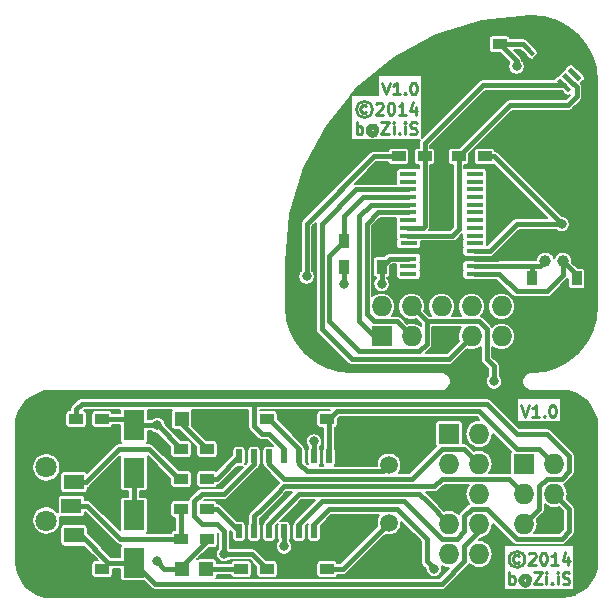
<source format=gtl>
%FSLAX46Y46*%
G04 Gerber Fmt 4.6, Leading zero omitted, Abs format (unit mm)*
G04 Created by KiCad (PCBNEW (2014-10-11 BZR 5175)-product) date Fri 31 Oct 2014 19:34:31 GMT*
%MOMM*%
G01*
G04 APERTURE LIST*
%ADD10C,0.100000*%
%ADD11C,0.250000*%
%ADD12R,1.700000X1.300000*%
%ADD13C,1.800000*%
%ADD14R,1.200000X0.900000*%
%ADD15R,0.900000X1.200000*%
%ADD16R,1.198880X1.198880*%
%ADD17R,1.727200X1.727200*%
%ADD18O,1.727200X1.727200*%
%ADD19R,1.470660X0.419100*%
%ADD20R,0.508000X1.143000*%
%ADD21R,1.800860X2.499360*%
%ADD22C,1.501140*%
%ADD23R,1.270000X1.270000*%
%ADD24C,1.000760*%
%ADD25C,0.800000*%
%ADD26C,0.400000*%
%ADD27C,0.200000*%
G04 APERTURE END LIST*
D10*
D11*
X51467143Y-131532381D02*
X51800476Y-132532381D01*
X52133810Y-131532381D01*
X52990953Y-132532381D02*
X52419524Y-132532381D01*
X52705238Y-132532381D02*
X52705238Y-131532381D01*
X52610000Y-131675238D01*
X52514762Y-131770476D01*
X52419524Y-131818095D01*
X53419524Y-132437143D02*
X53467143Y-132484762D01*
X53419524Y-132532381D01*
X53371905Y-132484762D01*
X53419524Y-132437143D01*
X53419524Y-132532381D01*
X54086190Y-131532381D02*
X54181429Y-131532381D01*
X54276667Y-131580000D01*
X54324286Y-131627619D01*
X54371905Y-131722857D01*
X54419524Y-131913333D01*
X54419524Y-132151429D01*
X54371905Y-132341905D01*
X54324286Y-132437143D01*
X54276667Y-132484762D01*
X54181429Y-132532381D01*
X54086190Y-132532381D01*
X53990952Y-132484762D01*
X53943333Y-132437143D01*
X53895714Y-132341905D01*
X53848095Y-132151429D01*
X53848095Y-131913333D01*
X53895714Y-131722857D01*
X53943333Y-131627619D01*
X53990952Y-131580000D01*
X54086190Y-131532381D01*
X50133809Y-133485476D02*
X50038571Y-133437857D01*
X49848095Y-133437857D01*
X49752857Y-133485476D01*
X49657619Y-133580714D01*
X49610000Y-133675952D01*
X49610000Y-133866429D01*
X49657619Y-133961667D01*
X49752857Y-134056905D01*
X49848095Y-134104524D01*
X50038571Y-134104524D01*
X50133809Y-134056905D01*
X49943333Y-133104524D02*
X49705238Y-133152143D01*
X49467142Y-133295000D01*
X49324285Y-133533095D01*
X49276666Y-133771190D01*
X49324285Y-134009286D01*
X49467142Y-134247381D01*
X49705238Y-134390238D01*
X49943333Y-134437857D01*
X50181428Y-134390238D01*
X50419523Y-134247381D01*
X50562380Y-134009286D01*
X50610000Y-133771190D01*
X50562380Y-133533095D01*
X50419523Y-133295000D01*
X50181428Y-133152143D01*
X49943333Y-133104524D01*
X50990952Y-133342619D02*
X51038571Y-133295000D01*
X51133809Y-133247381D01*
X51371905Y-133247381D01*
X51467143Y-133295000D01*
X51514762Y-133342619D01*
X51562381Y-133437857D01*
X51562381Y-133533095D01*
X51514762Y-133675952D01*
X50943333Y-134247381D01*
X51562381Y-134247381D01*
X52181428Y-133247381D02*
X52276667Y-133247381D01*
X52371905Y-133295000D01*
X52419524Y-133342619D01*
X52467143Y-133437857D01*
X52514762Y-133628333D01*
X52514762Y-133866429D01*
X52467143Y-134056905D01*
X52419524Y-134152143D01*
X52371905Y-134199762D01*
X52276667Y-134247381D01*
X52181428Y-134247381D01*
X52086190Y-134199762D01*
X52038571Y-134152143D01*
X51990952Y-134056905D01*
X51943333Y-133866429D01*
X51943333Y-133628333D01*
X51990952Y-133437857D01*
X52038571Y-133342619D01*
X52086190Y-133295000D01*
X52181428Y-133247381D01*
X53467143Y-134247381D02*
X52895714Y-134247381D01*
X53181428Y-134247381D02*
X53181428Y-133247381D01*
X53086190Y-133390238D01*
X52990952Y-133485476D01*
X52895714Y-133533095D01*
X54324286Y-133580714D02*
X54324286Y-134247381D01*
X54086190Y-133199762D02*
X53848095Y-133914048D01*
X54467143Y-133914048D01*
X49324287Y-135897381D02*
X49324287Y-134897381D01*
X49324287Y-135278333D02*
X49419525Y-135230714D01*
X49610002Y-135230714D01*
X49705240Y-135278333D01*
X49752859Y-135325952D01*
X49800478Y-135421190D01*
X49800478Y-135706905D01*
X49752859Y-135802143D01*
X49705240Y-135849762D01*
X49610002Y-135897381D01*
X49419525Y-135897381D01*
X49324287Y-135849762D01*
X50848097Y-135421190D02*
X50800478Y-135373571D01*
X50705240Y-135325952D01*
X50610002Y-135325952D01*
X50514764Y-135373571D01*
X50467144Y-135421190D01*
X50419525Y-135516429D01*
X50419525Y-135611667D01*
X50467144Y-135706905D01*
X50514764Y-135754524D01*
X50610002Y-135802143D01*
X50705240Y-135802143D01*
X50800478Y-135754524D01*
X50848097Y-135706905D01*
X50848097Y-135325952D02*
X50848097Y-135706905D01*
X50895716Y-135754524D01*
X50943335Y-135754524D01*
X51038573Y-135706905D01*
X51086192Y-135611667D01*
X51086192Y-135373571D01*
X50990954Y-135230714D01*
X50848097Y-135135476D01*
X50657621Y-135087857D01*
X50467144Y-135135476D01*
X50324287Y-135230714D01*
X50229049Y-135373571D01*
X50181430Y-135564048D01*
X50229049Y-135754524D01*
X50324287Y-135897381D01*
X50467144Y-135992619D01*
X50657621Y-136040238D01*
X50848097Y-135992619D01*
X50990954Y-135897381D01*
X51419525Y-134897381D02*
X52086192Y-134897381D01*
X51419525Y-135897381D01*
X52086192Y-135897381D01*
X52467144Y-135897381D02*
X52467144Y-135230714D01*
X52467144Y-134897381D02*
X52419525Y-134945000D01*
X52467144Y-134992619D01*
X52514763Y-134945000D01*
X52467144Y-134897381D01*
X52467144Y-134992619D01*
X52943334Y-135802143D02*
X52990953Y-135849762D01*
X52943334Y-135897381D01*
X52895715Y-135849762D01*
X52943334Y-135802143D01*
X52943334Y-135897381D01*
X53419524Y-135897381D02*
X53419524Y-135230714D01*
X53419524Y-134897381D02*
X53371905Y-134945000D01*
X53419524Y-134992619D01*
X53467143Y-134945000D01*
X53419524Y-134897381D01*
X53419524Y-134992619D01*
X53848095Y-135849762D02*
X53990952Y-135897381D01*
X54229048Y-135897381D01*
X54324286Y-135849762D01*
X54371905Y-135802143D01*
X54419524Y-135706905D01*
X54419524Y-135611667D01*
X54371905Y-135516429D01*
X54324286Y-135468810D01*
X54229048Y-135421190D01*
X54038571Y-135373571D01*
X53943333Y-135325952D01*
X53895714Y-135278333D01*
X53848095Y-135183095D01*
X53848095Y-135087857D01*
X53895714Y-134992619D01*
X53943333Y-134945000D01*
X54038571Y-134897381D01*
X54276667Y-134897381D01*
X54419524Y-134945000D01*
X63246191Y-158837381D02*
X63579524Y-159837381D01*
X63912858Y-158837381D01*
X64770001Y-159837381D02*
X64198572Y-159837381D01*
X64484286Y-159837381D02*
X64484286Y-158837381D01*
X64389048Y-158980238D01*
X64293810Y-159075476D01*
X64198572Y-159123095D01*
X65198572Y-159742143D02*
X65246191Y-159789762D01*
X65198572Y-159837381D01*
X65150953Y-159789762D01*
X65198572Y-159742143D01*
X65198572Y-159837381D01*
X65865238Y-158837381D02*
X65960477Y-158837381D01*
X66055715Y-158885000D01*
X66103334Y-158932619D01*
X66150953Y-159027857D01*
X66198572Y-159218333D01*
X66198572Y-159456429D01*
X66150953Y-159646905D01*
X66103334Y-159742143D01*
X66055715Y-159789762D01*
X65960477Y-159837381D01*
X65865238Y-159837381D01*
X65770000Y-159789762D01*
X65722381Y-159742143D01*
X65674762Y-159646905D01*
X65627143Y-159456429D01*
X65627143Y-159218333D01*
X65674762Y-159027857D01*
X65722381Y-158932619D01*
X65770000Y-158885000D01*
X65865238Y-158837381D01*
X63055714Y-171585476D02*
X62960476Y-171537857D01*
X62770000Y-171537857D01*
X62674762Y-171585476D01*
X62579524Y-171680714D01*
X62531905Y-171775952D01*
X62531905Y-171966429D01*
X62579524Y-172061667D01*
X62674762Y-172156905D01*
X62770000Y-172204524D01*
X62960476Y-172204524D01*
X63055714Y-172156905D01*
X62865238Y-171204524D02*
X62627143Y-171252143D01*
X62389047Y-171395000D01*
X62246190Y-171633095D01*
X62198571Y-171871190D01*
X62246190Y-172109286D01*
X62389047Y-172347381D01*
X62627143Y-172490238D01*
X62865238Y-172537857D01*
X63103333Y-172490238D01*
X63341428Y-172347381D01*
X63484285Y-172109286D01*
X63531905Y-171871190D01*
X63484285Y-171633095D01*
X63341428Y-171395000D01*
X63103333Y-171252143D01*
X62865238Y-171204524D01*
X63912857Y-171442619D02*
X63960476Y-171395000D01*
X64055714Y-171347381D01*
X64293810Y-171347381D01*
X64389048Y-171395000D01*
X64436667Y-171442619D01*
X64484286Y-171537857D01*
X64484286Y-171633095D01*
X64436667Y-171775952D01*
X63865238Y-172347381D01*
X64484286Y-172347381D01*
X65103333Y-171347381D02*
X65198572Y-171347381D01*
X65293810Y-171395000D01*
X65341429Y-171442619D01*
X65389048Y-171537857D01*
X65436667Y-171728333D01*
X65436667Y-171966429D01*
X65389048Y-172156905D01*
X65341429Y-172252143D01*
X65293810Y-172299762D01*
X65198572Y-172347381D01*
X65103333Y-172347381D01*
X65008095Y-172299762D01*
X64960476Y-172252143D01*
X64912857Y-172156905D01*
X64865238Y-171966429D01*
X64865238Y-171728333D01*
X64912857Y-171537857D01*
X64960476Y-171442619D01*
X65008095Y-171395000D01*
X65103333Y-171347381D01*
X66389048Y-172347381D02*
X65817619Y-172347381D01*
X66103333Y-172347381D02*
X66103333Y-171347381D01*
X66008095Y-171490238D01*
X65912857Y-171585476D01*
X65817619Y-171633095D01*
X67246191Y-171680714D02*
X67246191Y-172347381D01*
X67008095Y-171299762D02*
X66770000Y-172014048D01*
X67389048Y-172014048D01*
X62246191Y-173997381D02*
X62246191Y-172997381D01*
X62246191Y-173378333D02*
X62341429Y-173330714D01*
X62531906Y-173330714D01*
X62627144Y-173378333D01*
X62674763Y-173425952D01*
X62722382Y-173521190D01*
X62722382Y-173806905D01*
X62674763Y-173902143D01*
X62627144Y-173949762D01*
X62531906Y-173997381D01*
X62341429Y-173997381D01*
X62246191Y-173949762D01*
X63770001Y-173521190D02*
X63722382Y-173473571D01*
X63627144Y-173425952D01*
X63531906Y-173425952D01*
X63436668Y-173473571D01*
X63389048Y-173521190D01*
X63341429Y-173616429D01*
X63341429Y-173711667D01*
X63389048Y-173806905D01*
X63436668Y-173854524D01*
X63531906Y-173902143D01*
X63627144Y-173902143D01*
X63722382Y-173854524D01*
X63770001Y-173806905D01*
X63770001Y-173425952D02*
X63770001Y-173806905D01*
X63817620Y-173854524D01*
X63865239Y-173854524D01*
X63960477Y-173806905D01*
X64008096Y-173711667D01*
X64008096Y-173473571D01*
X63912858Y-173330714D01*
X63770001Y-173235476D01*
X63579525Y-173187857D01*
X63389048Y-173235476D01*
X63246191Y-173330714D01*
X63150953Y-173473571D01*
X63103334Y-173664048D01*
X63150953Y-173854524D01*
X63246191Y-173997381D01*
X63389048Y-174092619D01*
X63579525Y-174140238D01*
X63770001Y-174092619D01*
X63912858Y-173997381D01*
X64341429Y-172997381D02*
X65008096Y-172997381D01*
X64341429Y-173997381D01*
X65008096Y-173997381D01*
X65389048Y-173997381D02*
X65389048Y-173330714D01*
X65389048Y-172997381D02*
X65341429Y-173045000D01*
X65389048Y-173092619D01*
X65436667Y-173045000D01*
X65389048Y-172997381D01*
X65389048Y-173092619D01*
X65865238Y-173902143D02*
X65912857Y-173949762D01*
X65865238Y-173997381D01*
X65817619Y-173949762D01*
X65865238Y-173902143D01*
X65865238Y-173997381D01*
X66341428Y-173997381D02*
X66341428Y-173330714D01*
X66341428Y-172997381D02*
X66293809Y-173045000D01*
X66341428Y-173092619D01*
X66389047Y-173045000D01*
X66341428Y-172997381D01*
X66341428Y-173092619D01*
X66769999Y-173949762D02*
X66912856Y-173997381D01*
X67150952Y-173997381D01*
X67246190Y-173949762D01*
X67293809Y-173902143D01*
X67341428Y-173806905D01*
X67341428Y-173711667D01*
X67293809Y-173616429D01*
X67246190Y-173568810D01*
X67150952Y-173521190D01*
X66960475Y-173473571D01*
X66865237Y-173425952D01*
X66817618Y-173378333D01*
X66769999Y-173283095D01*
X66769999Y-173187857D01*
X66817618Y-173092619D01*
X66865237Y-173045000D01*
X66960475Y-172997381D01*
X67198571Y-172997381D01*
X67341428Y-173045000D01*
D12*
X25400000Y-162870000D03*
X25400000Y-165370000D03*
X25170000Y-167370000D03*
X25400000Y-169870000D03*
D13*
X23050000Y-164120000D03*
X23050000Y-168620000D03*
D14*
X27770000Y-172720000D03*
X25570000Y-172720000D03*
D15*
X51435000Y-147150000D03*
X51435000Y-144950000D03*
D14*
X46820000Y-160020000D03*
X44620000Y-160020000D03*
D15*
X67945000Y-150325000D03*
X67945000Y-148125000D03*
D14*
X44620000Y-172720000D03*
X46820000Y-172720000D03*
D15*
X64135000Y-150325000D03*
X64135000Y-148125000D03*
D14*
X39540000Y-160020000D03*
X41740000Y-160020000D03*
D16*
X34510980Y-172720000D03*
X36609020Y-172720000D03*
X34510980Y-160020000D03*
X36609020Y-160020000D03*
D17*
X63500000Y-163830000D03*
D18*
X66040000Y-163830000D03*
X63500000Y-166370000D03*
X66040000Y-166370000D03*
X63500000Y-168910000D03*
X66040000Y-168910000D03*
D14*
X34460000Y-170180000D03*
X36660000Y-170180000D03*
X36660000Y-165100000D03*
X34460000Y-165100000D03*
X36660000Y-167640000D03*
X34460000Y-167640000D03*
X41740000Y-172720000D03*
X39540000Y-172720000D03*
X34460000Y-162560000D03*
X36660000Y-162560000D03*
X25570000Y-160020000D03*
X27770000Y-160020000D03*
D15*
X48260000Y-144950000D03*
X48260000Y-147150000D03*
D19*
X59314080Y-143835120D03*
X59314080Y-143184880D03*
X59314080Y-142534640D03*
X59314080Y-141884400D03*
X53721000Y-145775680D03*
X59314080Y-145785840D03*
X59314080Y-145135600D03*
X59314080Y-144485360D03*
X53715920Y-141234160D03*
X53715920Y-141884400D03*
X53715920Y-142534640D03*
X53715920Y-143184880D03*
X53715920Y-143835120D03*
X53715920Y-144485360D03*
X59314080Y-141234160D03*
X53721000Y-145135600D03*
X59314080Y-146436080D03*
X59314080Y-140583920D03*
X53715920Y-140583920D03*
X53715920Y-146436080D03*
X59314080Y-147083780D03*
X59314080Y-139936220D03*
X53715920Y-139936220D03*
X53715920Y-147083780D03*
X59314080Y-147734020D03*
X59314080Y-139285980D03*
X53715920Y-139285980D03*
X53715920Y-147734020D03*
D20*
X46990000Y-163195000D03*
X45720000Y-163195000D03*
X44450000Y-163195000D03*
X43180000Y-163195000D03*
X41910000Y-163195000D03*
X40640000Y-163195000D03*
X39370000Y-163195000D03*
X39370000Y-169545000D03*
X40640000Y-169545000D03*
X43180000Y-169545000D03*
X44450000Y-169545000D03*
X45720000Y-169545000D03*
X46990000Y-169545000D03*
X41910000Y-169545000D03*
D17*
X57150000Y-161290000D03*
D18*
X59690000Y-161290000D03*
X57150000Y-163830000D03*
X59690000Y-163830000D03*
X57150000Y-166370000D03*
X59690000Y-166370000D03*
X57150000Y-168910000D03*
X59690000Y-168910000D03*
X57150000Y-171450000D03*
X59690000Y-171450000D03*
D17*
X51435000Y-153035000D03*
D18*
X51435000Y-150495000D03*
X53975000Y-153035000D03*
X53975000Y-150495000D03*
X56515000Y-153035000D03*
X56515000Y-150495000D03*
X59055000Y-153035000D03*
X59055000Y-150495000D03*
X61595000Y-153035000D03*
X61595000Y-150495000D03*
D21*
X30480000Y-172178980D03*
X30480000Y-168181020D03*
X30480000Y-164558980D03*
X30480000Y-160561020D03*
D22*
X52070000Y-168810940D03*
X52070000Y-163929060D03*
D23*
X52070000Y-172085000D03*
X52070000Y-160655000D03*
D24*
X66789300Y-146685000D03*
X65290700Y-146685000D03*
D23*
X66040000Y-153035000D03*
D14*
X61425000Y-128270000D03*
X59225000Y-128270000D03*
X57955000Y-137795000D03*
X60155000Y-137795000D03*
X55075000Y-137795000D03*
X52875000Y-137795000D03*
D10*
G36*
X67191269Y-132340044D02*
X66293243Y-131442018D01*
X66562651Y-131172610D01*
X67460677Y-132070636D01*
X67191269Y-132340044D01*
X67191269Y-132340044D01*
G37*
G36*
X67651058Y-131880255D02*
X66753032Y-130982229D01*
X67022440Y-130712821D01*
X67920466Y-131610847D01*
X67651058Y-131880255D01*
X67651058Y-131880255D01*
G37*
G36*
X68110847Y-131420466D02*
X67212821Y-130522440D01*
X67482229Y-130253032D01*
X68380255Y-131151058D01*
X68110847Y-131420466D01*
X68110847Y-131420466D01*
G37*
G36*
X68570636Y-130960677D02*
X67672610Y-130062651D01*
X67942018Y-129793243D01*
X68840044Y-130691269D01*
X68570636Y-130960677D01*
X68570636Y-130960677D01*
G37*
G36*
X65517349Y-127907390D02*
X64619323Y-127009364D01*
X64888731Y-126739956D01*
X65786757Y-127637982D01*
X65517349Y-127907390D01*
X65517349Y-127907390D01*
G37*
G36*
X65057560Y-128367179D02*
X64159534Y-127469153D01*
X64428942Y-127199745D01*
X65326968Y-128097771D01*
X65057560Y-128367179D01*
X65057560Y-128367179D01*
G37*
G36*
X64597771Y-128826968D02*
X63699745Y-127928942D01*
X63969153Y-127659534D01*
X64867179Y-128557560D01*
X64597771Y-128826968D01*
X64597771Y-128826968D01*
G37*
G36*
X64137982Y-129286757D02*
X63239956Y-128388731D01*
X63509364Y-128119323D01*
X64407390Y-129017349D01*
X64137982Y-129286757D01*
X64137982Y-129286757D01*
G37*
D25*
X57150000Y-128270000D03*
X60325000Y-133350000D03*
X50165000Y-160655000D03*
X50165000Y-172085000D03*
X51435000Y-143510000D03*
X66040000Y-150495000D03*
X38100000Y-161290000D03*
X44450000Y-161290000D03*
X44450000Y-171450000D03*
X61595000Y-146050000D03*
X55880000Y-172720000D03*
X62865000Y-130175000D03*
X66675000Y-143510000D03*
X51435000Y-148590000D03*
X48260000Y-148590000D03*
X45085000Y-147955000D03*
X32461020Y-160561020D03*
X32385000Y-172085000D03*
X45720000Y-161925000D03*
X38100000Y-171450000D03*
X43180000Y-170815000D03*
X60960000Y-156845000D03*
D26*
X59225000Y-128270000D02*
X57150000Y-128270000D01*
X52070000Y-160655000D02*
X50165000Y-160655000D01*
X52070000Y-172085000D02*
X50165000Y-172085000D01*
X51435000Y-144950000D02*
X51435000Y-143510000D01*
X53721000Y-145775680D02*
X52260680Y-145775680D01*
X52260680Y-145775680D02*
X51435000Y-144950000D01*
X67945000Y-150325000D02*
X66210000Y-150325000D01*
X65870000Y-150325000D02*
X66040000Y-150495000D01*
X65870000Y-150325000D02*
X64135000Y-150325000D01*
X66210000Y-150325000D02*
X66040000Y-150495000D01*
X45085000Y-172720000D02*
X44620000Y-172720000D01*
X46990000Y-170815000D02*
X45085000Y-172720000D01*
X39540000Y-160020000D02*
X38100000Y-160020000D01*
X38100000Y-160020000D02*
X36609020Y-160020000D01*
X46990000Y-169545000D02*
X46990000Y-170815000D01*
X38100000Y-160020000D02*
X38100000Y-161290000D01*
X44620000Y-161120000D02*
X44450000Y-161290000D01*
X44620000Y-160020000D02*
X44620000Y-161120000D01*
X44620000Y-171620000D02*
X44450000Y-171450000D01*
X44620000Y-172720000D02*
X44620000Y-171620000D01*
X61208920Y-146436080D02*
X61595000Y-146050000D01*
X59314080Y-146436080D02*
X61208920Y-146436080D01*
X58420000Y-172085000D02*
X56515000Y-173990000D01*
X58420000Y-170815000D02*
X58420000Y-172085000D01*
X59690000Y-169545000D02*
X58420000Y-170815000D01*
X59690000Y-168910000D02*
X59690000Y-169545000D01*
X56515000Y-173990000D02*
X32291020Y-173990000D01*
X32291020Y-173990000D02*
X30480000Y-172178980D01*
X28311020Y-172178980D02*
X26002040Y-169870000D01*
X26002040Y-169870000D02*
X25400000Y-169870000D01*
X30480000Y-172178980D02*
X28311020Y-172178980D01*
X28311020Y-172178980D02*
X27770000Y-172720000D01*
X29938980Y-172720000D02*
X30480000Y-172178980D01*
X31021020Y-172720000D02*
X30480000Y-172178980D01*
X29938980Y-172720000D02*
X30480000Y-172178980D01*
X44450000Y-169545000D02*
X44450000Y-168910000D01*
X44450000Y-168910000D02*
X45720000Y-167640000D01*
X46355000Y-167005000D02*
X53340000Y-167005000D01*
X45720000Y-167640000D02*
X46355000Y-167005000D01*
X53975000Y-167640000D02*
X56515000Y-170180000D01*
X57785000Y-170180000D02*
X58420000Y-169545000D01*
X58420000Y-169545000D02*
X58420000Y-168275000D01*
X56515000Y-170180000D02*
X57785000Y-170180000D01*
X53340000Y-167005000D02*
X53975000Y-167640000D01*
X58420000Y-168275000D02*
X59055000Y-167640000D01*
X59055000Y-167640000D02*
X60325000Y-167640000D01*
X60325000Y-167640000D02*
X62865000Y-170180000D01*
X67310000Y-167640000D02*
X66040000Y-166370000D01*
X67310000Y-169545000D02*
X67310000Y-167640000D01*
X66675000Y-170180000D02*
X67310000Y-169545000D01*
X62865000Y-170180000D02*
X66675000Y-170180000D01*
X45720000Y-168910000D02*
X46990000Y-167640000D01*
X46990000Y-167640000D02*
X52705000Y-167640000D01*
X52705000Y-167640000D02*
X55245000Y-170180000D01*
X55245000Y-170180000D02*
X55245000Y-172085000D01*
X45720000Y-169545000D02*
X45720000Y-168910000D01*
X55245000Y-172085000D02*
X55880000Y-172720000D01*
X37465000Y-167640000D02*
X39370000Y-169545000D01*
X36660000Y-167640000D02*
X37465000Y-167640000D01*
X37465000Y-165100000D02*
X39370000Y-163195000D01*
X36660000Y-165100000D02*
X37465000Y-165100000D01*
X61425000Y-128270000D02*
X62865000Y-129710000D01*
X62865000Y-129710000D02*
X62865000Y-130175000D01*
X63823673Y-128703040D02*
X63390633Y-128270000D01*
X63390633Y-128270000D02*
X61425000Y-128270000D01*
X53715920Y-146436080D02*
X52148920Y-146436080D01*
X52148920Y-146436080D02*
X51435000Y-147150000D01*
X60589160Y-145785840D02*
X62865000Y-143510000D01*
X62865000Y-143510000D02*
X66675000Y-143510000D01*
X59314080Y-145785840D02*
X60589160Y-145785840D01*
X51435000Y-147150000D02*
X51435000Y-148590000D01*
X48260000Y-147150000D02*
X48260000Y-148590000D01*
X60960000Y-137795000D02*
X66675000Y-143510000D01*
X60155000Y-137795000D02*
X60960000Y-137795000D01*
X50800000Y-137795000D02*
X45085000Y-143510000D01*
X45085000Y-143510000D02*
X45085000Y-147955000D01*
X52875000Y-137795000D02*
X50800000Y-137795000D01*
X67945000Y-148125000D02*
X67945000Y-147840700D01*
X67945000Y-147840700D02*
X66789300Y-146685000D01*
X59314080Y-147734020D02*
X61374020Y-147734020D01*
X66789300Y-147840700D02*
X66789300Y-146685000D01*
X65405000Y-149225000D02*
X66789300Y-147840700D01*
X62865000Y-149225000D02*
X65405000Y-149225000D01*
X61374020Y-147734020D02*
X62865000Y-149225000D01*
X64135000Y-147083780D02*
X64891920Y-147083780D01*
X62865000Y-147083780D02*
X64135000Y-147083780D01*
X64891920Y-147083780D02*
X65290700Y-146685000D01*
X59314080Y-147083780D02*
X62865000Y-147083780D01*
X64135000Y-147083780D02*
X64135000Y-148125000D01*
X64770000Y-162560000D02*
X66040000Y-163830000D01*
X62865000Y-162560000D02*
X64770000Y-162560000D01*
X60325000Y-160020000D02*
X62865000Y-162560000D01*
X34510980Y-172720000D02*
X34510980Y-172499020D01*
X34510980Y-172499020D02*
X35560000Y-171450000D01*
X36660000Y-170180000D02*
X36660000Y-170350000D01*
X36660000Y-170350000D02*
X35560000Y-171450000D01*
X34460000Y-162730000D02*
X34460000Y-162560000D01*
X30480000Y-160561020D02*
X32461020Y-160561020D01*
X33020000Y-172720000D02*
X34510980Y-172720000D01*
X27770000Y-160020000D02*
X29938980Y-160020000D01*
X29938980Y-160020000D02*
X30480000Y-160561020D01*
X34460000Y-162560000D02*
X32385000Y-160485000D01*
X34510980Y-172720000D02*
X34510980Y-172329020D01*
X46990000Y-160190000D02*
X46820000Y-160020000D01*
X46990000Y-163195000D02*
X46990000Y-160190000D01*
X29938980Y-160020000D02*
X30480000Y-160561020D01*
X46990000Y-160020000D02*
X46820000Y-160020000D01*
X59690000Y-159385000D02*
X47625000Y-159385000D01*
X47625000Y-159385000D02*
X46990000Y-160020000D01*
X60325000Y-160020000D02*
X59690000Y-159385000D01*
X32385000Y-160485000D02*
X32461020Y-160561020D01*
X32385000Y-172085000D02*
X33020000Y-172720000D01*
X45720000Y-163195000D02*
X45720000Y-161925000D01*
X52070000Y-168810940D02*
X48160940Y-172720000D01*
X48160940Y-172720000D02*
X46820000Y-172720000D01*
X44450000Y-163195000D02*
X44450000Y-162560000D01*
X44450000Y-162560000D02*
X41910000Y-160020000D01*
X41910000Y-160020000D02*
X41740000Y-160020000D01*
X46355000Y-164465000D02*
X45085000Y-164465000D01*
X52070000Y-163929060D02*
X51534060Y-164465000D01*
X46355000Y-164465000D02*
X51534060Y-164465000D01*
X44450000Y-163830000D02*
X44450000Y-163195000D01*
X45085000Y-164465000D02*
X44450000Y-163830000D01*
X36660000Y-172669020D02*
X36609020Y-172720000D01*
X39540000Y-172720000D02*
X36609020Y-172720000D01*
X30480000Y-168181020D02*
X30480000Y-164558980D01*
X36660000Y-162560000D02*
X34510980Y-160410980D01*
X34510980Y-160410980D02*
X34510980Y-160020000D01*
X34460000Y-160070980D02*
X34510980Y-160020000D01*
X65405000Y-165100000D02*
X64770000Y-165735000D01*
X63500000Y-168910000D02*
X64770000Y-167640000D01*
X64770000Y-165735000D02*
X64770000Y-167640000D01*
X63500000Y-168275000D02*
X63500000Y-168910000D01*
X43180000Y-162560000D02*
X43180000Y-163195000D01*
X25570000Y-160020000D02*
X25570000Y-159215000D01*
X43180000Y-162560000D02*
X41910000Y-161290000D01*
X25570000Y-159215000D02*
X26035000Y-158750000D01*
X41910000Y-161290000D02*
X41275000Y-161290000D01*
X26035000Y-158750000D02*
X37465000Y-158750000D01*
X41275000Y-161290000D02*
X40640000Y-160655000D01*
X40640000Y-160655000D02*
X40640000Y-158750000D01*
X37465000Y-158750000D02*
X40640000Y-158750000D01*
X60325000Y-158750000D02*
X40640000Y-158750000D01*
X65405000Y-161290000D02*
X62865000Y-161290000D01*
X62865000Y-161290000D02*
X60325000Y-158750000D01*
X66675000Y-162560000D02*
X65405000Y-161290000D01*
X67310000Y-163195000D02*
X67310000Y-164465000D01*
X66675000Y-165100000D02*
X65405000Y-165100000D01*
X67310000Y-164465000D02*
X66675000Y-165100000D01*
X67310000Y-163195000D02*
X66675000Y-162560000D01*
X53715920Y-140583920D02*
X49281080Y-140583920D01*
X57150000Y-154940000D02*
X59055000Y-153035000D01*
X48895000Y-154940000D02*
X57150000Y-154940000D01*
X46355000Y-152400000D02*
X48895000Y-154940000D01*
X46355000Y-143510000D02*
X46355000Y-152400000D01*
X49281080Y-140583920D02*
X46355000Y-143510000D01*
X43815000Y-167005000D02*
X44450000Y-166370000D01*
X54610000Y-166370000D02*
X55245000Y-167005000D01*
X41910000Y-168910000D02*
X42545000Y-168275000D01*
X41910000Y-168910000D02*
X41910000Y-169545000D01*
X42545000Y-168275000D02*
X43815000Y-167005000D01*
X57150000Y-168910000D02*
X55245000Y-167005000D01*
X54610000Y-166370000D02*
X44450000Y-166370000D01*
X53715920Y-142534640D02*
X51140360Y-142534640D01*
X52705000Y-151765000D02*
X53975000Y-153035000D01*
X50800000Y-151765000D02*
X52705000Y-151765000D01*
X50165000Y-151130000D02*
X50800000Y-151765000D01*
X50165000Y-143510000D02*
X50165000Y-151130000D01*
X51140360Y-142534640D02*
X50165000Y-143510000D01*
X40640000Y-163195000D02*
X40640000Y-163830000D01*
X40640000Y-163830000D02*
X38100000Y-166370000D01*
X38100000Y-169545000D02*
X38100000Y-170815000D01*
X37465000Y-168910000D02*
X38100000Y-169545000D01*
X36195000Y-168910000D02*
X37465000Y-168910000D01*
X35560000Y-168275000D02*
X36195000Y-168910000D01*
X35560000Y-167005000D02*
X35560000Y-168275000D01*
X36195000Y-166370000D02*
X35560000Y-167005000D01*
X38100000Y-166370000D02*
X36195000Y-166370000D01*
X41910000Y-172550000D02*
X41740000Y-172720000D01*
X38100000Y-170815000D02*
X38100000Y-171450000D01*
X40470000Y-171450000D02*
X41740000Y-172720000D01*
X38100000Y-171450000D02*
X40470000Y-171450000D01*
X55880000Y-165735000D02*
X56515000Y-165100000D01*
X41275000Y-167640000D02*
X42545000Y-166370000D01*
X40640000Y-168275000D02*
X41275000Y-167640000D01*
X40640000Y-169545000D02*
X40640000Y-168275000D01*
X62230000Y-165100000D02*
X63500000Y-166370000D01*
X56515000Y-165100000D02*
X62230000Y-165100000D01*
X43180000Y-165735000D02*
X55880000Y-165735000D01*
X42545000Y-166370000D02*
X43180000Y-165735000D01*
X53715920Y-141884400D02*
X50520600Y-141884400D01*
X49530000Y-151765000D02*
X50800000Y-153035000D01*
X49530000Y-142875000D02*
X49530000Y-151765000D01*
X50520600Y-141884400D02*
X49530000Y-142875000D01*
X50800000Y-153035000D02*
X51435000Y-153035000D01*
X43180000Y-170815000D02*
X43180000Y-169545000D01*
X60960000Y-156845000D02*
X60960000Y-155575000D01*
X60960000Y-155575000D02*
X60325000Y-154940000D01*
X60325000Y-153670000D02*
X60325000Y-154940000D01*
X55245000Y-151765000D02*
X59690000Y-151765000D01*
X60325000Y-152400000D02*
X59690000Y-151765000D01*
X60325000Y-153670000D02*
X60325000Y-152400000D01*
X48260000Y-144950000D02*
X46990000Y-146220000D01*
X55245000Y-153670000D02*
X55245000Y-151765000D01*
X54610000Y-154305000D02*
X55245000Y-153670000D01*
X52705000Y-154305000D02*
X54610000Y-154305000D01*
X49530000Y-154305000D02*
X52705000Y-154305000D01*
X46990000Y-151765000D02*
X49530000Y-154305000D01*
X46990000Y-146220000D02*
X46990000Y-151765000D01*
X41910000Y-163195000D02*
X41910000Y-163830000D01*
X58420000Y-162560000D02*
X59690000Y-163830000D01*
X56515000Y-162560000D02*
X58420000Y-162560000D01*
X53975000Y-165100000D02*
X56515000Y-162560000D01*
X43180000Y-165100000D02*
X53975000Y-165100000D01*
X41910000Y-163830000D02*
X43180000Y-165100000D01*
X55245000Y-151765000D02*
X53975000Y-150495000D01*
X49900840Y-141234160D02*
X48260000Y-142875000D01*
X48260000Y-142875000D02*
X48260000Y-144950000D01*
X53715920Y-141234160D02*
X49900840Y-141234160D01*
X25170000Y-167370000D02*
X26519550Y-167370000D01*
X26519550Y-167370000D02*
X29329550Y-170180000D01*
X34460000Y-170180000D02*
X34460000Y-167640000D01*
X25170000Y-167370000D02*
X25249550Y-167370000D01*
X26519550Y-167370000D02*
X29329550Y-170180000D01*
X29329550Y-170180000D02*
X34460000Y-170180000D01*
X25400000Y-165370000D02*
X26400000Y-165370000D01*
X26400000Y-165370000D02*
X29210000Y-162560000D01*
X25400000Y-165370000D02*
X25400000Y-165100000D01*
X26670000Y-165100000D02*
X29210000Y-162560000D01*
X29210000Y-162560000D02*
X31750000Y-162560000D01*
X31750000Y-162560000D02*
X34290000Y-165100000D01*
X34290000Y-165100000D02*
X34460000Y-165100000D01*
X67336749Y-131296538D02*
X67945000Y-131904789D01*
X62315000Y-133435000D02*
X57955000Y-137795000D01*
X67225000Y-133435000D02*
X62315000Y-133435000D01*
X67945000Y-132715000D02*
X67225000Y-133435000D01*
X67945000Y-131904789D02*
X67945000Y-132715000D01*
X57444640Y-144485360D02*
X57955000Y-143975000D01*
X57955000Y-143975000D02*
X57955000Y-137795000D01*
X53715920Y-144485360D02*
X57444640Y-144485360D01*
X60325000Y-131756327D02*
X60013673Y-131756327D01*
X55075000Y-136695000D02*
X55075000Y-137795000D01*
X60013673Y-131756327D02*
X55075000Y-136695000D01*
X66876960Y-131756327D02*
X60325000Y-131756327D01*
X54919880Y-143835120D02*
X55075000Y-143680000D01*
X53715920Y-143835120D02*
X54919880Y-143835120D01*
X55075000Y-143680000D02*
X55075000Y-137795000D01*
D27*
G36*
X47052893Y-159250000D02*
X47032893Y-159270000D01*
X46190453Y-159270000D01*
X46132494Y-159281529D01*
X46077897Y-159304143D01*
X46028761Y-159336975D01*
X45986975Y-159378761D01*
X45954144Y-159427896D01*
X45931529Y-159482493D01*
X45920000Y-159540452D01*
X45920000Y-159599547D01*
X45920000Y-160499547D01*
X45931529Y-160557506D01*
X45954143Y-160612103D01*
X45986975Y-160661239D01*
X46028761Y-160703025D01*
X46077896Y-160735856D01*
X46132493Y-160758471D01*
X46190452Y-160770000D01*
X46249547Y-160770000D01*
X46490000Y-160770000D01*
X46490000Y-162451679D01*
X46470144Y-162481396D01*
X46447529Y-162535993D01*
X46436000Y-162593952D01*
X46436000Y-162653047D01*
X46436000Y-163796047D01*
X46447529Y-163854006D01*
X46470143Y-163908603D01*
X46502975Y-163957739D01*
X46510236Y-163965000D01*
X46355000Y-163965000D01*
X46199764Y-163965000D01*
X46207025Y-163957739D01*
X46239856Y-163908604D01*
X46262471Y-163854007D01*
X46274000Y-163796048D01*
X46274000Y-163736953D01*
X46274000Y-162593953D01*
X46262471Y-162535994D01*
X46239857Y-162481397D01*
X46220000Y-162451679D01*
X46220000Y-162415519D01*
X46252460Y-162384608D01*
X46331591Y-162272432D01*
X46387427Y-162147023D01*
X46417841Y-162013158D01*
X46420030Y-161856361D01*
X46393366Y-161721699D01*
X46341054Y-161594780D01*
X46265086Y-161480439D01*
X46168356Y-161383031D01*
X46054548Y-161306267D01*
X45927997Y-161253070D01*
X45793524Y-161225466D01*
X45656250Y-161224508D01*
X45521405Y-161250231D01*
X45394124Y-161301656D01*
X45279255Y-161376824D01*
X45181174Y-161472872D01*
X45103617Y-161586141D01*
X45049538Y-161712317D01*
X45020997Y-161846594D01*
X45019080Y-161983858D01*
X45043861Y-162118880D01*
X45094396Y-162246517D01*
X45168760Y-162361907D01*
X45220000Y-162414967D01*
X45220000Y-162451679D01*
X45200144Y-162481396D01*
X45177529Y-162535993D01*
X45166000Y-162593952D01*
X45166000Y-162653047D01*
X45166000Y-163796047D01*
X45176639Y-163849532D01*
X45004000Y-163676893D01*
X45004000Y-162593953D01*
X44992471Y-162535994D01*
X44969857Y-162481397D01*
X44937025Y-162432261D01*
X44928727Y-162423963D01*
X44927131Y-162418676D01*
X44914243Y-162374316D01*
X44913032Y-162371980D01*
X44912273Y-162369465D01*
X44890584Y-162328675D01*
X44869335Y-162287680D01*
X44867696Y-162285627D01*
X44866461Y-162283304D01*
X44837269Y-162247512D01*
X44808455Y-162211417D01*
X44804843Y-162207754D01*
X44804785Y-162207683D01*
X44804718Y-162207628D01*
X44803553Y-162206446D01*
X42640000Y-160042893D01*
X42640000Y-159540453D01*
X42628471Y-159482494D01*
X42605857Y-159427897D01*
X42573025Y-159378761D01*
X42531239Y-159336975D01*
X42482104Y-159304144D01*
X42427507Y-159281529D01*
X42369548Y-159270000D01*
X42310453Y-159270000D01*
X41140000Y-159270000D01*
X41140000Y-159250000D01*
X47052893Y-159250000D01*
X47052893Y-159250000D01*
G37*
X47052893Y-159250000D02*
X47032893Y-159270000D01*
X46190453Y-159270000D01*
X46132494Y-159281529D01*
X46077897Y-159304143D01*
X46028761Y-159336975D01*
X45986975Y-159378761D01*
X45954144Y-159427896D01*
X45931529Y-159482493D01*
X45920000Y-159540452D01*
X45920000Y-159599547D01*
X45920000Y-160499547D01*
X45931529Y-160557506D01*
X45954143Y-160612103D01*
X45986975Y-160661239D01*
X46028761Y-160703025D01*
X46077896Y-160735856D01*
X46132493Y-160758471D01*
X46190452Y-160770000D01*
X46249547Y-160770000D01*
X46490000Y-160770000D01*
X46490000Y-162451679D01*
X46470144Y-162481396D01*
X46447529Y-162535993D01*
X46436000Y-162593952D01*
X46436000Y-162653047D01*
X46436000Y-163796047D01*
X46447529Y-163854006D01*
X46470143Y-163908603D01*
X46502975Y-163957739D01*
X46510236Y-163965000D01*
X46355000Y-163965000D01*
X46199764Y-163965000D01*
X46207025Y-163957739D01*
X46239856Y-163908604D01*
X46262471Y-163854007D01*
X46274000Y-163796048D01*
X46274000Y-163736953D01*
X46274000Y-162593953D01*
X46262471Y-162535994D01*
X46239857Y-162481397D01*
X46220000Y-162451679D01*
X46220000Y-162415519D01*
X46252460Y-162384608D01*
X46331591Y-162272432D01*
X46387427Y-162147023D01*
X46417841Y-162013158D01*
X46420030Y-161856361D01*
X46393366Y-161721699D01*
X46341054Y-161594780D01*
X46265086Y-161480439D01*
X46168356Y-161383031D01*
X46054548Y-161306267D01*
X45927997Y-161253070D01*
X45793524Y-161225466D01*
X45656250Y-161224508D01*
X45521405Y-161250231D01*
X45394124Y-161301656D01*
X45279255Y-161376824D01*
X45181174Y-161472872D01*
X45103617Y-161586141D01*
X45049538Y-161712317D01*
X45020997Y-161846594D01*
X45019080Y-161983858D01*
X45043861Y-162118880D01*
X45094396Y-162246517D01*
X45168760Y-162361907D01*
X45220000Y-162414967D01*
X45220000Y-162451679D01*
X45200144Y-162481396D01*
X45177529Y-162535993D01*
X45166000Y-162593952D01*
X45166000Y-162653047D01*
X45166000Y-163796047D01*
X45176639Y-163849532D01*
X45004000Y-163676893D01*
X45004000Y-162593953D01*
X44992471Y-162535994D01*
X44969857Y-162481397D01*
X44937025Y-162432261D01*
X44928727Y-162423963D01*
X44927131Y-162418676D01*
X44914243Y-162374316D01*
X44913032Y-162371980D01*
X44912273Y-162369465D01*
X44890584Y-162328675D01*
X44869335Y-162287680D01*
X44867696Y-162285627D01*
X44866461Y-162283304D01*
X44837269Y-162247512D01*
X44808455Y-162211417D01*
X44804843Y-162207754D01*
X44804785Y-162207683D01*
X44804718Y-162207628D01*
X44803553Y-162206446D01*
X42640000Y-160042893D01*
X42640000Y-159540453D01*
X42628471Y-159482494D01*
X42605857Y-159427897D01*
X42573025Y-159378761D01*
X42531239Y-159336975D01*
X42482104Y-159304144D01*
X42427507Y-159281529D01*
X42369548Y-159270000D01*
X42310453Y-159270000D01*
X41140000Y-159270000D01*
X41140000Y-159250000D01*
X47052893Y-159250000D01*
G36*
X57182377Y-172615516D02*
X56307893Y-173490000D01*
X37455302Y-173490000D01*
X37474316Y-173461544D01*
X37496931Y-173406947D01*
X37508460Y-173348988D01*
X37508460Y-173289893D01*
X37508460Y-173220000D01*
X38644068Y-173220000D01*
X38651529Y-173257506D01*
X38674143Y-173312103D01*
X38706975Y-173361239D01*
X38748761Y-173403025D01*
X38797896Y-173435856D01*
X38852493Y-173458471D01*
X38910452Y-173470000D01*
X38969547Y-173470000D01*
X40169547Y-173470000D01*
X40227506Y-173458471D01*
X40282103Y-173435857D01*
X40331239Y-173403025D01*
X40373025Y-173361239D01*
X40405856Y-173312104D01*
X40428471Y-173257507D01*
X40440000Y-173199548D01*
X40440000Y-173140453D01*
X40440000Y-172240453D01*
X40428471Y-172182494D01*
X40405857Y-172127897D01*
X40373025Y-172078761D01*
X40331239Y-172036975D01*
X40282104Y-172004144D01*
X40227507Y-171981529D01*
X40169548Y-171970000D01*
X40110453Y-171970000D01*
X38910453Y-171970000D01*
X38852494Y-171981529D01*
X38797897Y-172004143D01*
X38748761Y-172036975D01*
X38706975Y-172078761D01*
X38674144Y-172127896D01*
X38651529Y-172182493D01*
X38644068Y-172220000D01*
X37508460Y-172220000D01*
X37508460Y-172091013D01*
X37496931Y-172033054D01*
X37474317Y-171978457D01*
X37441485Y-171929321D01*
X37399699Y-171887535D01*
X37350564Y-171854704D01*
X37295967Y-171832089D01*
X37238008Y-171820560D01*
X37178913Y-171820560D01*
X35980033Y-171820560D01*
X35922074Y-171832089D01*
X35867477Y-171854703D01*
X35852188Y-171864918D01*
X35913553Y-171803554D01*
X35913553Y-171803553D01*
X35913557Y-171803548D01*
X36787106Y-170930000D01*
X37289547Y-170930000D01*
X37347506Y-170918471D01*
X37402103Y-170895857D01*
X37451239Y-170863025D01*
X37493025Y-170821239D01*
X37525856Y-170772104D01*
X37548471Y-170717507D01*
X37560000Y-170659548D01*
X37560000Y-170600453D01*
X37560000Y-169712106D01*
X37600000Y-169752106D01*
X37600000Y-170815000D01*
X37600000Y-170959850D01*
X37561174Y-170997872D01*
X37483617Y-171111141D01*
X37429538Y-171237317D01*
X37400997Y-171371594D01*
X37399080Y-171508858D01*
X37423861Y-171643880D01*
X37474396Y-171771517D01*
X37548760Y-171886907D01*
X37644121Y-171985656D01*
X37756846Y-172064002D01*
X37882641Y-172118961D01*
X38016716Y-172148439D01*
X38153963Y-172151314D01*
X38289155Y-172127476D01*
X38417141Y-172077833D01*
X38533048Y-172004277D01*
X38590044Y-171950000D01*
X40262893Y-171950000D01*
X40840000Y-172527106D01*
X40840000Y-173199547D01*
X40851529Y-173257506D01*
X40874143Y-173312103D01*
X40906975Y-173361239D01*
X40948761Y-173403025D01*
X40997896Y-173435856D01*
X41052493Y-173458471D01*
X41110452Y-173470000D01*
X41169547Y-173470000D01*
X42369547Y-173470000D01*
X42427506Y-173458471D01*
X42482103Y-173435857D01*
X42531239Y-173403025D01*
X42573025Y-173361239D01*
X42605856Y-173312104D01*
X42628471Y-173257507D01*
X42640000Y-173199548D01*
X42640000Y-173140453D01*
X42640000Y-172240453D01*
X42628471Y-172182494D01*
X42605857Y-172127897D01*
X42573025Y-172078761D01*
X42531239Y-172036975D01*
X42482104Y-172004144D01*
X42427507Y-171981529D01*
X42369548Y-171970000D01*
X42310453Y-171970000D01*
X41697106Y-171970000D01*
X40823553Y-171096447D01*
X40787908Y-171067167D01*
X40752484Y-171037443D01*
X40750177Y-171036174D01*
X40748148Y-171034508D01*
X40707478Y-171012701D01*
X40666971Y-170990432D01*
X40664463Y-170989636D01*
X40662148Y-170988395D01*
X40617984Y-170974892D01*
X40573956Y-170960926D01*
X40571344Y-170960633D01*
X40568829Y-170959864D01*
X40522852Y-170955194D01*
X40476981Y-170950049D01*
X40471842Y-170950012D01*
X40471745Y-170950003D01*
X40471653Y-170950011D01*
X40470000Y-170950000D01*
X38600000Y-170950000D01*
X38600000Y-170815000D01*
X38600000Y-169545000D01*
X38595494Y-169499047D01*
X38593438Y-169475545D01*
X38816000Y-169698106D01*
X38816000Y-170146047D01*
X38827529Y-170204006D01*
X38850143Y-170258603D01*
X38882975Y-170307739D01*
X38924761Y-170349525D01*
X38973896Y-170382356D01*
X39028493Y-170404971D01*
X39086452Y-170416500D01*
X39145547Y-170416500D01*
X39653547Y-170416500D01*
X39711506Y-170404971D01*
X39766103Y-170382357D01*
X39815239Y-170349525D01*
X39857025Y-170307739D01*
X39889856Y-170258604D01*
X39912471Y-170204007D01*
X39924000Y-170146048D01*
X39924000Y-170086953D01*
X39924000Y-168943953D01*
X39912471Y-168885994D01*
X39889857Y-168831397D01*
X39857025Y-168782261D01*
X39815239Y-168740475D01*
X39766104Y-168707644D01*
X39711507Y-168685029D01*
X39653548Y-168673500D01*
X39594453Y-168673500D01*
X39205606Y-168673500D01*
X37818553Y-167286447D01*
X37782908Y-167257167D01*
X37747484Y-167227443D01*
X37745177Y-167226174D01*
X37743148Y-167224508D01*
X37702478Y-167202701D01*
X37661971Y-167180432D01*
X37659463Y-167179636D01*
X37657148Y-167178395D01*
X37612984Y-167164892D01*
X37568956Y-167150926D01*
X37566344Y-167150633D01*
X37563829Y-167149864D01*
X37557771Y-167149248D01*
X37548471Y-167102494D01*
X37525857Y-167047897D01*
X37493025Y-166998761D01*
X37451239Y-166956975D01*
X37402104Y-166924144D01*
X37347507Y-166901529D01*
X37289548Y-166890000D01*
X37230453Y-166890000D01*
X36382106Y-166890000D01*
X36402106Y-166870000D01*
X38100000Y-166870000D01*
X38145943Y-166865495D01*
X38191976Y-166861468D01*
X38194500Y-166860734D01*
X38197117Y-166860478D01*
X38241323Y-166847131D01*
X38285684Y-166834243D01*
X38288019Y-166833032D01*
X38290535Y-166832273D01*
X38331285Y-166810605D01*
X38372320Y-166789336D01*
X38374376Y-166787694D01*
X38376696Y-166786461D01*
X38412484Y-166757272D01*
X38448582Y-166728455D01*
X38452239Y-166724847D01*
X38452317Y-166724785D01*
X38452376Y-166724713D01*
X38453553Y-166723553D01*
X40993553Y-164183554D01*
X41022871Y-164147861D01*
X41052557Y-164112484D01*
X41053823Y-164110180D01*
X41055492Y-164108149D01*
X41077310Y-164067457D01*
X41099568Y-164026971D01*
X41100363Y-164024463D01*
X41101605Y-164022148D01*
X41115107Y-163977984D01*
X41118976Y-163965787D01*
X41127025Y-163957739D01*
X41159856Y-163908604D01*
X41182471Y-163854007D01*
X41194000Y-163796048D01*
X41194000Y-163736953D01*
X41194000Y-162593953D01*
X41182471Y-162535994D01*
X41159857Y-162481397D01*
X41127025Y-162432261D01*
X41085239Y-162390475D01*
X41036104Y-162357644D01*
X40981507Y-162335029D01*
X40923548Y-162323500D01*
X40864453Y-162323500D01*
X40356453Y-162323500D01*
X40298494Y-162335029D01*
X40243897Y-162357643D01*
X40194761Y-162390475D01*
X40152975Y-162432261D01*
X40120144Y-162481396D01*
X40097529Y-162535993D01*
X40086000Y-162593952D01*
X40086000Y-162653047D01*
X40086000Y-163676893D01*
X39913361Y-163849531D01*
X39924000Y-163796048D01*
X39924000Y-163736953D01*
X39924000Y-162593953D01*
X39912471Y-162535994D01*
X39889857Y-162481397D01*
X39857025Y-162432261D01*
X39815239Y-162390475D01*
X39766104Y-162357644D01*
X39711507Y-162335029D01*
X39653548Y-162323500D01*
X39594453Y-162323500D01*
X39086453Y-162323500D01*
X39028494Y-162335029D01*
X38973897Y-162357643D01*
X38924761Y-162390475D01*
X38882975Y-162432261D01*
X38850144Y-162481396D01*
X38827529Y-162535993D01*
X38816000Y-162593952D01*
X38816000Y-162653047D01*
X38816000Y-163041893D01*
X37445052Y-164412841D01*
X37402104Y-164384144D01*
X37347507Y-164361529D01*
X37289548Y-164350000D01*
X37230453Y-164350000D01*
X36030453Y-164350000D01*
X35972494Y-164361529D01*
X35917897Y-164384143D01*
X35868761Y-164416975D01*
X35826975Y-164458761D01*
X35794144Y-164507896D01*
X35771529Y-164562493D01*
X35760000Y-164620452D01*
X35760000Y-164679547D01*
X35760000Y-165579547D01*
X35771529Y-165637506D01*
X35794143Y-165692103D01*
X35826975Y-165741239D01*
X35868761Y-165783025D01*
X35917896Y-165815856D01*
X35972493Y-165838471D01*
X36030452Y-165850000D01*
X36089547Y-165850000D01*
X37289547Y-165850000D01*
X37347506Y-165838471D01*
X37402103Y-165815857D01*
X37451239Y-165783025D01*
X37493025Y-165741239D01*
X37525856Y-165692104D01*
X37548471Y-165637507D01*
X37557668Y-165591266D01*
X37559500Y-165590734D01*
X37562117Y-165590478D01*
X37606323Y-165577131D01*
X37650684Y-165564243D01*
X37653019Y-165563032D01*
X37655535Y-165562273D01*
X37696285Y-165540605D01*
X37737320Y-165519336D01*
X37739376Y-165517694D01*
X37741696Y-165516461D01*
X37777484Y-165487272D01*
X37813582Y-165458455D01*
X37817239Y-165454847D01*
X37817317Y-165454785D01*
X37817376Y-165454713D01*
X37818553Y-165453553D01*
X39205606Y-164066500D01*
X39653547Y-164066500D01*
X39707032Y-164055860D01*
X37892893Y-165870000D01*
X36195000Y-165870000D01*
X36149047Y-165874505D01*
X36103025Y-165878532D01*
X36100500Y-165879265D01*
X36097883Y-165879522D01*
X36053664Y-165892872D01*
X36009316Y-165905757D01*
X36006980Y-165906967D01*
X36004465Y-165907727D01*
X35963694Y-165929404D01*
X35922681Y-165950664D01*
X35920626Y-165952304D01*
X35918304Y-165953539D01*
X35882493Y-165982745D01*
X35846418Y-166011545D01*
X35842755Y-166015155D01*
X35842683Y-166015215D01*
X35842627Y-166015282D01*
X35841447Y-166016446D01*
X35206447Y-166651447D01*
X35177167Y-166687091D01*
X35147443Y-166722516D01*
X35146174Y-166724822D01*
X35144508Y-166726852D01*
X35122701Y-166767521D01*
X35100432Y-166808029D01*
X35099636Y-166810536D01*
X35098395Y-166812852D01*
X35084892Y-166857015D01*
X35074429Y-166890000D01*
X35030453Y-166890000D01*
X33830453Y-166890000D01*
X33772494Y-166901529D01*
X33717897Y-166924143D01*
X33668761Y-166956975D01*
X33626975Y-166998761D01*
X33594144Y-167047896D01*
X33571529Y-167102493D01*
X33560000Y-167160452D01*
X33560000Y-167219547D01*
X33560000Y-168119547D01*
X33571529Y-168177506D01*
X33594143Y-168232103D01*
X33626975Y-168281239D01*
X33668761Y-168323025D01*
X33717896Y-168355856D01*
X33772493Y-168378471D01*
X33830452Y-168390000D01*
X33889547Y-168390000D01*
X33960000Y-168390000D01*
X33960000Y-169430000D01*
X33830453Y-169430000D01*
X33772494Y-169441529D01*
X33717897Y-169464143D01*
X33668761Y-169496975D01*
X33626975Y-169538761D01*
X33594144Y-169587896D01*
X33571529Y-169642493D01*
X33564068Y-169680000D01*
X31547312Y-169680000D01*
X31571669Y-169663725D01*
X31613455Y-169621939D01*
X31646286Y-169572804D01*
X31668901Y-169518207D01*
X31680430Y-169460248D01*
X31680430Y-169401153D01*
X31680430Y-166901793D01*
X31668901Y-166843834D01*
X31646287Y-166789237D01*
X31613455Y-166740101D01*
X31571669Y-166698315D01*
X31522534Y-166665484D01*
X31467937Y-166642869D01*
X31409978Y-166631340D01*
X31350883Y-166631340D01*
X30980000Y-166631340D01*
X30980000Y-166108660D01*
X31409977Y-166108660D01*
X31467936Y-166097131D01*
X31522533Y-166074517D01*
X31571669Y-166041685D01*
X31613455Y-165999899D01*
X31646286Y-165950764D01*
X31668901Y-165896167D01*
X31680430Y-165838208D01*
X31680430Y-165779113D01*
X31680430Y-163279753D01*
X31668901Y-163221794D01*
X31646287Y-163167197D01*
X31638626Y-163155733D01*
X33560000Y-165077106D01*
X33560000Y-165579547D01*
X33571529Y-165637506D01*
X33594143Y-165692103D01*
X33626975Y-165741239D01*
X33668761Y-165783025D01*
X33717896Y-165815856D01*
X33772493Y-165838471D01*
X33830452Y-165850000D01*
X33889547Y-165850000D01*
X35089547Y-165850000D01*
X35147506Y-165838471D01*
X35202103Y-165815857D01*
X35251239Y-165783025D01*
X35293025Y-165741239D01*
X35325856Y-165692104D01*
X35348471Y-165637507D01*
X35360000Y-165579548D01*
X35360000Y-165520453D01*
X35360000Y-164620453D01*
X35348471Y-164562494D01*
X35325857Y-164507897D01*
X35293025Y-164458761D01*
X35251239Y-164416975D01*
X35202104Y-164384144D01*
X35147507Y-164361529D01*
X35089548Y-164350000D01*
X35030453Y-164350000D01*
X34247106Y-164350000D01*
X32103553Y-162206447D01*
X32067908Y-162177167D01*
X32032484Y-162147443D01*
X32030177Y-162146174D01*
X32028148Y-162144508D01*
X31987478Y-162122701D01*
X31946971Y-162100432D01*
X31944463Y-162099636D01*
X31942148Y-162098395D01*
X31897984Y-162084892D01*
X31853956Y-162070926D01*
X31851344Y-162070633D01*
X31848829Y-162069864D01*
X31802852Y-162065194D01*
X31756981Y-162060049D01*
X31751842Y-162060012D01*
X31751745Y-162060003D01*
X31751653Y-162060011D01*
X31750000Y-162060000D01*
X31547312Y-162060000D01*
X31571669Y-162043725D01*
X31613455Y-162001939D01*
X31646286Y-161952804D01*
X31668901Y-161898207D01*
X31680430Y-161840248D01*
X31680430Y-161781153D01*
X31680430Y-161061020D01*
X31970708Y-161061020D01*
X32005141Y-161096676D01*
X32117866Y-161175022D01*
X32243661Y-161229981D01*
X32377736Y-161259459D01*
X32453949Y-161261055D01*
X33560000Y-162367106D01*
X33560000Y-163039547D01*
X33571529Y-163097506D01*
X33594143Y-163152103D01*
X33626975Y-163201239D01*
X33668761Y-163243025D01*
X33717896Y-163275856D01*
X33772493Y-163298471D01*
X33830452Y-163310000D01*
X33889547Y-163310000D01*
X35089547Y-163310000D01*
X35147506Y-163298471D01*
X35202103Y-163275857D01*
X35251239Y-163243025D01*
X35293025Y-163201239D01*
X35325856Y-163152104D01*
X35348471Y-163097507D01*
X35360000Y-163039548D01*
X35360000Y-162980453D01*
X35360000Y-162080453D01*
X35348471Y-162022494D01*
X35325857Y-161967897D01*
X35293025Y-161918761D01*
X35251239Y-161876975D01*
X35202104Y-161844144D01*
X35147507Y-161821529D01*
X35089548Y-161810000D01*
X35030453Y-161810000D01*
X34417106Y-161810000D01*
X33160202Y-160553096D01*
X33161050Y-160492381D01*
X33134386Y-160357719D01*
X33082074Y-160230800D01*
X33006106Y-160116459D01*
X32909376Y-160019051D01*
X32795568Y-159942287D01*
X32669017Y-159889090D01*
X32534544Y-159861486D01*
X32397270Y-159860528D01*
X32262425Y-159886251D01*
X32135144Y-159937676D01*
X32020275Y-160012844D01*
X31971079Y-160061020D01*
X31680430Y-160061020D01*
X31680430Y-159281793D01*
X31674105Y-159250000D01*
X33664697Y-159250000D01*
X33645684Y-159278456D01*
X33623069Y-159333053D01*
X33611540Y-159391012D01*
X33611540Y-159450107D01*
X33611540Y-160648987D01*
X33623069Y-160706946D01*
X33645683Y-160761543D01*
X33678515Y-160810679D01*
X33720301Y-160852465D01*
X33769436Y-160885296D01*
X33824033Y-160907911D01*
X33881992Y-160919440D01*
X33941087Y-160919440D01*
X34312333Y-160919440D01*
X35760000Y-162367106D01*
X35760000Y-163039547D01*
X35771529Y-163097506D01*
X35794143Y-163152103D01*
X35826975Y-163201239D01*
X35868761Y-163243025D01*
X35917896Y-163275856D01*
X35972493Y-163298471D01*
X36030452Y-163310000D01*
X36089547Y-163310000D01*
X37289547Y-163310000D01*
X37347506Y-163298471D01*
X37402103Y-163275857D01*
X37451239Y-163243025D01*
X37493025Y-163201239D01*
X37525856Y-163152104D01*
X37548471Y-163097507D01*
X37560000Y-163039548D01*
X37560000Y-162980453D01*
X37560000Y-162080453D01*
X37548471Y-162022494D01*
X37525857Y-161967897D01*
X37493025Y-161918761D01*
X37451239Y-161876975D01*
X37402104Y-161844144D01*
X37347507Y-161821529D01*
X37289548Y-161810000D01*
X37230453Y-161810000D01*
X36617106Y-161810000D01*
X35410420Y-160603313D01*
X35410420Y-160589893D01*
X35410420Y-159391013D01*
X35398891Y-159333054D01*
X35376277Y-159278457D01*
X35357262Y-159250000D01*
X37465000Y-159250000D01*
X40140000Y-159250000D01*
X40140000Y-160655000D01*
X40144504Y-160700943D01*
X40148532Y-160746976D01*
X40149265Y-160749500D01*
X40149522Y-160752117D01*
X40162868Y-160796323D01*
X40175757Y-160840684D01*
X40176967Y-160843019D01*
X40177727Y-160845535D01*
X40199394Y-160886285D01*
X40220664Y-160927320D01*
X40222305Y-160929376D01*
X40223539Y-160931696D01*
X40252727Y-160967484D01*
X40281545Y-161003582D01*
X40285152Y-161007239D01*
X40285215Y-161007317D01*
X40285286Y-161007376D01*
X40286447Y-161008553D01*
X40921447Y-161643554D01*
X40957148Y-161672879D01*
X40992516Y-161702557D01*
X40994819Y-161703823D01*
X40996852Y-161705493D01*
X41037560Y-161727320D01*
X41078029Y-161749568D01*
X41080536Y-161750363D01*
X41082852Y-161751605D01*
X41127015Y-161765107D01*
X41171044Y-161779074D01*
X41173655Y-161779366D01*
X41176171Y-161780136D01*
X41222147Y-161784805D01*
X41268019Y-161789951D01*
X41273157Y-161789987D01*
X41273255Y-161789997D01*
X41273346Y-161789988D01*
X41275000Y-161790000D01*
X41702893Y-161790000D01*
X42247032Y-162334138D01*
X42193548Y-162323500D01*
X42134453Y-162323500D01*
X41626453Y-162323500D01*
X41568494Y-162335029D01*
X41513897Y-162357643D01*
X41464761Y-162390475D01*
X41422975Y-162432261D01*
X41390144Y-162481396D01*
X41367529Y-162535993D01*
X41356000Y-162593952D01*
X41356000Y-162653047D01*
X41356000Y-163796047D01*
X41367529Y-163854006D01*
X41390143Y-163908603D01*
X41422975Y-163957739D01*
X41431272Y-163966036D01*
X41432868Y-163971323D01*
X41445757Y-164015684D01*
X41446967Y-164018019D01*
X41447727Y-164020535D01*
X41469394Y-164061285D01*
X41490664Y-164102320D01*
X41492305Y-164104376D01*
X41493539Y-164106696D01*
X41522727Y-164142484D01*
X41551545Y-164178582D01*
X41555152Y-164182239D01*
X41555215Y-164182317D01*
X41555286Y-164182376D01*
X41556447Y-164183553D01*
X42790393Y-165417500D01*
X42191518Y-166016375D01*
X42191446Y-166016447D01*
X40921518Y-167286375D01*
X40921447Y-167286446D01*
X40286447Y-167921447D01*
X40257167Y-167957091D01*
X40227443Y-167992516D01*
X40226174Y-167994822D01*
X40224508Y-167996852D01*
X40202701Y-168037521D01*
X40180432Y-168078029D01*
X40179636Y-168080536D01*
X40178395Y-168082852D01*
X40164892Y-168127015D01*
X40150926Y-168171044D01*
X40150633Y-168173655D01*
X40149864Y-168176171D01*
X40145194Y-168222147D01*
X40140049Y-168268019D01*
X40140012Y-168273157D01*
X40140003Y-168273255D01*
X40140011Y-168273346D01*
X40140000Y-168275000D01*
X40140000Y-168801679D01*
X40120144Y-168831396D01*
X40097529Y-168885993D01*
X40086000Y-168943952D01*
X40086000Y-169003047D01*
X40086000Y-170146047D01*
X40097529Y-170204006D01*
X40120143Y-170258603D01*
X40152975Y-170307739D01*
X40194761Y-170349525D01*
X40243896Y-170382356D01*
X40298493Y-170404971D01*
X40356452Y-170416500D01*
X40415547Y-170416500D01*
X40923547Y-170416500D01*
X40981506Y-170404971D01*
X41036103Y-170382357D01*
X41085239Y-170349525D01*
X41127025Y-170307739D01*
X41159856Y-170258604D01*
X41182471Y-170204007D01*
X41194000Y-170146048D01*
X41194000Y-170086953D01*
X41194000Y-168943953D01*
X41182471Y-168885994D01*
X41159857Y-168831397D01*
X41140000Y-168801679D01*
X41140000Y-168482106D01*
X41628553Y-167993553D01*
X41628554Y-167993553D01*
X41628558Y-167993547D01*
X42898553Y-166723554D01*
X42898553Y-166723553D01*
X42898557Y-166723548D01*
X43387106Y-166235000D01*
X43877893Y-166235000D01*
X43461518Y-166651375D01*
X43461446Y-166651447D01*
X42191518Y-167921375D01*
X42191447Y-167921446D01*
X41556447Y-168556447D01*
X41527167Y-168592091D01*
X41497443Y-168627516D01*
X41496174Y-168629822D01*
X41494508Y-168631852D01*
X41472701Y-168672521D01*
X41450432Y-168713029D01*
X41449636Y-168715536D01*
X41448395Y-168717852D01*
X41434892Y-168762015D01*
X41431023Y-168774212D01*
X41422975Y-168782261D01*
X41390144Y-168831396D01*
X41367529Y-168885993D01*
X41356000Y-168943952D01*
X41356000Y-169003047D01*
X41356000Y-170146047D01*
X41367529Y-170204006D01*
X41390143Y-170258603D01*
X41422975Y-170307739D01*
X41464761Y-170349525D01*
X41513896Y-170382356D01*
X41568493Y-170404971D01*
X41626452Y-170416500D01*
X41685547Y-170416500D01*
X42193547Y-170416500D01*
X42251506Y-170404971D01*
X42306103Y-170382357D01*
X42355239Y-170349525D01*
X42397025Y-170307739D01*
X42429856Y-170258604D01*
X42452471Y-170204007D01*
X42464000Y-170146048D01*
X42464000Y-170086953D01*
X42464000Y-169063106D01*
X42636638Y-168890467D01*
X42626000Y-168943952D01*
X42626000Y-169003047D01*
X42626000Y-170146047D01*
X42637529Y-170204006D01*
X42660143Y-170258603D01*
X42680000Y-170288320D01*
X42680000Y-170324850D01*
X42641174Y-170362872D01*
X42563617Y-170476141D01*
X42509538Y-170602317D01*
X42480997Y-170736594D01*
X42479080Y-170873858D01*
X42503861Y-171008880D01*
X42554396Y-171136517D01*
X42628760Y-171251907D01*
X42724121Y-171350656D01*
X42836846Y-171429002D01*
X42962641Y-171483961D01*
X43096716Y-171513439D01*
X43233963Y-171516314D01*
X43369155Y-171492476D01*
X43497141Y-171442833D01*
X43613048Y-171369277D01*
X43712460Y-171274608D01*
X43791591Y-171162432D01*
X43847427Y-171037023D01*
X43877841Y-170903158D01*
X43880030Y-170746361D01*
X43853366Y-170611699D01*
X43801054Y-170484780D01*
X43725086Y-170370439D01*
X43680000Y-170325036D01*
X43680000Y-170288320D01*
X43699856Y-170258604D01*
X43722471Y-170204007D01*
X43734000Y-170146048D01*
X43734000Y-170086953D01*
X43734000Y-168943953D01*
X43722471Y-168885994D01*
X43699857Y-168831397D01*
X43667025Y-168782261D01*
X43625239Y-168740475D01*
X43576104Y-168707644D01*
X43521507Y-168685029D01*
X43463548Y-168673500D01*
X43404453Y-168673500D01*
X42896453Y-168673500D01*
X42842967Y-168684139D01*
X42898553Y-168628553D01*
X42898554Y-168628553D01*
X42898558Y-168628547D01*
X44168553Y-167358554D01*
X44168553Y-167358553D01*
X44168557Y-167358548D01*
X44657106Y-166870000D01*
X45782893Y-166870000D01*
X45366518Y-167286375D01*
X45366446Y-167286447D01*
X44096447Y-168556447D01*
X44067167Y-168592091D01*
X44037443Y-168627516D01*
X44036174Y-168629822D01*
X44034508Y-168631852D01*
X44012701Y-168672521D01*
X43990432Y-168713029D01*
X43989636Y-168715536D01*
X43988395Y-168717852D01*
X43974892Y-168762015D01*
X43971023Y-168774212D01*
X43962975Y-168782261D01*
X43930144Y-168831396D01*
X43907529Y-168885993D01*
X43896000Y-168943952D01*
X43896000Y-169003047D01*
X43896000Y-170146047D01*
X43907529Y-170204006D01*
X43930143Y-170258603D01*
X43962975Y-170307739D01*
X44004761Y-170349525D01*
X44053896Y-170382356D01*
X44108493Y-170404971D01*
X44166452Y-170416500D01*
X44225547Y-170416500D01*
X44733547Y-170416500D01*
X44791506Y-170404971D01*
X44846103Y-170382357D01*
X44895239Y-170349525D01*
X44937025Y-170307739D01*
X44969856Y-170258604D01*
X44992471Y-170204007D01*
X45004000Y-170146048D01*
X45004000Y-170086953D01*
X45004000Y-169063106D01*
X45176638Y-168890467D01*
X45166000Y-168943952D01*
X45166000Y-169003047D01*
X45166000Y-170146047D01*
X45177529Y-170204006D01*
X45200143Y-170258603D01*
X45232975Y-170307739D01*
X45274761Y-170349525D01*
X45323896Y-170382356D01*
X45378493Y-170404971D01*
X45436452Y-170416500D01*
X45495547Y-170416500D01*
X46003547Y-170416500D01*
X46061506Y-170404971D01*
X46116103Y-170382357D01*
X46165239Y-170349525D01*
X46207025Y-170307739D01*
X46239856Y-170258604D01*
X46262471Y-170204007D01*
X46274000Y-170146048D01*
X46274000Y-170086953D01*
X46274000Y-169063106D01*
X47197106Y-168140000D01*
X51256104Y-168140000D01*
X51144924Y-168302375D01*
X51063761Y-168491742D01*
X51020926Y-168693267D01*
X51018049Y-168899275D01*
X51055241Y-169101917D01*
X51059970Y-169113862D01*
X47953833Y-172220000D01*
X47715931Y-172220000D01*
X47708471Y-172182494D01*
X47685857Y-172127897D01*
X47653025Y-172078761D01*
X47611239Y-172036975D01*
X47562104Y-172004144D01*
X47507507Y-171981529D01*
X47449548Y-171970000D01*
X47390453Y-171970000D01*
X46190453Y-171970000D01*
X46132494Y-171981529D01*
X46077897Y-172004143D01*
X46028761Y-172036975D01*
X45986975Y-172078761D01*
X45954144Y-172127896D01*
X45931529Y-172182493D01*
X45920000Y-172240452D01*
X45920000Y-172299547D01*
X45920000Y-173199547D01*
X45931529Y-173257506D01*
X45954143Y-173312103D01*
X45986975Y-173361239D01*
X46028761Y-173403025D01*
X46077896Y-173435856D01*
X46132493Y-173458471D01*
X46190452Y-173470000D01*
X46249547Y-173470000D01*
X47449547Y-173470000D01*
X47507506Y-173458471D01*
X47562103Y-173435857D01*
X47611239Y-173403025D01*
X47653025Y-173361239D01*
X47685856Y-173312104D01*
X47708471Y-173257507D01*
X47715931Y-173220000D01*
X48160940Y-173220000D01*
X48206883Y-173215495D01*
X48252916Y-173211468D01*
X48255440Y-173210734D01*
X48258057Y-173210478D01*
X48302263Y-173197131D01*
X48346624Y-173184243D01*
X48348959Y-173183032D01*
X48351475Y-173182273D01*
X48392225Y-173160605D01*
X48433260Y-173139336D01*
X48435316Y-173137694D01*
X48437636Y-173136461D01*
X48473424Y-173107272D01*
X48509522Y-173078455D01*
X48513179Y-173074847D01*
X48513257Y-173074785D01*
X48513316Y-173074713D01*
X48514493Y-173073553D01*
X51767833Y-169820213D01*
X51945006Y-169859167D01*
X52150989Y-169863482D01*
X52353886Y-169827705D01*
X52545970Y-169753201D01*
X52719925Y-169642806D01*
X52869124Y-169500725D01*
X52987885Y-169332371D01*
X53071684Y-169144156D01*
X53117329Y-168943248D01*
X53119860Y-168761966D01*
X54745000Y-170387106D01*
X54745000Y-172085000D01*
X54749504Y-172130943D01*
X54753532Y-172176976D01*
X54754265Y-172179500D01*
X54754522Y-172182117D01*
X54767868Y-172226323D01*
X54780757Y-172270684D01*
X54781967Y-172273019D01*
X54782727Y-172275535D01*
X54804394Y-172316285D01*
X54825664Y-172357320D01*
X54827305Y-172359376D01*
X54828539Y-172361696D01*
X54857727Y-172397484D01*
X54886545Y-172433582D01*
X54890152Y-172437239D01*
X54890215Y-172437317D01*
X54890286Y-172437376D01*
X54891447Y-172438553D01*
X55179805Y-172726911D01*
X55179080Y-172778858D01*
X55203861Y-172913880D01*
X55254396Y-173041517D01*
X55328760Y-173156907D01*
X55424121Y-173255656D01*
X55536846Y-173334002D01*
X55662641Y-173388961D01*
X55796716Y-173418439D01*
X55933963Y-173421314D01*
X56069155Y-173397476D01*
X56197141Y-173347833D01*
X56313048Y-173274277D01*
X56412460Y-173179608D01*
X56491591Y-173067432D01*
X56547427Y-172942023D01*
X56577841Y-172808158D01*
X56580030Y-172651361D01*
X56553366Y-172516699D01*
X56517736Y-172430253D01*
X56699087Y-172528310D01*
X56916026Y-172595464D01*
X57141877Y-172619202D01*
X57182377Y-172615516D01*
X57182377Y-172615516D01*
G37*
X57182377Y-172615516D02*
X56307893Y-173490000D01*
X37455302Y-173490000D01*
X37474316Y-173461544D01*
X37496931Y-173406947D01*
X37508460Y-173348988D01*
X37508460Y-173289893D01*
X37508460Y-173220000D01*
X38644068Y-173220000D01*
X38651529Y-173257506D01*
X38674143Y-173312103D01*
X38706975Y-173361239D01*
X38748761Y-173403025D01*
X38797896Y-173435856D01*
X38852493Y-173458471D01*
X38910452Y-173470000D01*
X38969547Y-173470000D01*
X40169547Y-173470000D01*
X40227506Y-173458471D01*
X40282103Y-173435857D01*
X40331239Y-173403025D01*
X40373025Y-173361239D01*
X40405856Y-173312104D01*
X40428471Y-173257507D01*
X40440000Y-173199548D01*
X40440000Y-173140453D01*
X40440000Y-172240453D01*
X40428471Y-172182494D01*
X40405857Y-172127897D01*
X40373025Y-172078761D01*
X40331239Y-172036975D01*
X40282104Y-172004144D01*
X40227507Y-171981529D01*
X40169548Y-171970000D01*
X40110453Y-171970000D01*
X38910453Y-171970000D01*
X38852494Y-171981529D01*
X38797897Y-172004143D01*
X38748761Y-172036975D01*
X38706975Y-172078761D01*
X38674144Y-172127896D01*
X38651529Y-172182493D01*
X38644068Y-172220000D01*
X37508460Y-172220000D01*
X37508460Y-172091013D01*
X37496931Y-172033054D01*
X37474317Y-171978457D01*
X37441485Y-171929321D01*
X37399699Y-171887535D01*
X37350564Y-171854704D01*
X37295967Y-171832089D01*
X37238008Y-171820560D01*
X37178913Y-171820560D01*
X35980033Y-171820560D01*
X35922074Y-171832089D01*
X35867477Y-171854703D01*
X35852188Y-171864918D01*
X35913553Y-171803554D01*
X35913553Y-171803553D01*
X35913557Y-171803548D01*
X36787106Y-170930000D01*
X37289547Y-170930000D01*
X37347506Y-170918471D01*
X37402103Y-170895857D01*
X37451239Y-170863025D01*
X37493025Y-170821239D01*
X37525856Y-170772104D01*
X37548471Y-170717507D01*
X37560000Y-170659548D01*
X37560000Y-170600453D01*
X37560000Y-169712106D01*
X37600000Y-169752106D01*
X37600000Y-170815000D01*
X37600000Y-170959850D01*
X37561174Y-170997872D01*
X37483617Y-171111141D01*
X37429538Y-171237317D01*
X37400997Y-171371594D01*
X37399080Y-171508858D01*
X37423861Y-171643880D01*
X37474396Y-171771517D01*
X37548760Y-171886907D01*
X37644121Y-171985656D01*
X37756846Y-172064002D01*
X37882641Y-172118961D01*
X38016716Y-172148439D01*
X38153963Y-172151314D01*
X38289155Y-172127476D01*
X38417141Y-172077833D01*
X38533048Y-172004277D01*
X38590044Y-171950000D01*
X40262893Y-171950000D01*
X40840000Y-172527106D01*
X40840000Y-173199547D01*
X40851529Y-173257506D01*
X40874143Y-173312103D01*
X40906975Y-173361239D01*
X40948761Y-173403025D01*
X40997896Y-173435856D01*
X41052493Y-173458471D01*
X41110452Y-173470000D01*
X41169547Y-173470000D01*
X42369547Y-173470000D01*
X42427506Y-173458471D01*
X42482103Y-173435857D01*
X42531239Y-173403025D01*
X42573025Y-173361239D01*
X42605856Y-173312104D01*
X42628471Y-173257507D01*
X42640000Y-173199548D01*
X42640000Y-173140453D01*
X42640000Y-172240453D01*
X42628471Y-172182494D01*
X42605857Y-172127897D01*
X42573025Y-172078761D01*
X42531239Y-172036975D01*
X42482104Y-172004144D01*
X42427507Y-171981529D01*
X42369548Y-171970000D01*
X42310453Y-171970000D01*
X41697106Y-171970000D01*
X40823553Y-171096447D01*
X40787908Y-171067167D01*
X40752484Y-171037443D01*
X40750177Y-171036174D01*
X40748148Y-171034508D01*
X40707478Y-171012701D01*
X40666971Y-170990432D01*
X40664463Y-170989636D01*
X40662148Y-170988395D01*
X40617984Y-170974892D01*
X40573956Y-170960926D01*
X40571344Y-170960633D01*
X40568829Y-170959864D01*
X40522852Y-170955194D01*
X40476981Y-170950049D01*
X40471842Y-170950012D01*
X40471745Y-170950003D01*
X40471653Y-170950011D01*
X40470000Y-170950000D01*
X38600000Y-170950000D01*
X38600000Y-170815000D01*
X38600000Y-169545000D01*
X38595494Y-169499047D01*
X38593438Y-169475545D01*
X38816000Y-169698106D01*
X38816000Y-170146047D01*
X38827529Y-170204006D01*
X38850143Y-170258603D01*
X38882975Y-170307739D01*
X38924761Y-170349525D01*
X38973896Y-170382356D01*
X39028493Y-170404971D01*
X39086452Y-170416500D01*
X39145547Y-170416500D01*
X39653547Y-170416500D01*
X39711506Y-170404971D01*
X39766103Y-170382357D01*
X39815239Y-170349525D01*
X39857025Y-170307739D01*
X39889856Y-170258604D01*
X39912471Y-170204007D01*
X39924000Y-170146048D01*
X39924000Y-170086953D01*
X39924000Y-168943953D01*
X39912471Y-168885994D01*
X39889857Y-168831397D01*
X39857025Y-168782261D01*
X39815239Y-168740475D01*
X39766104Y-168707644D01*
X39711507Y-168685029D01*
X39653548Y-168673500D01*
X39594453Y-168673500D01*
X39205606Y-168673500D01*
X37818553Y-167286447D01*
X37782908Y-167257167D01*
X37747484Y-167227443D01*
X37745177Y-167226174D01*
X37743148Y-167224508D01*
X37702478Y-167202701D01*
X37661971Y-167180432D01*
X37659463Y-167179636D01*
X37657148Y-167178395D01*
X37612984Y-167164892D01*
X37568956Y-167150926D01*
X37566344Y-167150633D01*
X37563829Y-167149864D01*
X37557771Y-167149248D01*
X37548471Y-167102494D01*
X37525857Y-167047897D01*
X37493025Y-166998761D01*
X37451239Y-166956975D01*
X37402104Y-166924144D01*
X37347507Y-166901529D01*
X37289548Y-166890000D01*
X37230453Y-166890000D01*
X36382106Y-166890000D01*
X36402106Y-166870000D01*
X38100000Y-166870000D01*
X38145943Y-166865495D01*
X38191976Y-166861468D01*
X38194500Y-166860734D01*
X38197117Y-166860478D01*
X38241323Y-166847131D01*
X38285684Y-166834243D01*
X38288019Y-166833032D01*
X38290535Y-166832273D01*
X38331285Y-166810605D01*
X38372320Y-166789336D01*
X38374376Y-166787694D01*
X38376696Y-166786461D01*
X38412484Y-166757272D01*
X38448582Y-166728455D01*
X38452239Y-166724847D01*
X38452317Y-166724785D01*
X38452376Y-166724713D01*
X38453553Y-166723553D01*
X40993553Y-164183554D01*
X41022871Y-164147861D01*
X41052557Y-164112484D01*
X41053823Y-164110180D01*
X41055492Y-164108149D01*
X41077310Y-164067457D01*
X41099568Y-164026971D01*
X41100363Y-164024463D01*
X41101605Y-164022148D01*
X41115107Y-163977984D01*
X41118976Y-163965787D01*
X41127025Y-163957739D01*
X41159856Y-163908604D01*
X41182471Y-163854007D01*
X41194000Y-163796048D01*
X41194000Y-163736953D01*
X41194000Y-162593953D01*
X41182471Y-162535994D01*
X41159857Y-162481397D01*
X41127025Y-162432261D01*
X41085239Y-162390475D01*
X41036104Y-162357644D01*
X40981507Y-162335029D01*
X40923548Y-162323500D01*
X40864453Y-162323500D01*
X40356453Y-162323500D01*
X40298494Y-162335029D01*
X40243897Y-162357643D01*
X40194761Y-162390475D01*
X40152975Y-162432261D01*
X40120144Y-162481396D01*
X40097529Y-162535993D01*
X40086000Y-162593952D01*
X40086000Y-162653047D01*
X40086000Y-163676893D01*
X39913361Y-163849531D01*
X39924000Y-163796048D01*
X39924000Y-163736953D01*
X39924000Y-162593953D01*
X39912471Y-162535994D01*
X39889857Y-162481397D01*
X39857025Y-162432261D01*
X39815239Y-162390475D01*
X39766104Y-162357644D01*
X39711507Y-162335029D01*
X39653548Y-162323500D01*
X39594453Y-162323500D01*
X39086453Y-162323500D01*
X39028494Y-162335029D01*
X38973897Y-162357643D01*
X38924761Y-162390475D01*
X38882975Y-162432261D01*
X38850144Y-162481396D01*
X38827529Y-162535993D01*
X38816000Y-162593952D01*
X38816000Y-162653047D01*
X38816000Y-163041893D01*
X37445052Y-164412841D01*
X37402104Y-164384144D01*
X37347507Y-164361529D01*
X37289548Y-164350000D01*
X37230453Y-164350000D01*
X36030453Y-164350000D01*
X35972494Y-164361529D01*
X35917897Y-164384143D01*
X35868761Y-164416975D01*
X35826975Y-164458761D01*
X35794144Y-164507896D01*
X35771529Y-164562493D01*
X35760000Y-164620452D01*
X35760000Y-164679547D01*
X35760000Y-165579547D01*
X35771529Y-165637506D01*
X35794143Y-165692103D01*
X35826975Y-165741239D01*
X35868761Y-165783025D01*
X35917896Y-165815856D01*
X35972493Y-165838471D01*
X36030452Y-165850000D01*
X36089547Y-165850000D01*
X37289547Y-165850000D01*
X37347506Y-165838471D01*
X37402103Y-165815857D01*
X37451239Y-165783025D01*
X37493025Y-165741239D01*
X37525856Y-165692104D01*
X37548471Y-165637507D01*
X37557668Y-165591266D01*
X37559500Y-165590734D01*
X37562117Y-165590478D01*
X37606323Y-165577131D01*
X37650684Y-165564243D01*
X37653019Y-165563032D01*
X37655535Y-165562273D01*
X37696285Y-165540605D01*
X37737320Y-165519336D01*
X37739376Y-165517694D01*
X37741696Y-165516461D01*
X37777484Y-165487272D01*
X37813582Y-165458455D01*
X37817239Y-165454847D01*
X37817317Y-165454785D01*
X37817376Y-165454713D01*
X37818553Y-165453553D01*
X39205606Y-164066500D01*
X39653547Y-164066500D01*
X39707032Y-164055860D01*
X37892893Y-165870000D01*
X36195000Y-165870000D01*
X36149047Y-165874505D01*
X36103025Y-165878532D01*
X36100500Y-165879265D01*
X36097883Y-165879522D01*
X36053664Y-165892872D01*
X36009316Y-165905757D01*
X36006980Y-165906967D01*
X36004465Y-165907727D01*
X35963694Y-165929404D01*
X35922681Y-165950664D01*
X35920626Y-165952304D01*
X35918304Y-165953539D01*
X35882493Y-165982745D01*
X35846418Y-166011545D01*
X35842755Y-166015155D01*
X35842683Y-166015215D01*
X35842627Y-166015282D01*
X35841447Y-166016446D01*
X35206447Y-166651447D01*
X35177167Y-166687091D01*
X35147443Y-166722516D01*
X35146174Y-166724822D01*
X35144508Y-166726852D01*
X35122701Y-166767521D01*
X35100432Y-166808029D01*
X35099636Y-166810536D01*
X35098395Y-166812852D01*
X35084892Y-166857015D01*
X35074429Y-166890000D01*
X35030453Y-166890000D01*
X33830453Y-166890000D01*
X33772494Y-166901529D01*
X33717897Y-166924143D01*
X33668761Y-166956975D01*
X33626975Y-166998761D01*
X33594144Y-167047896D01*
X33571529Y-167102493D01*
X33560000Y-167160452D01*
X33560000Y-167219547D01*
X33560000Y-168119547D01*
X33571529Y-168177506D01*
X33594143Y-168232103D01*
X33626975Y-168281239D01*
X33668761Y-168323025D01*
X33717896Y-168355856D01*
X33772493Y-168378471D01*
X33830452Y-168390000D01*
X33889547Y-168390000D01*
X33960000Y-168390000D01*
X33960000Y-169430000D01*
X33830453Y-169430000D01*
X33772494Y-169441529D01*
X33717897Y-169464143D01*
X33668761Y-169496975D01*
X33626975Y-169538761D01*
X33594144Y-169587896D01*
X33571529Y-169642493D01*
X33564068Y-169680000D01*
X31547312Y-169680000D01*
X31571669Y-169663725D01*
X31613455Y-169621939D01*
X31646286Y-169572804D01*
X31668901Y-169518207D01*
X31680430Y-169460248D01*
X31680430Y-169401153D01*
X31680430Y-166901793D01*
X31668901Y-166843834D01*
X31646287Y-166789237D01*
X31613455Y-166740101D01*
X31571669Y-166698315D01*
X31522534Y-166665484D01*
X31467937Y-166642869D01*
X31409978Y-166631340D01*
X31350883Y-166631340D01*
X30980000Y-166631340D01*
X30980000Y-166108660D01*
X31409977Y-166108660D01*
X31467936Y-166097131D01*
X31522533Y-166074517D01*
X31571669Y-166041685D01*
X31613455Y-165999899D01*
X31646286Y-165950764D01*
X31668901Y-165896167D01*
X31680430Y-165838208D01*
X31680430Y-165779113D01*
X31680430Y-163279753D01*
X31668901Y-163221794D01*
X31646287Y-163167197D01*
X31638626Y-163155733D01*
X33560000Y-165077106D01*
X33560000Y-165579547D01*
X33571529Y-165637506D01*
X33594143Y-165692103D01*
X33626975Y-165741239D01*
X33668761Y-165783025D01*
X33717896Y-165815856D01*
X33772493Y-165838471D01*
X33830452Y-165850000D01*
X33889547Y-165850000D01*
X35089547Y-165850000D01*
X35147506Y-165838471D01*
X35202103Y-165815857D01*
X35251239Y-165783025D01*
X35293025Y-165741239D01*
X35325856Y-165692104D01*
X35348471Y-165637507D01*
X35360000Y-165579548D01*
X35360000Y-165520453D01*
X35360000Y-164620453D01*
X35348471Y-164562494D01*
X35325857Y-164507897D01*
X35293025Y-164458761D01*
X35251239Y-164416975D01*
X35202104Y-164384144D01*
X35147507Y-164361529D01*
X35089548Y-164350000D01*
X35030453Y-164350000D01*
X34247106Y-164350000D01*
X32103553Y-162206447D01*
X32067908Y-162177167D01*
X32032484Y-162147443D01*
X32030177Y-162146174D01*
X32028148Y-162144508D01*
X31987478Y-162122701D01*
X31946971Y-162100432D01*
X31944463Y-162099636D01*
X31942148Y-162098395D01*
X31897984Y-162084892D01*
X31853956Y-162070926D01*
X31851344Y-162070633D01*
X31848829Y-162069864D01*
X31802852Y-162065194D01*
X31756981Y-162060049D01*
X31751842Y-162060012D01*
X31751745Y-162060003D01*
X31751653Y-162060011D01*
X31750000Y-162060000D01*
X31547312Y-162060000D01*
X31571669Y-162043725D01*
X31613455Y-162001939D01*
X31646286Y-161952804D01*
X31668901Y-161898207D01*
X31680430Y-161840248D01*
X31680430Y-161781153D01*
X31680430Y-161061020D01*
X31970708Y-161061020D01*
X32005141Y-161096676D01*
X32117866Y-161175022D01*
X32243661Y-161229981D01*
X32377736Y-161259459D01*
X32453949Y-161261055D01*
X33560000Y-162367106D01*
X33560000Y-163039547D01*
X33571529Y-163097506D01*
X33594143Y-163152103D01*
X33626975Y-163201239D01*
X33668761Y-163243025D01*
X33717896Y-163275856D01*
X33772493Y-163298471D01*
X33830452Y-163310000D01*
X33889547Y-163310000D01*
X35089547Y-163310000D01*
X35147506Y-163298471D01*
X35202103Y-163275857D01*
X35251239Y-163243025D01*
X35293025Y-163201239D01*
X35325856Y-163152104D01*
X35348471Y-163097507D01*
X35360000Y-163039548D01*
X35360000Y-162980453D01*
X35360000Y-162080453D01*
X35348471Y-162022494D01*
X35325857Y-161967897D01*
X35293025Y-161918761D01*
X35251239Y-161876975D01*
X35202104Y-161844144D01*
X35147507Y-161821529D01*
X35089548Y-161810000D01*
X35030453Y-161810000D01*
X34417106Y-161810000D01*
X33160202Y-160553096D01*
X33161050Y-160492381D01*
X33134386Y-160357719D01*
X33082074Y-160230800D01*
X33006106Y-160116459D01*
X32909376Y-160019051D01*
X32795568Y-159942287D01*
X32669017Y-159889090D01*
X32534544Y-159861486D01*
X32397270Y-159860528D01*
X32262425Y-159886251D01*
X32135144Y-159937676D01*
X32020275Y-160012844D01*
X31971079Y-160061020D01*
X31680430Y-160061020D01*
X31680430Y-159281793D01*
X31674105Y-159250000D01*
X33664697Y-159250000D01*
X33645684Y-159278456D01*
X33623069Y-159333053D01*
X33611540Y-159391012D01*
X33611540Y-159450107D01*
X33611540Y-160648987D01*
X33623069Y-160706946D01*
X33645683Y-160761543D01*
X33678515Y-160810679D01*
X33720301Y-160852465D01*
X33769436Y-160885296D01*
X33824033Y-160907911D01*
X33881992Y-160919440D01*
X33941087Y-160919440D01*
X34312333Y-160919440D01*
X35760000Y-162367106D01*
X35760000Y-163039547D01*
X35771529Y-163097506D01*
X35794143Y-163152103D01*
X35826975Y-163201239D01*
X35868761Y-163243025D01*
X35917896Y-163275856D01*
X35972493Y-163298471D01*
X36030452Y-163310000D01*
X36089547Y-163310000D01*
X37289547Y-163310000D01*
X37347506Y-163298471D01*
X37402103Y-163275857D01*
X37451239Y-163243025D01*
X37493025Y-163201239D01*
X37525856Y-163152104D01*
X37548471Y-163097507D01*
X37560000Y-163039548D01*
X37560000Y-162980453D01*
X37560000Y-162080453D01*
X37548471Y-162022494D01*
X37525857Y-161967897D01*
X37493025Y-161918761D01*
X37451239Y-161876975D01*
X37402104Y-161844144D01*
X37347507Y-161821529D01*
X37289548Y-161810000D01*
X37230453Y-161810000D01*
X36617106Y-161810000D01*
X35410420Y-160603313D01*
X35410420Y-160589893D01*
X35410420Y-159391013D01*
X35398891Y-159333054D01*
X35376277Y-159278457D01*
X35357262Y-159250000D01*
X37465000Y-159250000D01*
X40140000Y-159250000D01*
X40140000Y-160655000D01*
X40144504Y-160700943D01*
X40148532Y-160746976D01*
X40149265Y-160749500D01*
X40149522Y-160752117D01*
X40162868Y-160796323D01*
X40175757Y-160840684D01*
X40176967Y-160843019D01*
X40177727Y-160845535D01*
X40199394Y-160886285D01*
X40220664Y-160927320D01*
X40222305Y-160929376D01*
X40223539Y-160931696D01*
X40252727Y-160967484D01*
X40281545Y-161003582D01*
X40285152Y-161007239D01*
X40285215Y-161007317D01*
X40285286Y-161007376D01*
X40286447Y-161008553D01*
X40921447Y-161643554D01*
X40957148Y-161672879D01*
X40992516Y-161702557D01*
X40994819Y-161703823D01*
X40996852Y-161705493D01*
X41037560Y-161727320D01*
X41078029Y-161749568D01*
X41080536Y-161750363D01*
X41082852Y-161751605D01*
X41127015Y-161765107D01*
X41171044Y-161779074D01*
X41173655Y-161779366D01*
X41176171Y-161780136D01*
X41222147Y-161784805D01*
X41268019Y-161789951D01*
X41273157Y-161789987D01*
X41273255Y-161789997D01*
X41273346Y-161789988D01*
X41275000Y-161790000D01*
X41702893Y-161790000D01*
X42247032Y-162334138D01*
X42193548Y-162323500D01*
X42134453Y-162323500D01*
X41626453Y-162323500D01*
X41568494Y-162335029D01*
X41513897Y-162357643D01*
X41464761Y-162390475D01*
X41422975Y-162432261D01*
X41390144Y-162481396D01*
X41367529Y-162535993D01*
X41356000Y-162593952D01*
X41356000Y-162653047D01*
X41356000Y-163796047D01*
X41367529Y-163854006D01*
X41390143Y-163908603D01*
X41422975Y-163957739D01*
X41431272Y-163966036D01*
X41432868Y-163971323D01*
X41445757Y-164015684D01*
X41446967Y-164018019D01*
X41447727Y-164020535D01*
X41469394Y-164061285D01*
X41490664Y-164102320D01*
X41492305Y-164104376D01*
X41493539Y-164106696D01*
X41522727Y-164142484D01*
X41551545Y-164178582D01*
X41555152Y-164182239D01*
X41555215Y-164182317D01*
X41555286Y-164182376D01*
X41556447Y-164183553D01*
X42790393Y-165417500D01*
X42191518Y-166016375D01*
X42191446Y-166016447D01*
X40921518Y-167286375D01*
X40921447Y-167286446D01*
X40286447Y-167921447D01*
X40257167Y-167957091D01*
X40227443Y-167992516D01*
X40226174Y-167994822D01*
X40224508Y-167996852D01*
X40202701Y-168037521D01*
X40180432Y-168078029D01*
X40179636Y-168080536D01*
X40178395Y-168082852D01*
X40164892Y-168127015D01*
X40150926Y-168171044D01*
X40150633Y-168173655D01*
X40149864Y-168176171D01*
X40145194Y-168222147D01*
X40140049Y-168268019D01*
X40140012Y-168273157D01*
X40140003Y-168273255D01*
X40140011Y-168273346D01*
X40140000Y-168275000D01*
X40140000Y-168801679D01*
X40120144Y-168831396D01*
X40097529Y-168885993D01*
X40086000Y-168943952D01*
X40086000Y-169003047D01*
X40086000Y-170146047D01*
X40097529Y-170204006D01*
X40120143Y-170258603D01*
X40152975Y-170307739D01*
X40194761Y-170349525D01*
X40243896Y-170382356D01*
X40298493Y-170404971D01*
X40356452Y-170416500D01*
X40415547Y-170416500D01*
X40923547Y-170416500D01*
X40981506Y-170404971D01*
X41036103Y-170382357D01*
X41085239Y-170349525D01*
X41127025Y-170307739D01*
X41159856Y-170258604D01*
X41182471Y-170204007D01*
X41194000Y-170146048D01*
X41194000Y-170086953D01*
X41194000Y-168943953D01*
X41182471Y-168885994D01*
X41159857Y-168831397D01*
X41140000Y-168801679D01*
X41140000Y-168482106D01*
X41628553Y-167993553D01*
X41628554Y-167993553D01*
X41628558Y-167993547D01*
X42898553Y-166723554D01*
X42898553Y-166723553D01*
X42898557Y-166723548D01*
X43387106Y-166235000D01*
X43877893Y-166235000D01*
X43461518Y-166651375D01*
X43461446Y-166651447D01*
X42191518Y-167921375D01*
X42191447Y-167921446D01*
X41556447Y-168556447D01*
X41527167Y-168592091D01*
X41497443Y-168627516D01*
X41496174Y-168629822D01*
X41494508Y-168631852D01*
X41472701Y-168672521D01*
X41450432Y-168713029D01*
X41449636Y-168715536D01*
X41448395Y-168717852D01*
X41434892Y-168762015D01*
X41431023Y-168774212D01*
X41422975Y-168782261D01*
X41390144Y-168831396D01*
X41367529Y-168885993D01*
X41356000Y-168943952D01*
X41356000Y-169003047D01*
X41356000Y-170146047D01*
X41367529Y-170204006D01*
X41390143Y-170258603D01*
X41422975Y-170307739D01*
X41464761Y-170349525D01*
X41513896Y-170382356D01*
X41568493Y-170404971D01*
X41626452Y-170416500D01*
X41685547Y-170416500D01*
X42193547Y-170416500D01*
X42251506Y-170404971D01*
X42306103Y-170382357D01*
X42355239Y-170349525D01*
X42397025Y-170307739D01*
X42429856Y-170258604D01*
X42452471Y-170204007D01*
X42464000Y-170146048D01*
X42464000Y-170086953D01*
X42464000Y-169063106D01*
X42636638Y-168890467D01*
X42626000Y-168943952D01*
X42626000Y-169003047D01*
X42626000Y-170146047D01*
X42637529Y-170204006D01*
X42660143Y-170258603D01*
X42680000Y-170288320D01*
X42680000Y-170324850D01*
X42641174Y-170362872D01*
X42563617Y-170476141D01*
X42509538Y-170602317D01*
X42480997Y-170736594D01*
X42479080Y-170873858D01*
X42503861Y-171008880D01*
X42554396Y-171136517D01*
X42628760Y-171251907D01*
X42724121Y-171350656D01*
X42836846Y-171429002D01*
X42962641Y-171483961D01*
X43096716Y-171513439D01*
X43233963Y-171516314D01*
X43369155Y-171492476D01*
X43497141Y-171442833D01*
X43613048Y-171369277D01*
X43712460Y-171274608D01*
X43791591Y-171162432D01*
X43847427Y-171037023D01*
X43877841Y-170903158D01*
X43880030Y-170746361D01*
X43853366Y-170611699D01*
X43801054Y-170484780D01*
X43725086Y-170370439D01*
X43680000Y-170325036D01*
X43680000Y-170288320D01*
X43699856Y-170258604D01*
X43722471Y-170204007D01*
X43734000Y-170146048D01*
X43734000Y-170086953D01*
X43734000Y-168943953D01*
X43722471Y-168885994D01*
X43699857Y-168831397D01*
X43667025Y-168782261D01*
X43625239Y-168740475D01*
X43576104Y-168707644D01*
X43521507Y-168685029D01*
X43463548Y-168673500D01*
X43404453Y-168673500D01*
X42896453Y-168673500D01*
X42842967Y-168684139D01*
X42898553Y-168628553D01*
X42898554Y-168628553D01*
X42898558Y-168628547D01*
X44168553Y-167358554D01*
X44168553Y-167358553D01*
X44168557Y-167358548D01*
X44657106Y-166870000D01*
X45782893Y-166870000D01*
X45366518Y-167286375D01*
X45366446Y-167286447D01*
X44096447Y-168556447D01*
X44067167Y-168592091D01*
X44037443Y-168627516D01*
X44036174Y-168629822D01*
X44034508Y-168631852D01*
X44012701Y-168672521D01*
X43990432Y-168713029D01*
X43989636Y-168715536D01*
X43988395Y-168717852D01*
X43974892Y-168762015D01*
X43971023Y-168774212D01*
X43962975Y-168782261D01*
X43930144Y-168831396D01*
X43907529Y-168885993D01*
X43896000Y-168943952D01*
X43896000Y-169003047D01*
X43896000Y-170146047D01*
X43907529Y-170204006D01*
X43930143Y-170258603D01*
X43962975Y-170307739D01*
X44004761Y-170349525D01*
X44053896Y-170382356D01*
X44108493Y-170404971D01*
X44166452Y-170416500D01*
X44225547Y-170416500D01*
X44733547Y-170416500D01*
X44791506Y-170404971D01*
X44846103Y-170382357D01*
X44895239Y-170349525D01*
X44937025Y-170307739D01*
X44969856Y-170258604D01*
X44992471Y-170204007D01*
X45004000Y-170146048D01*
X45004000Y-170086953D01*
X45004000Y-169063106D01*
X45176638Y-168890467D01*
X45166000Y-168943952D01*
X45166000Y-169003047D01*
X45166000Y-170146047D01*
X45177529Y-170204006D01*
X45200143Y-170258603D01*
X45232975Y-170307739D01*
X45274761Y-170349525D01*
X45323896Y-170382356D01*
X45378493Y-170404971D01*
X45436452Y-170416500D01*
X45495547Y-170416500D01*
X46003547Y-170416500D01*
X46061506Y-170404971D01*
X46116103Y-170382357D01*
X46165239Y-170349525D01*
X46207025Y-170307739D01*
X46239856Y-170258604D01*
X46262471Y-170204007D01*
X46274000Y-170146048D01*
X46274000Y-170086953D01*
X46274000Y-169063106D01*
X47197106Y-168140000D01*
X51256104Y-168140000D01*
X51144924Y-168302375D01*
X51063761Y-168491742D01*
X51020926Y-168693267D01*
X51018049Y-168899275D01*
X51055241Y-169101917D01*
X51059970Y-169113862D01*
X47953833Y-172220000D01*
X47715931Y-172220000D01*
X47708471Y-172182494D01*
X47685857Y-172127897D01*
X47653025Y-172078761D01*
X47611239Y-172036975D01*
X47562104Y-172004144D01*
X47507507Y-171981529D01*
X47449548Y-171970000D01*
X47390453Y-171970000D01*
X46190453Y-171970000D01*
X46132494Y-171981529D01*
X46077897Y-172004143D01*
X46028761Y-172036975D01*
X45986975Y-172078761D01*
X45954144Y-172127896D01*
X45931529Y-172182493D01*
X45920000Y-172240452D01*
X45920000Y-172299547D01*
X45920000Y-173199547D01*
X45931529Y-173257506D01*
X45954143Y-173312103D01*
X45986975Y-173361239D01*
X46028761Y-173403025D01*
X46077896Y-173435856D01*
X46132493Y-173458471D01*
X46190452Y-173470000D01*
X46249547Y-173470000D01*
X47449547Y-173470000D01*
X47507506Y-173458471D01*
X47562103Y-173435857D01*
X47611239Y-173403025D01*
X47653025Y-173361239D01*
X47685856Y-173312104D01*
X47708471Y-173257507D01*
X47715931Y-173220000D01*
X48160940Y-173220000D01*
X48206883Y-173215495D01*
X48252916Y-173211468D01*
X48255440Y-173210734D01*
X48258057Y-173210478D01*
X48302263Y-173197131D01*
X48346624Y-173184243D01*
X48348959Y-173183032D01*
X48351475Y-173182273D01*
X48392225Y-173160605D01*
X48433260Y-173139336D01*
X48435316Y-173137694D01*
X48437636Y-173136461D01*
X48473424Y-173107272D01*
X48509522Y-173078455D01*
X48513179Y-173074847D01*
X48513257Y-173074785D01*
X48513316Y-173074713D01*
X48514493Y-173073553D01*
X51767833Y-169820213D01*
X51945006Y-169859167D01*
X52150989Y-169863482D01*
X52353886Y-169827705D01*
X52545970Y-169753201D01*
X52719925Y-169642806D01*
X52869124Y-169500725D01*
X52987885Y-169332371D01*
X53071684Y-169144156D01*
X53117329Y-168943248D01*
X53119860Y-168761966D01*
X54745000Y-170387106D01*
X54745000Y-172085000D01*
X54749504Y-172130943D01*
X54753532Y-172176976D01*
X54754265Y-172179500D01*
X54754522Y-172182117D01*
X54767868Y-172226323D01*
X54780757Y-172270684D01*
X54781967Y-172273019D01*
X54782727Y-172275535D01*
X54804394Y-172316285D01*
X54825664Y-172357320D01*
X54827305Y-172359376D01*
X54828539Y-172361696D01*
X54857727Y-172397484D01*
X54886545Y-172433582D01*
X54890152Y-172437239D01*
X54890215Y-172437317D01*
X54890286Y-172437376D01*
X54891447Y-172438553D01*
X55179805Y-172726911D01*
X55179080Y-172778858D01*
X55203861Y-172913880D01*
X55254396Y-173041517D01*
X55328760Y-173156907D01*
X55424121Y-173255656D01*
X55536846Y-173334002D01*
X55662641Y-173388961D01*
X55796716Y-173418439D01*
X55933963Y-173421314D01*
X56069155Y-173397476D01*
X56197141Y-173347833D01*
X56313048Y-173274277D01*
X56412460Y-173179608D01*
X56491591Y-173067432D01*
X56547427Y-172942023D01*
X56577841Y-172808158D01*
X56580030Y-172651361D01*
X56553366Y-172516699D01*
X56517736Y-172430253D01*
X56699087Y-172528310D01*
X56916026Y-172595464D01*
X57141877Y-172619202D01*
X57182377Y-172615516D01*
G36*
X58183414Y-152265000D02*
X58084702Y-152384323D01*
X57976690Y-152584087D01*
X57909536Y-152801026D01*
X57885798Y-153026877D01*
X57906381Y-153253037D01*
X57957197Y-153425696D01*
X56942893Y-154440000D01*
X55182106Y-154440000D01*
X55598554Y-154023553D01*
X55627879Y-153987851D01*
X55657557Y-153952484D01*
X55658823Y-153950180D01*
X55660493Y-153948148D01*
X55682320Y-153907439D01*
X55704568Y-153866971D01*
X55705363Y-153864463D01*
X55706605Y-153862148D01*
X55720107Y-153817984D01*
X55734074Y-153773956D01*
X55734366Y-153771344D01*
X55735136Y-153768829D01*
X55739805Y-153722852D01*
X55744951Y-153676981D01*
X55744987Y-153671842D01*
X55744997Y-153671745D01*
X55744988Y-153671653D01*
X55745000Y-153670000D01*
X55745000Y-152265000D01*
X58183414Y-152265000D01*
X58183414Y-152265000D01*
G37*
X58183414Y-152265000D02*
X58084702Y-152384323D01*
X57976690Y-152584087D01*
X57909536Y-152801026D01*
X57885798Y-153026877D01*
X57906381Y-153253037D01*
X57957197Y-153425696D01*
X56942893Y-154440000D01*
X55182106Y-154440000D01*
X55598554Y-154023553D01*
X55627879Y-153987851D01*
X55657557Y-153952484D01*
X55658823Y-153950180D01*
X55660493Y-153948148D01*
X55682320Y-153907439D01*
X55704568Y-153866971D01*
X55705363Y-153864463D01*
X55706605Y-153862148D01*
X55720107Y-153817984D01*
X55734074Y-153773956D01*
X55734366Y-153771344D01*
X55735136Y-153768829D01*
X55739805Y-153722852D01*
X55744951Y-153676981D01*
X55744987Y-153671842D01*
X55744997Y-153671745D01*
X55744988Y-153671653D01*
X55745000Y-153670000D01*
X55745000Y-152265000D01*
X58183414Y-152265000D01*
G36*
X58854245Y-167183160D02*
X58823694Y-167199404D01*
X58782681Y-167220664D01*
X58780626Y-167222304D01*
X58778304Y-167223539D01*
X58742493Y-167252745D01*
X58706418Y-167281545D01*
X58702755Y-167285155D01*
X58702683Y-167285215D01*
X58702627Y-167285282D01*
X58701447Y-167286446D01*
X58066447Y-167921447D01*
X58037167Y-167957091D01*
X58007443Y-167992516D01*
X58006174Y-167994822D01*
X58004508Y-167996852D01*
X57982701Y-168037521D01*
X57962762Y-168073790D01*
X57800677Y-167939702D01*
X57600913Y-167831690D01*
X57383974Y-167764536D01*
X57158123Y-167740798D01*
X56931963Y-167761381D01*
X56759303Y-167812197D01*
X55598624Y-166651518D01*
X55598554Y-166651447D01*
X55182106Y-166235000D01*
X55880000Y-166235000D01*
X55925943Y-166230495D01*
X55971976Y-166226468D01*
X55974500Y-166225734D01*
X55977117Y-166225478D01*
X56021323Y-166212131D01*
X56065684Y-166199243D01*
X56068019Y-166198032D01*
X56070535Y-166197273D01*
X56111285Y-166175605D01*
X56152320Y-166154336D01*
X56154376Y-166152694D01*
X56156696Y-166151461D01*
X56192484Y-166122272D01*
X56228582Y-166093455D01*
X56232239Y-166089847D01*
X56232317Y-166089785D01*
X56232376Y-166089713D01*
X56233553Y-166088553D01*
X56722106Y-165600000D01*
X58819660Y-165600000D01*
X58729898Y-165706974D01*
X58620494Y-165905979D01*
X58551827Y-166122444D01*
X58526513Y-166348124D01*
X58526400Y-166364370D01*
X58526400Y-166375630D01*
X58548561Y-166601641D01*
X58614198Y-166819043D01*
X58720813Y-167019556D01*
X58854245Y-167183160D01*
X58854245Y-167183160D01*
G37*
X58854245Y-167183160D02*
X58823694Y-167199404D01*
X58782681Y-167220664D01*
X58780626Y-167222304D01*
X58778304Y-167223539D01*
X58742493Y-167252745D01*
X58706418Y-167281545D01*
X58702755Y-167285155D01*
X58702683Y-167285215D01*
X58702627Y-167285282D01*
X58701447Y-167286446D01*
X58066447Y-167921447D01*
X58037167Y-167957091D01*
X58007443Y-167992516D01*
X58006174Y-167994822D01*
X58004508Y-167996852D01*
X57982701Y-168037521D01*
X57962762Y-168073790D01*
X57800677Y-167939702D01*
X57600913Y-167831690D01*
X57383974Y-167764536D01*
X57158123Y-167740798D01*
X56931963Y-167761381D01*
X56759303Y-167812197D01*
X55598624Y-166651518D01*
X55598554Y-166651447D01*
X55182106Y-166235000D01*
X55880000Y-166235000D01*
X55925943Y-166230495D01*
X55971976Y-166226468D01*
X55974500Y-166225734D01*
X55977117Y-166225478D01*
X56021323Y-166212131D01*
X56065684Y-166199243D01*
X56068019Y-166198032D01*
X56070535Y-166197273D01*
X56111285Y-166175605D01*
X56152320Y-166154336D01*
X56154376Y-166152694D01*
X56156696Y-166151461D01*
X56192484Y-166122272D01*
X56228582Y-166093455D01*
X56232239Y-166089847D01*
X56232317Y-166089785D01*
X56232376Y-166089713D01*
X56233553Y-166088553D01*
X56722106Y-165600000D01*
X58819660Y-165600000D01*
X58729898Y-165706974D01*
X58620494Y-165905979D01*
X58551827Y-166122444D01*
X58526513Y-166348124D01*
X58526400Y-166364370D01*
X58526400Y-166375630D01*
X58548561Y-166601641D01*
X58614198Y-166819043D01*
X58720813Y-167019556D01*
X58854245Y-167183160D01*
G36*
X62391230Y-162793337D02*
X62370544Y-162824296D01*
X62347929Y-162878893D01*
X62336400Y-162936852D01*
X62336400Y-162995947D01*
X62336400Y-164611701D01*
X62333956Y-164610926D01*
X62331344Y-164610633D01*
X62328829Y-164609864D01*
X62282852Y-164605194D01*
X62236981Y-164600049D01*
X62231842Y-164600012D01*
X62231745Y-164600003D01*
X62231653Y-164600011D01*
X62230000Y-164600000D01*
X60560339Y-164600000D01*
X60650102Y-164493026D01*
X60759506Y-164294021D01*
X60828173Y-164077556D01*
X60853487Y-163851876D01*
X60853600Y-163835630D01*
X60853600Y-163824370D01*
X60831439Y-163598359D01*
X60765802Y-163380957D01*
X60659187Y-163180444D01*
X60515657Y-163004458D01*
X60340677Y-162859702D01*
X60140913Y-162751690D01*
X59923974Y-162684536D01*
X59698123Y-162660798D01*
X59471963Y-162681381D01*
X59299303Y-162732197D01*
X58773553Y-162206447D01*
X58737908Y-162177167D01*
X58702484Y-162147443D01*
X58700177Y-162146174D01*
X58698148Y-162144508D01*
X58657478Y-162122701D01*
X58616971Y-162100432D01*
X58614463Y-162099636D01*
X58612148Y-162098395D01*
X58567984Y-162084892D01*
X58523956Y-162070926D01*
X58521344Y-162070633D01*
X58518829Y-162069864D01*
X58472852Y-162065194D01*
X58426981Y-162060049D01*
X58421842Y-162060012D01*
X58421745Y-162060003D01*
X58421653Y-162060011D01*
X58420000Y-162060000D01*
X58313600Y-162060000D01*
X58313600Y-160396853D01*
X58302071Y-160338894D01*
X58279457Y-160284297D01*
X58246625Y-160235161D01*
X58204839Y-160193375D01*
X58155704Y-160160544D01*
X58101107Y-160137929D01*
X58043148Y-160126400D01*
X57984053Y-160126400D01*
X56256853Y-160126400D01*
X56198894Y-160137929D01*
X56144297Y-160160543D01*
X56095161Y-160193375D01*
X56053375Y-160235161D01*
X56020544Y-160284296D01*
X55997929Y-160338893D01*
X55986400Y-160396852D01*
X55986400Y-160455947D01*
X55986400Y-162183147D01*
X55997929Y-162241106D01*
X56020543Y-162295703D01*
X56041230Y-162326663D01*
X53767893Y-164600000D01*
X52882417Y-164600000D01*
X52987885Y-164450491D01*
X53071684Y-164262276D01*
X53117329Y-164061368D01*
X53120615Y-163826046D01*
X53080597Y-163623943D01*
X53002086Y-163433461D01*
X52888072Y-163261856D01*
X52742899Y-163115665D01*
X52572094Y-163000456D01*
X52382165Y-162920618D01*
X52180346Y-162879190D01*
X51974323Y-162877752D01*
X51771945Y-162916357D01*
X51580920Y-162993537D01*
X51408524Y-163106350D01*
X51261323Y-163250499D01*
X51144924Y-163420495D01*
X51063761Y-163609862D01*
X51020926Y-163811387D01*
X51018780Y-163965000D01*
X47469764Y-163965000D01*
X47477025Y-163957739D01*
X47509856Y-163908604D01*
X47532471Y-163854007D01*
X47544000Y-163796048D01*
X47544000Y-163736953D01*
X47544000Y-162593953D01*
X47532471Y-162535994D01*
X47509857Y-162481397D01*
X47490000Y-162451679D01*
X47490000Y-160761953D01*
X47507506Y-160758471D01*
X47562103Y-160735857D01*
X47611239Y-160703025D01*
X47653025Y-160661239D01*
X47685856Y-160612104D01*
X47708471Y-160557507D01*
X47720000Y-160499548D01*
X47720000Y-160440453D01*
X47720000Y-159997106D01*
X47832106Y-159885000D01*
X59482893Y-159885000D01*
X59721107Y-160123213D01*
X59698123Y-160120798D01*
X59471963Y-160141381D01*
X59254108Y-160205499D01*
X59052855Y-160310711D01*
X58875872Y-160453010D01*
X58729898Y-160626974D01*
X58620494Y-160825979D01*
X58551827Y-161042444D01*
X58526513Y-161268124D01*
X58526400Y-161284370D01*
X58526400Y-161295630D01*
X58548561Y-161521641D01*
X58614198Y-161739043D01*
X58720813Y-161939556D01*
X58864343Y-162115542D01*
X59039323Y-162260298D01*
X59239087Y-162368310D01*
X59456026Y-162435464D01*
X59681877Y-162459202D01*
X59908037Y-162438619D01*
X60125892Y-162374501D01*
X60327145Y-162269289D01*
X60504128Y-162126990D01*
X60650102Y-161953026D01*
X60759506Y-161754021D01*
X60828173Y-161537556D01*
X60853487Y-161311876D01*
X60853600Y-161295630D01*
X60853600Y-161284370D01*
X60850483Y-161252590D01*
X62391230Y-162793337D01*
X62391230Y-162793337D01*
G37*
X62391230Y-162793337D02*
X62370544Y-162824296D01*
X62347929Y-162878893D01*
X62336400Y-162936852D01*
X62336400Y-162995947D01*
X62336400Y-164611701D01*
X62333956Y-164610926D01*
X62331344Y-164610633D01*
X62328829Y-164609864D01*
X62282852Y-164605194D01*
X62236981Y-164600049D01*
X62231842Y-164600012D01*
X62231745Y-164600003D01*
X62231653Y-164600011D01*
X62230000Y-164600000D01*
X60560339Y-164600000D01*
X60650102Y-164493026D01*
X60759506Y-164294021D01*
X60828173Y-164077556D01*
X60853487Y-163851876D01*
X60853600Y-163835630D01*
X60853600Y-163824370D01*
X60831439Y-163598359D01*
X60765802Y-163380957D01*
X60659187Y-163180444D01*
X60515657Y-163004458D01*
X60340677Y-162859702D01*
X60140913Y-162751690D01*
X59923974Y-162684536D01*
X59698123Y-162660798D01*
X59471963Y-162681381D01*
X59299303Y-162732197D01*
X58773553Y-162206447D01*
X58737908Y-162177167D01*
X58702484Y-162147443D01*
X58700177Y-162146174D01*
X58698148Y-162144508D01*
X58657478Y-162122701D01*
X58616971Y-162100432D01*
X58614463Y-162099636D01*
X58612148Y-162098395D01*
X58567984Y-162084892D01*
X58523956Y-162070926D01*
X58521344Y-162070633D01*
X58518829Y-162069864D01*
X58472852Y-162065194D01*
X58426981Y-162060049D01*
X58421842Y-162060012D01*
X58421745Y-162060003D01*
X58421653Y-162060011D01*
X58420000Y-162060000D01*
X58313600Y-162060000D01*
X58313600Y-160396853D01*
X58302071Y-160338894D01*
X58279457Y-160284297D01*
X58246625Y-160235161D01*
X58204839Y-160193375D01*
X58155704Y-160160544D01*
X58101107Y-160137929D01*
X58043148Y-160126400D01*
X57984053Y-160126400D01*
X56256853Y-160126400D01*
X56198894Y-160137929D01*
X56144297Y-160160543D01*
X56095161Y-160193375D01*
X56053375Y-160235161D01*
X56020544Y-160284296D01*
X55997929Y-160338893D01*
X55986400Y-160396852D01*
X55986400Y-160455947D01*
X55986400Y-162183147D01*
X55997929Y-162241106D01*
X56020543Y-162295703D01*
X56041230Y-162326663D01*
X53767893Y-164600000D01*
X52882417Y-164600000D01*
X52987885Y-164450491D01*
X53071684Y-164262276D01*
X53117329Y-164061368D01*
X53120615Y-163826046D01*
X53080597Y-163623943D01*
X53002086Y-163433461D01*
X52888072Y-163261856D01*
X52742899Y-163115665D01*
X52572094Y-163000456D01*
X52382165Y-162920618D01*
X52180346Y-162879190D01*
X51974323Y-162877752D01*
X51771945Y-162916357D01*
X51580920Y-162993537D01*
X51408524Y-163106350D01*
X51261323Y-163250499D01*
X51144924Y-163420495D01*
X51063761Y-163609862D01*
X51020926Y-163811387D01*
X51018780Y-163965000D01*
X47469764Y-163965000D01*
X47477025Y-163957739D01*
X47509856Y-163908604D01*
X47532471Y-163854007D01*
X47544000Y-163796048D01*
X47544000Y-163736953D01*
X47544000Y-162593953D01*
X47532471Y-162535994D01*
X47509857Y-162481397D01*
X47490000Y-162451679D01*
X47490000Y-160761953D01*
X47507506Y-160758471D01*
X47562103Y-160735857D01*
X47611239Y-160703025D01*
X47653025Y-160661239D01*
X47685856Y-160612104D01*
X47708471Y-160557507D01*
X47720000Y-160499548D01*
X47720000Y-160440453D01*
X47720000Y-159997106D01*
X47832106Y-159885000D01*
X59482893Y-159885000D01*
X59721107Y-160123213D01*
X59698123Y-160120798D01*
X59471963Y-160141381D01*
X59254108Y-160205499D01*
X59052855Y-160310711D01*
X58875872Y-160453010D01*
X58729898Y-160626974D01*
X58620494Y-160825979D01*
X58551827Y-161042444D01*
X58526513Y-161268124D01*
X58526400Y-161284370D01*
X58526400Y-161295630D01*
X58548561Y-161521641D01*
X58614198Y-161739043D01*
X58720813Y-161939556D01*
X58864343Y-162115542D01*
X59039323Y-162260298D01*
X59239087Y-162368310D01*
X59456026Y-162435464D01*
X59681877Y-162459202D01*
X59908037Y-162438619D01*
X60125892Y-162374501D01*
X60327145Y-162269289D01*
X60504128Y-162126990D01*
X60650102Y-161953026D01*
X60759506Y-161754021D01*
X60828173Y-161537556D01*
X60853487Y-161311876D01*
X60853600Y-161295630D01*
X60853600Y-161284370D01*
X60850483Y-161252590D01*
X62391230Y-162793337D01*
G36*
X66810000Y-169337893D02*
X66467893Y-169680000D01*
X64370339Y-169680000D01*
X64460102Y-169573026D01*
X64569506Y-169374021D01*
X64638173Y-169157556D01*
X64663487Y-168931876D01*
X64663600Y-168915630D01*
X64663600Y-168904370D01*
X64641439Y-168678359D01*
X64594434Y-168522671D01*
X65123553Y-167993554D01*
X65152852Y-167957883D01*
X65182557Y-167922484D01*
X65183825Y-167920177D01*
X65185492Y-167918148D01*
X65207298Y-167877478D01*
X65229568Y-167836971D01*
X65230363Y-167834463D01*
X65231605Y-167832148D01*
X65245107Y-167787984D01*
X65259074Y-167743956D01*
X65259366Y-167741344D01*
X65260136Y-167738829D01*
X65264800Y-167692897D01*
X65269951Y-167646981D01*
X65269987Y-167641832D01*
X65269996Y-167641745D01*
X65269988Y-167641663D01*
X65270000Y-167640000D01*
X65270000Y-167241585D01*
X65389323Y-167340298D01*
X65589087Y-167448310D01*
X65806026Y-167515464D01*
X66031877Y-167539202D01*
X66258037Y-167518619D01*
X66430696Y-167467802D01*
X66810000Y-167847106D01*
X66810000Y-169337893D01*
X66810000Y-169337893D01*
G37*
X66810000Y-169337893D02*
X66467893Y-169680000D01*
X64370339Y-169680000D01*
X64460102Y-169573026D01*
X64569506Y-169374021D01*
X64638173Y-169157556D01*
X64663487Y-168931876D01*
X64663600Y-168915630D01*
X64663600Y-168904370D01*
X64641439Y-168678359D01*
X64594434Y-168522671D01*
X65123553Y-167993554D01*
X65152852Y-167957883D01*
X65182557Y-167922484D01*
X65183825Y-167920177D01*
X65185492Y-167918148D01*
X65207298Y-167877478D01*
X65229568Y-167836971D01*
X65230363Y-167834463D01*
X65231605Y-167832148D01*
X65245107Y-167787984D01*
X65259074Y-167743956D01*
X65259366Y-167741344D01*
X65260136Y-167738829D01*
X65264800Y-167692897D01*
X65269951Y-167646981D01*
X65269987Y-167641832D01*
X65269996Y-167641745D01*
X65269988Y-167641663D01*
X65270000Y-167640000D01*
X65270000Y-167241585D01*
X65389323Y-167340298D01*
X65589087Y-167448310D01*
X65806026Y-167515464D01*
X66031877Y-167539202D01*
X66258037Y-167518619D01*
X66430696Y-167467802D01*
X66810000Y-167847106D01*
X66810000Y-169337893D01*
G36*
X67374422Y-132578471D02*
X67017893Y-132935000D01*
X62315000Y-132935000D01*
X62269011Y-132939509D01*
X62223024Y-132943532D01*
X62220499Y-132944265D01*
X62217883Y-132944522D01*
X62173676Y-132957868D01*
X62129316Y-132970757D01*
X62126980Y-132971967D01*
X62124465Y-132972727D01*
X62083675Y-132994415D01*
X62042680Y-133015665D01*
X62040627Y-133017303D01*
X62038304Y-133018539D01*
X62002512Y-133047730D01*
X61966417Y-133076545D01*
X61962758Y-133080153D01*
X61962683Y-133080215D01*
X61962624Y-133080285D01*
X61961447Y-133081447D01*
X57997894Y-137045000D01*
X57325453Y-137045000D01*
X57267494Y-137056529D01*
X57212897Y-137079143D01*
X57163761Y-137111975D01*
X57121975Y-137153761D01*
X57089144Y-137202896D01*
X57066529Y-137257493D01*
X57055000Y-137315452D01*
X57055000Y-137374547D01*
X57055000Y-138274547D01*
X57066529Y-138332506D01*
X57089143Y-138387103D01*
X57121975Y-138436239D01*
X57163761Y-138478025D01*
X57212896Y-138510856D01*
X57267493Y-138533471D01*
X57325452Y-138545000D01*
X57384547Y-138545000D01*
X57455000Y-138545000D01*
X57455000Y-143767894D01*
X57237534Y-143985360D01*
X55468361Y-143985360D01*
X55487557Y-143962484D01*
X55488823Y-143960180D01*
X55490493Y-143958148D01*
X55512320Y-143917439D01*
X55534568Y-143876971D01*
X55535363Y-143874463D01*
X55536605Y-143872148D01*
X55550107Y-143827984D01*
X55564074Y-143783956D01*
X55564366Y-143781344D01*
X55565136Y-143778829D01*
X55569805Y-143732852D01*
X55574951Y-143686981D01*
X55574987Y-143681842D01*
X55574997Y-143681745D01*
X55574988Y-143681653D01*
X55575000Y-143680000D01*
X55575000Y-138545000D01*
X55704547Y-138545000D01*
X55762506Y-138533471D01*
X55817103Y-138510857D01*
X55866239Y-138478025D01*
X55908025Y-138436239D01*
X55940856Y-138387104D01*
X55963471Y-138332507D01*
X55975000Y-138274548D01*
X55975000Y-138215453D01*
X55975000Y-137315453D01*
X55963471Y-137257494D01*
X55940857Y-137202897D01*
X55908025Y-137153761D01*
X55866239Y-137111975D01*
X55817104Y-137079144D01*
X55762507Y-137056529D01*
X55704548Y-137045000D01*
X55645453Y-137045000D01*
X55575000Y-137045000D01*
X55575000Y-136902106D01*
X60220779Y-132256327D01*
X60325000Y-132256327D01*
X66683288Y-132256327D01*
X67000030Y-132573069D01*
X67049165Y-132605900D01*
X67103762Y-132628515D01*
X67161722Y-132640044D01*
X67220816Y-132640044D01*
X67278775Y-132628515D01*
X67333372Y-132605900D01*
X67374422Y-132578471D01*
X67374422Y-132578471D01*
G37*
X67374422Y-132578471D02*
X67017893Y-132935000D01*
X62315000Y-132935000D01*
X62269011Y-132939509D01*
X62223024Y-132943532D01*
X62220499Y-132944265D01*
X62217883Y-132944522D01*
X62173676Y-132957868D01*
X62129316Y-132970757D01*
X62126980Y-132971967D01*
X62124465Y-132972727D01*
X62083675Y-132994415D01*
X62042680Y-133015665D01*
X62040627Y-133017303D01*
X62038304Y-133018539D01*
X62002512Y-133047730D01*
X61966417Y-133076545D01*
X61962758Y-133080153D01*
X61962683Y-133080215D01*
X61962624Y-133080285D01*
X61961447Y-133081447D01*
X57997894Y-137045000D01*
X57325453Y-137045000D01*
X57267494Y-137056529D01*
X57212897Y-137079143D01*
X57163761Y-137111975D01*
X57121975Y-137153761D01*
X57089144Y-137202896D01*
X57066529Y-137257493D01*
X57055000Y-137315452D01*
X57055000Y-137374547D01*
X57055000Y-138274547D01*
X57066529Y-138332506D01*
X57089143Y-138387103D01*
X57121975Y-138436239D01*
X57163761Y-138478025D01*
X57212896Y-138510856D01*
X57267493Y-138533471D01*
X57325452Y-138545000D01*
X57384547Y-138545000D01*
X57455000Y-138545000D01*
X57455000Y-143767894D01*
X57237534Y-143985360D01*
X55468361Y-143985360D01*
X55487557Y-143962484D01*
X55488823Y-143960180D01*
X55490493Y-143958148D01*
X55512320Y-143917439D01*
X55534568Y-143876971D01*
X55535363Y-143874463D01*
X55536605Y-143872148D01*
X55550107Y-143827984D01*
X55564074Y-143783956D01*
X55564366Y-143781344D01*
X55565136Y-143778829D01*
X55569805Y-143732852D01*
X55574951Y-143686981D01*
X55574987Y-143681842D01*
X55574997Y-143681745D01*
X55574988Y-143681653D01*
X55575000Y-143680000D01*
X55575000Y-138545000D01*
X55704547Y-138545000D01*
X55762506Y-138533471D01*
X55817103Y-138510857D01*
X55866239Y-138478025D01*
X55908025Y-138436239D01*
X55940856Y-138387104D01*
X55963471Y-138332507D01*
X55975000Y-138274548D01*
X55975000Y-138215453D01*
X55975000Y-137315453D01*
X55963471Y-137257494D01*
X55940857Y-137202897D01*
X55908025Y-137153761D01*
X55866239Y-137111975D01*
X55817104Y-137079144D01*
X55762507Y-137056529D01*
X55704548Y-137045000D01*
X55645453Y-137045000D01*
X55575000Y-137045000D01*
X55575000Y-136902106D01*
X60220779Y-132256327D01*
X60325000Y-132256327D01*
X66683288Y-132256327D01*
X67000030Y-132573069D01*
X67049165Y-132605900D01*
X67103762Y-132628515D01*
X67161722Y-132640044D01*
X67220816Y-132640044D01*
X67278775Y-132628515D01*
X67333372Y-132605900D01*
X67374422Y-132578471D01*
G36*
X69700000Y-172077665D02*
X69641684Y-172672417D01*
X69471086Y-173237463D01*
X69193987Y-173758611D01*
X68820941Y-174216010D01*
X68366157Y-174592241D01*
X67846957Y-174872972D01*
X67810000Y-174884412D01*
X67810000Y-169545000D01*
X67810000Y-167640000D01*
X67805490Y-167594011D01*
X67801468Y-167548024D01*
X67800734Y-167545499D01*
X67800478Y-167542883D01*
X67787131Y-167498676D01*
X67774243Y-167454316D01*
X67773032Y-167451980D01*
X67772273Y-167449465D01*
X67750584Y-167408675D01*
X67729335Y-167367680D01*
X67727696Y-167365627D01*
X67726461Y-167363304D01*
X67697269Y-167327512D01*
X67668455Y-167291417D01*
X67664843Y-167287754D01*
X67664785Y-167287683D01*
X67664718Y-167287628D01*
X67663553Y-167286446D01*
X67133979Y-166756872D01*
X67178173Y-166617556D01*
X67203487Y-166391876D01*
X67203600Y-166375630D01*
X67203600Y-166364370D01*
X67181439Y-166138359D01*
X67115802Y-165920957D01*
X67009187Y-165720444D01*
X66875754Y-165556839D01*
X66906285Y-165540605D01*
X66947320Y-165519336D01*
X66949376Y-165517694D01*
X66951696Y-165516461D01*
X66987484Y-165487272D01*
X67023582Y-165458455D01*
X67027239Y-165454847D01*
X67027317Y-165454785D01*
X67027376Y-165454713D01*
X67028553Y-165453553D01*
X67663554Y-164818553D01*
X67692879Y-164782851D01*
X67722557Y-164747484D01*
X67723823Y-164745180D01*
X67725493Y-164743148D01*
X67747320Y-164702439D01*
X67769568Y-164661971D01*
X67770363Y-164659463D01*
X67771605Y-164657148D01*
X67785107Y-164612984D01*
X67799074Y-164568956D01*
X67799366Y-164566344D01*
X67800136Y-164563829D01*
X67804805Y-164517852D01*
X67809951Y-164471981D01*
X67809987Y-164466842D01*
X67809997Y-164466745D01*
X67809988Y-164466653D01*
X67810000Y-164465000D01*
X67810000Y-163195000D01*
X67805494Y-163149047D01*
X67801468Y-163103025D01*
X67800734Y-163100500D01*
X67800478Y-163097883D01*
X67787127Y-163053664D01*
X67774243Y-163009316D01*
X67773032Y-163006980D01*
X67772273Y-163004465D01*
X67750595Y-162963694D01*
X67729336Y-162922681D01*
X67727695Y-162920626D01*
X67726461Y-162918304D01*
X67697254Y-162882493D01*
X67668455Y-162846418D01*
X67664844Y-162842755D01*
X67664785Y-162842683D01*
X67664717Y-162842627D01*
X67663554Y-162841447D01*
X67028624Y-162206518D01*
X67028553Y-162206447D01*
X67028553Y-162206446D01*
X66614048Y-161791941D01*
X66614048Y-160310000D01*
X66614048Y-158210000D01*
X62925953Y-158210000D01*
X62925953Y-160310000D01*
X66614048Y-160310000D01*
X66614048Y-161791941D01*
X65758553Y-160936447D01*
X65722908Y-160907167D01*
X65687484Y-160877443D01*
X65685177Y-160876174D01*
X65683148Y-160874508D01*
X65642478Y-160852701D01*
X65601971Y-160830432D01*
X65599463Y-160829636D01*
X65597148Y-160828395D01*
X65552984Y-160814892D01*
X65508956Y-160800926D01*
X65506344Y-160800633D01*
X65503829Y-160799864D01*
X65457852Y-160795194D01*
X65411981Y-160790049D01*
X65406842Y-160790012D01*
X65406745Y-160790003D01*
X65406653Y-160790011D01*
X65405000Y-160790000D01*
X63072106Y-160790000D01*
X60678553Y-158396447D01*
X60642908Y-158367167D01*
X60607484Y-158337443D01*
X60605177Y-158336174D01*
X60603148Y-158334508D01*
X60562478Y-158312701D01*
X60521971Y-158290432D01*
X60519463Y-158289636D01*
X60517148Y-158288395D01*
X60472984Y-158274892D01*
X60428956Y-158260926D01*
X60426344Y-158260633D01*
X60423829Y-158259864D01*
X60377852Y-158255194D01*
X60331981Y-158250049D01*
X60326842Y-158250012D01*
X60326745Y-158250003D01*
X60326653Y-158250011D01*
X60325000Y-158250000D01*
X40640000Y-158250000D01*
X37465000Y-158250000D01*
X26035000Y-158250000D01*
X25989011Y-158254509D01*
X25943024Y-158258532D01*
X25940499Y-158259265D01*
X25937883Y-158259522D01*
X25893676Y-158272868D01*
X25849316Y-158285757D01*
X25846980Y-158286967D01*
X25844465Y-158287727D01*
X25803675Y-158309415D01*
X25762680Y-158330665D01*
X25760627Y-158332303D01*
X25758304Y-158333539D01*
X25722512Y-158362730D01*
X25686417Y-158391545D01*
X25682754Y-158395156D01*
X25682683Y-158395215D01*
X25682628Y-158395281D01*
X25681446Y-158396447D01*
X25216447Y-158861447D01*
X25187167Y-158897091D01*
X25157443Y-158932516D01*
X25156174Y-158934822D01*
X25154508Y-158936852D01*
X25132701Y-158977521D01*
X25110432Y-159018029D01*
X25109636Y-159020536D01*
X25108395Y-159022852D01*
X25094892Y-159067015D01*
X25080926Y-159111044D01*
X25080633Y-159113655D01*
X25079864Y-159116171D01*
X25075194Y-159162147D01*
X25070049Y-159208019D01*
X25070012Y-159213157D01*
X25070003Y-159213255D01*
X25070011Y-159213346D01*
X25070000Y-159215000D01*
X25070000Y-159270000D01*
X24940453Y-159270000D01*
X24882494Y-159281529D01*
X24827897Y-159304143D01*
X24778761Y-159336975D01*
X24736975Y-159378761D01*
X24704144Y-159427896D01*
X24681529Y-159482493D01*
X24670000Y-159540452D01*
X24670000Y-159599547D01*
X24670000Y-160499547D01*
X24681529Y-160557506D01*
X24704143Y-160612103D01*
X24736975Y-160661239D01*
X24778761Y-160703025D01*
X24827896Y-160735856D01*
X24882493Y-160758471D01*
X24940452Y-160770000D01*
X24999547Y-160770000D01*
X26199547Y-160770000D01*
X26257506Y-160758471D01*
X26312103Y-160735857D01*
X26361239Y-160703025D01*
X26403025Y-160661239D01*
X26435856Y-160612104D01*
X26458471Y-160557507D01*
X26470000Y-160499548D01*
X26470000Y-160440453D01*
X26470000Y-159540453D01*
X26458471Y-159482494D01*
X26435857Y-159427897D01*
X26403025Y-159378761D01*
X26361239Y-159336975D01*
X26312104Y-159304144D01*
X26257507Y-159281529D01*
X26218363Y-159273742D01*
X26242106Y-159250000D01*
X29285893Y-159250000D01*
X29279570Y-159281792D01*
X29279570Y-159340887D01*
X29279570Y-159520000D01*
X28665931Y-159520000D01*
X28658471Y-159482494D01*
X28635857Y-159427897D01*
X28603025Y-159378761D01*
X28561239Y-159336975D01*
X28512104Y-159304144D01*
X28457507Y-159281529D01*
X28399548Y-159270000D01*
X28340453Y-159270000D01*
X27140453Y-159270000D01*
X27082494Y-159281529D01*
X27027897Y-159304143D01*
X26978761Y-159336975D01*
X26936975Y-159378761D01*
X26904144Y-159427896D01*
X26881529Y-159482493D01*
X26870000Y-159540452D01*
X26870000Y-159599547D01*
X26870000Y-160499547D01*
X26881529Y-160557506D01*
X26904143Y-160612103D01*
X26936975Y-160661239D01*
X26978761Y-160703025D01*
X27027896Y-160735856D01*
X27082493Y-160758471D01*
X27140452Y-160770000D01*
X27199547Y-160770000D01*
X28399547Y-160770000D01*
X28457506Y-160758471D01*
X28512103Y-160735857D01*
X28561239Y-160703025D01*
X28603025Y-160661239D01*
X28635856Y-160612104D01*
X28658471Y-160557507D01*
X28665931Y-160520000D01*
X29279570Y-160520000D01*
X29279570Y-161840247D01*
X29291099Y-161898206D01*
X29313713Y-161952803D01*
X29346545Y-162001939D01*
X29388331Y-162043725D01*
X29412688Y-162060000D01*
X29210000Y-162060000D01*
X29164011Y-162064509D01*
X29118024Y-162068532D01*
X29115499Y-162069265D01*
X29112883Y-162069522D01*
X29068676Y-162082868D01*
X29024316Y-162095757D01*
X29021980Y-162096967D01*
X29019465Y-162097727D01*
X28978675Y-162119415D01*
X28937680Y-162140665D01*
X28935627Y-162142303D01*
X28933304Y-162143539D01*
X28897512Y-162172730D01*
X28861417Y-162201545D01*
X28857758Y-162205153D01*
X28857754Y-162205156D01*
X28857683Y-162205215D01*
X28857628Y-162205281D01*
X28857624Y-162205285D01*
X28856446Y-162206447D01*
X26503496Y-164559397D01*
X26483025Y-164528761D01*
X26441239Y-164486975D01*
X26392104Y-164454144D01*
X26337507Y-164431529D01*
X26279548Y-164420000D01*
X26220453Y-164420000D01*
X24520453Y-164420000D01*
X24462494Y-164431529D01*
X24407897Y-164454143D01*
X24358761Y-164486975D01*
X24316975Y-164528761D01*
X24284144Y-164577896D01*
X24261529Y-164632493D01*
X24250051Y-164690195D01*
X24250051Y-164002334D01*
X24204342Y-163771484D01*
X24114664Y-163553908D01*
X23984433Y-163357895D01*
X23818610Y-163190911D01*
X23623511Y-163059314D01*
X23406567Y-162968120D01*
X23176041Y-162920800D01*
X22940715Y-162919157D01*
X22709551Y-162963253D01*
X22491355Y-163051410D01*
X22294437Y-163180270D01*
X22126299Y-163344923D01*
X21993344Y-163539099D01*
X21900637Y-163755401D01*
X21851709Y-163985590D01*
X21848423Y-164220899D01*
X21890905Y-164452365D01*
X21977536Y-164671171D01*
X22105018Y-164868984D01*
X22268493Y-165038267D01*
X22461736Y-165172575D01*
X22677385Y-165266790D01*
X22907228Y-165317324D01*
X23142508Y-165322252D01*
X23374265Y-165281387D01*
X23593671Y-165196285D01*
X23792368Y-165070188D01*
X23962789Y-164907898D01*
X24098442Y-164715598D01*
X24194160Y-164500612D01*
X24246298Y-164271128D01*
X24250051Y-164002334D01*
X24250051Y-164690195D01*
X24250000Y-164690452D01*
X24250000Y-164749547D01*
X24250000Y-166049547D01*
X24261529Y-166107506D01*
X24284143Y-166162103D01*
X24316975Y-166211239D01*
X24358761Y-166253025D01*
X24407896Y-166285856D01*
X24462493Y-166308471D01*
X24520452Y-166320000D01*
X24579547Y-166320000D01*
X26279547Y-166320000D01*
X26337506Y-166308471D01*
X26392103Y-166285857D01*
X26441239Y-166253025D01*
X26483025Y-166211239D01*
X26515856Y-166162104D01*
X26538471Y-166107507D01*
X26550000Y-166049548D01*
X26550000Y-165990453D01*
X26550000Y-165844610D01*
X26585684Y-165834243D01*
X26588019Y-165833032D01*
X26590535Y-165832273D01*
X26631285Y-165810605D01*
X26672320Y-165789336D01*
X26674376Y-165787694D01*
X26676696Y-165786461D01*
X26712484Y-165757272D01*
X26748582Y-165728455D01*
X26752239Y-165724847D01*
X26752317Y-165724785D01*
X26752376Y-165724713D01*
X26753553Y-165723553D01*
X27023553Y-165453553D01*
X29321372Y-163155734D01*
X29313714Y-163167196D01*
X29291099Y-163221793D01*
X29279570Y-163279752D01*
X29279570Y-163338847D01*
X29279570Y-165838207D01*
X29291099Y-165896166D01*
X29313713Y-165950763D01*
X29346545Y-165999899D01*
X29388331Y-166041685D01*
X29437466Y-166074516D01*
X29492063Y-166097131D01*
X29550022Y-166108660D01*
X29609117Y-166108660D01*
X29980000Y-166108660D01*
X29980000Y-166631340D01*
X29550023Y-166631340D01*
X29492064Y-166642869D01*
X29437467Y-166665483D01*
X29388331Y-166698315D01*
X29346545Y-166740101D01*
X29313714Y-166789236D01*
X29291099Y-166843833D01*
X29279570Y-166901792D01*
X29279570Y-166960887D01*
X29279570Y-169422914D01*
X26873103Y-167016447D01*
X26837458Y-166987167D01*
X26802034Y-166957443D01*
X26799727Y-166956174D01*
X26797698Y-166954508D01*
X26757028Y-166932701D01*
X26716521Y-166910432D01*
X26714013Y-166909636D01*
X26711698Y-166908395D01*
X26667534Y-166894892D01*
X26623506Y-166880926D01*
X26620894Y-166880633D01*
X26618379Y-166879864D01*
X26572402Y-166875194D01*
X26526531Y-166870049D01*
X26521392Y-166870012D01*
X26521295Y-166870003D01*
X26521203Y-166870011D01*
X26519550Y-166870000D01*
X26320000Y-166870000D01*
X26320000Y-166690453D01*
X26308471Y-166632494D01*
X26285857Y-166577897D01*
X26253025Y-166528761D01*
X26211239Y-166486975D01*
X26162104Y-166454144D01*
X26107507Y-166431529D01*
X26049548Y-166420000D01*
X25990453Y-166420000D01*
X24290453Y-166420000D01*
X24232494Y-166431529D01*
X24177897Y-166454143D01*
X24128761Y-166486975D01*
X24086975Y-166528761D01*
X24054144Y-166577896D01*
X24031529Y-166632493D01*
X24020000Y-166690452D01*
X24020000Y-166749547D01*
X24020000Y-167911427D01*
X23984433Y-167857895D01*
X23818610Y-167690911D01*
X23623511Y-167559314D01*
X23406567Y-167468120D01*
X23176041Y-167420800D01*
X22940715Y-167419157D01*
X22709551Y-167463253D01*
X22491355Y-167551410D01*
X22294437Y-167680270D01*
X22126299Y-167844923D01*
X21993344Y-168039099D01*
X21900637Y-168255401D01*
X21851709Y-168485590D01*
X21848423Y-168720899D01*
X21890905Y-168952365D01*
X21977536Y-169171171D01*
X22105018Y-169368984D01*
X22268493Y-169538267D01*
X22461736Y-169672575D01*
X22677385Y-169766790D01*
X22907228Y-169817324D01*
X23142508Y-169822252D01*
X23374265Y-169781387D01*
X23593671Y-169696285D01*
X23792368Y-169570188D01*
X23962789Y-169407898D01*
X24098442Y-169215598D01*
X24194160Y-169000612D01*
X24246298Y-168771128D01*
X24250051Y-168502334D01*
X24209804Y-168299073D01*
X24232493Y-168308471D01*
X24290452Y-168320000D01*
X24349547Y-168320000D01*
X26049547Y-168320000D01*
X26107506Y-168308471D01*
X26162103Y-168285857D01*
X26211239Y-168253025D01*
X26253025Y-168211239D01*
X26285856Y-168162104D01*
X26308471Y-168107507D01*
X26320000Y-168049548D01*
X26320000Y-167990453D01*
X26320000Y-167877556D01*
X28975997Y-170533553D01*
X29011641Y-170562832D01*
X29047066Y-170592557D01*
X29049372Y-170593825D01*
X29051402Y-170595492D01*
X29092071Y-170617298D01*
X29132579Y-170639568D01*
X29135086Y-170640363D01*
X29137402Y-170641605D01*
X29181565Y-170655107D01*
X29225594Y-170669074D01*
X29228205Y-170669366D01*
X29230721Y-170670136D01*
X29276697Y-170674805D01*
X29322569Y-170679951D01*
X29327707Y-170679987D01*
X29327805Y-170679997D01*
X29327896Y-170679988D01*
X29329550Y-170680000D01*
X29412687Y-170680000D01*
X29388331Y-170696275D01*
X29346545Y-170738061D01*
X29313714Y-170787196D01*
X29291099Y-170841793D01*
X29279570Y-170899752D01*
X29279570Y-170958847D01*
X29279570Y-171678980D01*
X28518126Y-171678980D01*
X26550000Y-169710853D01*
X26550000Y-169190453D01*
X26538471Y-169132494D01*
X26515857Y-169077897D01*
X26483025Y-169028761D01*
X26441239Y-168986975D01*
X26392104Y-168954144D01*
X26337507Y-168931529D01*
X26279548Y-168920000D01*
X26220453Y-168920000D01*
X24520453Y-168920000D01*
X24462494Y-168931529D01*
X24407897Y-168954143D01*
X24358761Y-168986975D01*
X24316975Y-169028761D01*
X24284144Y-169077896D01*
X24261529Y-169132493D01*
X24250000Y-169190452D01*
X24250000Y-169249547D01*
X24250000Y-170549547D01*
X24261529Y-170607506D01*
X24284143Y-170662103D01*
X24316975Y-170711239D01*
X24358761Y-170753025D01*
X24407896Y-170785856D01*
X24462493Y-170808471D01*
X24520452Y-170820000D01*
X24579547Y-170820000D01*
X26244933Y-170820000D01*
X27394933Y-171970000D01*
X27140453Y-171970000D01*
X27082494Y-171981529D01*
X27027897Y-172004143D01*
X26978761Y-172036975D01*
X26936975Y-172078761D01*
X26904144Y-172127896D01*
X26881529Y-172182493D01*
X26870000Y-172240452D01*
X26870000Y-172299547D01*
X26870000Y-173199547D01*
X26881529Y-173257506D01*
X26904143Y-173312103D01*
X26936975Y-173361239D01*
X26978761Y-173403025D01*
X27027896Y-173435856D01*
X27082493Y-173458471D01*
X27140452Y-173470000D01*
X27199547Y-173470000D01*
X28399547Y-173470000D01*
X28457506Y-173458471D01*
X28512103Y-173435857D01*
X28561239Y-173403025D01*
X28603025Y-173361239D01*
X28635856Y-173312104D01*
X28658471Y-173257507D01*
X28670000Y-173199548D01*
X28670000Y-173140453D01*
X28670000Y-172678980D01*
X29279570Y-172678980D01*
X29279570Y-173458207D01*
X29291099Y-173516166D01*
X29313713Y-173570763D01*
X29346545Y-173619899D01*
X29388331Y-173661685D01*
X29437466Y-173694516D01*
X29492063Y-173717131D01*
X29550022Y-173728660D01*
X29609117Y-173728660D01*
X31322574Y-173728660D01*
X31937467Y-174343553D01*
X31973111Y-174372832D01*
X32008536Y-174402557D01*
X32010842Y-174403825D01*
X32012872Y-174405492D01*
X32053541Y-174427298D01*
X32094049Y-174449568D01*
X32096556Y-174450363D01*
X32098872Y-174451605D01*
X32143035Y-174465107D01*
X32187064Y-174479074D01*
X32189675Y-174479366D01*
X32192191Y-174480136D01*
X32238167Y-174484805D01*
X32284039Y-174489951D01*
X32289177Y-174489987D01*
X32289275Y-174489997D01*
X32289366Y-174489988D01*
X32291020Y-174490000D01*
X56515000Y-174490000D01*
X56560943Y-174485495D01*
X56606976Y-174481468D01*
X56609500Y-174480734D01*
X56612117Y-174480478D01*
X56656323Y-174467131D01*
X56700684Y-174454243D01*
X56703019Y-174453032D01*
X56705535Y-174452273D01*
X56746285Y-174430605D01*
X56787320Y-174409336D01*
X56789376Y-174407694D01*
X56791696Y-174406461D01*
X56827484Y-174377272D01*
X56863582Y-174348455D01*
X56867239Y-174344847D01*
X56867317Y-174344785D01*
X56867376Y-174344713D01*
X56868553Y-174343553D01*
X58773554Y-172438553D01*
X58802879Y-172402851D01*
X58832557Y-172367484D01*
X58833823Y-172365180D01*
X58835493Y-172363148D01*
X58857320Y-172322439D01*
X58877237Y-172286209D01*
X59039323Y-172420298D01*
X59239087Y-172528310D01*
X59456026Y-172595464D01*
X59681877Y-172619202D01*
X59908037Y-172598619D01*
X60125892Y-172534501D01*
X60327145Y-172429289D01*
X60504128Y-172286990D01*
X60650102Y-172113026D01*
X60759506Y-171914021D01*
X60828173Y-171697556D01*
X60853487Y-171471876D01*
X60853600Y-171455630D01*
X60853600Y-171444370D01*
X60831439Y-171218359D01*
X60765802Y-171000957D01*
X60659187Y-170800444D01*
X60515657Y-170624458D01*
X60340677Y-170479702D01*
X60140913Y-170371690D01*
X59923974Y-170304536D01*
X59698123Y-170280798D01*
X59657622Y-170284483D01*
X59881029Y-170061076D01*
X59908037Y-170058619D01*
X60125892Y-169994501D01*
X60327145Y-169889289D01*
X60504128Y-169746990D01*
X60650102Y-169573026D01*
X60759506Y-169374021D01*
X60828173Y-169157556D01*
X60853487Y-168931876D01*
X60853600Y-168915630D01*
X60853600Y-168904370D01*
X60850483Y-168872590D01*
X62511446Y-170533553D01*
X62547138Y-170562871D01*
X62582516Y-170592557D01*
X62584819Y-170593823D01*
X62586851Y-170595492D01*
X62627542Y-170617310D01*
X62668029Y-170639568D01*
X62670536Y-170640363D01*
X62672852Y-170641605D01*
X62717015Y-170655107D01*
X62761044Y-170669074D01*
X62763655Y-170669366D01*
X62766171Y-170670136D01*
X62812102Y-170674800D01*
X62858019Y-170679951D01*
X62863167Y-170679987D01*
X62863255Y-170679996D01*
X62863336Y-170679988D01*
X62865000Y-170680000D01*
X66675000Y-170680000D01*
X66720943Y-170675495D01*
X66766976Y-170671468D01*
X66769500Y-170670734D01*
X66772117Y-170670478D01*
X66816323Y-170657131D01*
X66860684Y-170644243D01*
X66863019Y-170643032D01*
X66865535Y-170642273D01*
X66906285Y-170620605D01*
X66947320Y-170599336D01*
X66949376Y-170597694D01*
X66951696Y-170596461D01*
X66987484Y-170567272D01*
X67023582Y-170538455D01*
X67027239Y-170534847D01*
X67027317Y-170534785D01*
X67027376Y-170534713D01*
X67028553Y-170533553D01*
X67663554Y-169898553D01*
X67692879Y-169862851D01*
X67722557Y-169827484D01*
X67723823Y-169825180D01*
X67725493Y-169823148D01*
X67747320Y-169782439D01*
X67769568Y-169741971D01*
X67770363Y-169739463D01*
X67771605Y-169737148D01*
X67785107Y-169692984D01*
X67799074Y-169648956D01*
X67799366Y-169646344D01*
X67800136Y-169643829D01*
X67804805Y-169597852D01*
X67809951Y-169551981D01*
X67809987Y-169546842D01*
X67809997Y-169546745D01*
X67809988Y-169546653D01*
X67810000Y-169545000D01*
X67810000Y-174884412D01*
X67756905Y-174900847D01*
X67756905Y-174470000D01*
X67756905Y-170720000D01*
X61783095Y-170720000D01*
X61783095Y-174470000D01*
X67756905Y-174470000D01*
X67756905Y-174900847D01*
X67283113Y-175047510D01*
X66689047Y-175109950D01*
X66674766Y-175110000D01*
X23502334Y-175110000D01*
X22907582Y-175051684D01*
X22342536Y-174881086D01*
X21821388Y-174603987D01*
X21363989Y-174230941D01*
X20987758Y-173776157D01*
X20707027Y-173256957D01*
X20532489Y-172693113D01*
X20470049Y-172099047D01*
X20470000Y-172085000D01*
X20470000Y-172084766D01*
X20470000Y-160662334D01*
X20528315Y-160067581D01*
X20698913Y-159502536D01*
X20976012Y-158981388D01*
X21349060Y-158523986D01*
X21803842Y-158147758D01*
X22323042Y-157867027D01*
X22886886Y-157692489D01*
X23480953Y-157630049D01*
X23495000Y-157630000D01*
X23495233Y-157630000D01*
X49530000Y-157630000D01*
X56515000Y-157630000D01*
X56515028Y-157629997D01*
X56515508Y-157629999D01*
X56519941Y-157629984D01*
X56526472Y-157629321D01*
X56533029Y-157629367D01*
X56535113Y-157629163D01*
X56658364Y-157616208D01*
X56671656Y-157613479D01*
X56685035Y-157610927D01*
X56687040Y-157610322D01*
X56687041Y-157610321D01*
X56805428Y-157573675D01*
X56817978Y-157568398D01*
X56830566Y-157563313D01*
X56832415Y-157562330D01*
X56941430Y-157503386D01*
X56952697Y-157495786D01*
X56964077Y-157488339D01*
X56965700Y-157487016D01*
X57061190Y-157408020D01*
X57070777Y-157398365D01*
X57080483Y-157388861D01*
X57081818Y-157387248D01*
X57160146Y-157291209D01*
X57167662Y-157279895D01*
X57175351Y-157268667D01*
X57176346Y-157266825D01*
X57176347Y-157266825D01*
X57234529Y-157157401D01*
X57239710Y-157144828D01*
X57245065Y-157132335D01*
X57245684Y-157130335D01*
X57245685Y-157130335D01*
X57281505Y-157011694D01*
X57284148Y-156998345D01*
X57286972Y-156985058D01*
X57287190Y-156982978D01*
X57287191Y-156982977D01*
X57287191Y-156982976D01*
X57299284Y-156859637D01*
X57299284Y-156853089D01*
X57299991Y-156846586D01*
X57299999Y-156844492D01*
X57299984Y-156840059D01*
X57299321Y-156833527D01*
X57299367Y-156826971D01*
X57299163Y-156824887D01*
X57286208Y-156701636D01*
X57283480Y-156688349D01*
X57280927Y-156674965D01*
X57280322Y-156672960D01*
X57280321Y-156672959D01*
X57243675Y-156554572D01*
X57238398Y-156542021D01*
X57233313Y-156529434D01*
X57232330Y-156527585D01*
X57232330Y-156527584D01*
X57173386Y-156418570D01*
X57165797Y-156407319D01*
X57158339Y-156395922D01*
X57157016Y-156394300D01*
X57157016Y-156394299D01*
X57078020Y-156298810D01*
X57068401Y-156289258D01*
X57058861Y-156279516D01*
X57057247Y-156278181D01*
X56961209Y-156199854D01*
X56949854Y-156192309D01*
X56938666Y-156184649D01*
X56936825Y-156183653D01*
X56827401Y-156125471D01*
X56814800Y-156120277D01*
X56802335Y-156114935D01*
X56800335Y-156114315D01*
X56681694Y-156078495D01*
X56668345Y-156075851D01*
X56655058Y-156073028D01*
X56652979Y-156072809D01*
X56652977Y-156072809D01*
X56652975Y-156072809D01*
X56529637Y-156060716D01*
X56523344Y-156060716D01*
X56517094Y-156060015D01*
X56515000Y-156060000D01*
X48902334Y-156060000D01*
X47814227Y-155953310D01*
X46774617Y-155639433D01*
X45815773Y-155129607D01*
X44974215Y-154443249D01*
X44281999Y-153606502D01*
X43765495Y-152651248D01*
X43444367Y-151613851D01*
X43330111Y-150526778D01*
X43330000Y-150495000D01*
X43330000Y-150494764D01*
X43330000Y-146692334D01*
X43726933Y-142644095D01*
X44900485Y-138757104D01*
X46806672Y-135172086D01*
X48861190Y-132652999D01*
X48861190Y-136370000D01*
X54697993Y-136370000D01*
X54692167Y-136377091D01*
X54662443Y-136412516D01*
X54661174Y-136414822D01*
X54659508Y-136416852D01*
X54637701Y-136457521D01*
X54615432Y-136498029D01*
X54614636Y-136500536D01*
X54613395Y-136502852D01*
X54599892Y-136547015D01*
X54585926Y-136591044D01*
X54585633Y-136593655D01*
X54584864Y-136596171D01*
X54580194Y-136642147D01*
X54575049Y-136688019D01*
X54575012Y-136693157D01*
X54575003Y-136693255D01*
X54575011Y-136693346D01*
X54575000Y-136695000D01*
X54575000Y-137045000D01*
X54445453Y-137045000D01*
X54387494Y-137056529D01*
X54332897Y-137079143D01*
X54283761Y-137111975D01*
X54241975Y-137153761D01*
X54209144Y-137202896D01*
X54186529Y-137257493D01*
X54175000Y-137315452D01*
X54175000Y-137374547D01*
X54175000Y-138274547D01*
X54186529Y-138332506D01*
X54209143Y-138387103D01*
X54241975Y-138436239D01*
X54283761Y-138478025D01*
X54332896Y-138510856D01*
X54387493Y-138533471D01*
X54445452Y-138545000D01*
X54504547Y-138545000D01*
X54575000Y-138545000D01*
X54575000Y-138802971D01*
X54538757Y-138787959D01*
X54480798Y-138776430D01*
X54421703Y-138776430D01*
X52951043Y-138776430D01*
X52893084Y-138787959D01*
X52838487Y-138810573D01*
X52789351Y-138843405D01*
X52747565Y-138885191D01*
X52714734Y-138934326D01*
X52692119Y-138988923D01*
X52680590Y-139046882D01*
X52680590Y-139105977D01*
X52680590Y-139525077D01*
X52692119Y-139583036D01*
X52703743Y-139611100D01*
X52692119Y-139639163D01*
X52680590Y-139697122D01*
X52680590Y-139756217D01*
X52680590Y-140083920D01*
X49281080Y-140083920D01*
X49235136Y-140088424D01*
X49211625Y-140090481D01*
X51007106Y-138295000D01*
X51979068Y-138295000D01*
X51986529Y-138332506D01*
X52009143Y-138387103D01*
X52041975Y-138436239D01*
X52083761Y-138478025D01*
X52132896Y-138510856D01*
X52187493Y-138533471D01*
X52245452Y-138545000D01*
X52304547Y-138545000D01*
X53504547Y-138545000D01*
X53562506Y-138533471D01*
X53617103Y-138510857D01*
X53666239Y-138478025D01*
X53708025Y-138436239D01*
X53740856Y-138387104D01*
X53763471Y-138332507D01*
X53775000Y-138274548D01*
X53775000Y-138215453D01*
X53775000Y-137315453D01*
X53763471Y-137257494D01*
X53740857Y-137202897D01*
X53708025Y-137153761D01*
X53666239Y-137111975D01*
X53617104Y-137079144D01*
X53562507Y-137056529D01*
X53504548Y-137045000D01*
X53445453Y-137045000D01*
X52245453Y-137045000D01*
X52187494Y-137056529D01*
X52132897Y-137079143D01*
X52083761Y-137111975D01*
X52041975Y-137153761D01*
X52009144Y-137202896D01*
X51986529Y-137257493D01*
X51979068Y-137295000D01*
X50800000Y-137295000D01*
X50754097Y-137299500D01*
X50708025Y-137303531D01*
X50705495Y-137304265D01*
X50702883Y-137304522D01*
X50658752Y-137317846D01*
X50614316Y-137330756D01*
X50611976Y-137331968D01*
X50609465Y-137332727D01*
X50568729Y-137354386D01*
X50527681Y-137375664D01*
X50525626Y-137377304D01*
X50523304Y-137378539D01*
X50487493Y-137407745D01*
X50451418Y-137436545D01*
X50447755Y-137440155D01*
X50447683Y-137440215D01*
X50447627Y-137440282D01*
X50446447Y-137441446D01*
X44731447Y-143156447D01*
X44702167Y-143192091D01*
X44672443Y-143227516D01*
X44671174Y-143229822D01*
X44669508Y-143231852D01*
X44647701Y-143272521D01*
X44625432Y-143313029D01*
X44624636Y-143315536D01*
X44623395Y-143317852D01*
X44609892Y-143362015D01*
X44595926Y-143406044D01*
X44595633Y-143408655D01*
X44594864Y-143411171D01*
X44590194Y-143457147D01*
X44585049Y-143503019D01*
X44585012Y-143508157D01*
X44585003Y-143508255D01*
X44585011Y-143508346D01*
X44585000Y-143510000D01*
X44585000Y-147464850D01*
X44546174Y-147502872D01*
X44468617Y-147616141D01*
X44414538Y-147742317D01*
X44385997Y-147876594D01*
X44384080Y-148013858D01*
X44408861Y-148148880D01*
X44459396Y-148276517D01*
X44533760Y-148391907D01*
X44629121Y-148490656D01*
X44741846Y-148569002D01*
X44867641Y-148623961D01*
X45001716Y-148653439D01*
X45138963Y-148656314D01*
X45274155Y-148632476D01*
X45402141Y-148582833D01*
X45518048Y-148509277D01*
X45617460Y-148414608D01*
X45696591Y-148302432D01*
X45752427Y-148177023D01*
X45782841Y-148043158D01*
X45785030Y-147886361D01*
X45758366Y-147751699D01*
X45706054Y-147624780D01*
X45630086Y-147510439D01*
X45585000Y-147465036D01*
X45585000Y-143717106D01*
X45861916Y-143440189D01*
X45860194Y-143457147D01*
X45855049Y-143503019D01*
X45855012Y-143508157D01*
X45855003Y-143508255D01*
X45855011Y-143508346D01*
X45855000Y-143510000D01*
X45855000Y-152400000D01*
X45859504Y-152445943D01*
X45863532Y-152491976D01*
X45864265Y-152494500D01*
X45864522Y-152497117D01*
X45877868Y-152541323D01*
X45890757Y-152585684D01*
X45891967Y-152588019D01*
X45892727Y-152590535D01*
X45914394Y-152631285D01*
X45935664Y-152672320D01*
X45937305Y-152674376D01*
X45938539Y-152676696D01*
X45967727Y-152712484D01*
X45996545Y-152748582D01*
X46000152Y-152752239D01*
X46000215Y-152752317D01*
X46000286Y-152752376D01*
X46001447Y-152753553D01*
X48541446Y-155293553D01*
X48577138Y-155322871D01*
X48612516Y-155352557D01*
X48614819Y-155353823D01*
X48616851Y-155355492D01*
X48657542Y-155377310D01*
X48698029Y-155399568D01*
X48700536Y-155400363D01*
X48702852Y-155401605D01*
X48747015Y-155415107D01*
X48791044Y-155429074D01*
X48793655Y-155429366D01*
X48796171Y-155430136D01*
X48842102Y-155434800D01*
X48888019Y-155439951D01*
X48893167Y-155439987D01*
X48893255Y-155439996D01*
X48893336Y-155439988D01*
X48895000Y-155440000D01*
X57150000Y-155440000D01*
X57195943Y-155435495D01*
X57241976Y-155431468D01*
X57244500Y-155430734D01*
X57247117Y-155430478D01*
X57291323Y-155417131D01*
X57335684Y-155404243D01*
X57338019Y-155403032D01*
X57340535Y-155402273D01*
X57381285Y-155380605D01*
X57422320Y-155359336D01*
X57424376Y-155357694D01*
X57426696Y-155356461D01*
X57462484Y-155327272D01*
X57498582Y-155298455D01*
X57502239Y-155294847D01*
X57502317Y-155294785D01*
X57502376Y-155294713D01*
X57503553Y-155293553D01*
X58668127Y-154128979D01*
X58807444Y-154173173D01*
X59033124Y-154198487D01*
X59049370Y-154198600D01*
X59060630Y-154198600D01*
X59286641Y-154176439D01*
X59504043Y-154110802D01*
X59704556Y-154004187D01*
X59825000Y-153905955D01*
X59825000Y-154940000D01*
X59829504Y-154985943D01*
X59833532Y-155031976D01*
X59834265Y-155034500D01*
X59834522Y-155037117D01*
X59847868Y-155081323D01*
X59860757Y-155125684D01*
X59861967Y-155128019D01*
X59862727Y-155130535D01*
X59884394Y-155171285D01*
X59905664Y-155212320D01*
X59907305Y-155214376D01*
X59908539Y-155216696D01*
X59937727Y-155252484D01*
X59966545Y-155288582D01*
X59970152Y-155292239D01*
X59970215Y-155292317D01*
X59970286Y-155292376D01*
X59971447Y-155293553D01*
X60460000Y-155782106D01*
X60460000Y-156354850D01*
X60421174Y-156392872D01*
X60343617Y-156506141D01*
X60289538Y-156632317D01*
X60260997Y-156766594D01*
X60259080Y-156903858D01*
X60283861Y-157038880D01*
X60334396Y-157166517D01*
X60408760Y-157281907D01*
X60504121Y-157380656D01*
X60616846Y-157459002D01*
X60742641Y-157513961D01*
X60876716Y-157543439D01*
X61013963Y-157546314D01*
X61149155Y-157522476D01*
X61277141Y-157472833D01*
X61393048Y-157399277D01*
X61492460Y-157304608D01*
X61571591Y-157192432D01*
X61627427Y-157067023D01*
X61657841Y-156933158D01*
X61660030Y-156776361D01*
X61633366Y-156641699D01*
X61581054Y-156514780D01*
X61505086Y-156400439D01*
X61460000Y-156355036D01*
X61460000Y-155575000D01*
X61455494Y-155529047D01*
X61451468Y-155483025D01*
X61450734Y-155480500D01*
X61450478Y-155477883D01*
X61437127Y-155433664D01*
X61424243Y-155389316D01*
X61423032Y-155386980D01*
X61422273Y-155384465D01*
X61400595Y-155343694D01*
X61379336Y-155302681D01*
X61377695Y-155300626D01*
X61376461Y-155298304D01*
X61347254Y-155262493D01*
X61318455Y-155226418D01*
X61314844Y-155222755D01*
X61314785Y-155222683D01*
X61314717Y-155222627D01*
X61313554Y-155221447D01*
X60825000Y-154732893D01*
X60825000Y-153905339D01*
X60931974Y-153995102D01*
X61130979Y-154104506D01*
X61347444Y-154173173D01*
X61573124Y-154198487D01*
X61589370Y-154198600D01*
X61600630Y-154198600D01*
X61826641Y-154176439D01*
X62044043Y-154110802D01*
X62244556Y-154004187D01*
X62420542Y-153860657D01*
X62565298Y-153685677D01*
X62673310Y-153485913D01*
X62740464Y-153268974D01*
X62764202Y-153043123D01*
X62764202Y-150503123D01*
X62743619Y-150276963D01*
X62679501Y-150059108D01*
X62574289Y-149857855D01*
X62431990Y-149680872D01*
X62258026Y-149534898D01*
X62059021Y-149425494D01*
X61842556Y-149356827D01*
X61616876Y-149331513D01*
X61600630Y-149331400D01*
X61589370Y-149331400D01*
X61363359Y-149353561D01*
X61145957Y-149419198D01*
X60945444Y-149525813D01*
X60769458Y-149669343D01*
X60624702Y-149844323D01*
X60516690Y-150044087D01*
X60449536Y-150261026D01*
X60425798Y-150486877D01*
X60446381Y-150713037D01*
X60510499Y-150930892D01*
X60615711Y-151132145D01*
X60758010Y-151309128D01*
X60931974Y-151455102D01*
X61130979Y-151564506D01*
X61347444Y-151633173D01*
X61573124Y-151658487D01*
X61589370Y-151658600D01*
X61600630Y-151658600D01*
X61826641Y-151636439D01*
X62044043Y-151570802D01*
X62244556Y-151464187D01*
X62420542Y-151320657D01*
X62565298Y-151145677D01*
X62673310Y-150945913D01*
X62740464Y-150728974D01*
X62764202Y-150503123D01*
X62764202Y-153043123D01*
X62743619Y-152816963D01*
X62679501Y-152599108D01*
X62574289Y-152397855D01*
X62431990Y-152220872D01*
X62258026Y-152074898D01*
X62059021Y-151965494D01*
X61842556Y-151896827D01*
X61616876Y-151871513D01*
X61600630Y-151871400D01*
X61589370Y-151871400D01*
X61363359Y-151893561D01*
X61145957Y-151959198D01*
X60945444Y-152065813D01*
X60781839Y-152199245D01*
X60765595Y-152168694D01*
X60744336Y-152127681D01*
X60742695Y-152125626D01*
X60741461Y-152123304D01*
X60712254Y-152087493D01*
X60683455Y-152051418D01*
X60679844Y-152047755D01*
X60679785Y-152047683D01*
X60679717Y-152047627D01*
X60678554Y-152046447D01*
X60043553Y-151411447D01*
X60007908Y-151382167D01*
X59972484Y-151352443D01*
X59970177Y-151351174D01*
X59968148Y-151349508D01*
X59927478Y-151327701D01*
X59891209Y-151307762D01*
X60025298Y-151145677D01*
X60133310Y-150945913D01*
X60200464Y-150728974D01*
X60224202Y-150503123D01*
X60203619Y-150276963D01*
X60139501Y-150059108D01*
X60034289Y-149857855D01*
X59891990Y-149680872D01*
X59718026Y-149534898D01*
X59519021Y-149425494D01*
X59302556Y-149356827D01*
X59076876Y-149331513D01*
X59060630Y-149331400D01*
X59049370Y-149331400D01*
X58823359Y-149353561D01*
X58605957Y-149419198D01*
X58405444Y-149525813D01*
X58229458Y-149669343D01*
X58084702Y-149844323D01*
X57976690Y-150044087D01*
X57909536Y-150261026D01*
X57885798Y-150486877D01*
X57906381Y-150713037D01*
X57970499Y-150930892D01*
X58075711Y-151132145D01*
X58182529Y-151265000D01*
X57386585Y-151265000D01*
X57485298Y-151145677D01*
X57593310Y-150945913D01*
X57660464Y-150728974D01*
X57684202Y-150503123D01*
X57663619Y-150276963D01*
X57599501Y-150059108D01*
X57494289Y-149857855D01*
X57351990Y-149680872D01*
X57178026Y-149534898D01*
X56979021Y-149425494D01*
X56762556Y-149356827D01*
X56536876Y-149331513D01*
X56520630Y-149331400D01*
X56509370Y-149331400D01*
X56283359Y-149353561D01*
X56065957Y-149419198D01*
X55865444Y-149525813D01*
X55689458Y-149669343D01*
X55544702Y-149844323D01*
X55436690Y-150044087D01*
X55369536Y-150261026D01*
X55345798Y-150486877D01*
X55366381Y-150713037D01*
X55430499Y-150930892D01*
X55535711Y-151132145D01*
X55642529Y-151265000D01*
X55452106Y-151265000D01*
X55072151Y-150885045D01*
X55120464Y-150728974D01*
X55144202Y-150503123D01*
X55123619Y-150276963D01*
X55059501Y-150059108D01*
X54954289Y-149857855D01*
X54811990Y-149680872D01*
X54751250Y-149629904D01*
X54751250Y-147973118D01*
X54751250Y-147914023D01*
X54751250Y-147494923D01*
X54739721Y-147436964D01*
X54728096Y-147408899D01*
X54739721Y-147380837D01*
X54751250Y-147322878D01*
X54751250Y-147263783D01*
X54751250Y-146844683D01*
X54739721Y-146786724D01*
X54728622Y-146759929D01*
X54739721Y-146733137D01*
X54751250Y-146675178D01*
X54751250Y-146616083D01*
X54751250Y-146196983D01*
X54739721Y-146139024D01*
X54717107Y-146084427D01*
X54684275Y-146035291D01*
X54642489Y-145993505D01*
X54593354Y-145960674D01*
X54538757Y-145938059D01*
X54480798Y-145926530D01*
X54421703Y-145926530D01*
X52951043Y-145926530D01*
X52903032Y-145936080D01*
X52148920Y-145936080D01*
X52102931Y-145940589D01*
X52056944Y-145944612D01*
X52054419Y-145945345D01*
X52051803Y-145945602D01*
X52007596Y-145958948D01*
X51963236Y-145971837D01*
X51960900Y-145973047D01*
X51958385Y-145973807D01*
X51917595Y-145995495D01*
X51876600Y-146016745D01*
X51874547Y-146018383D01*
X51872224Y-146019619D01*
X51836432Y-146048810D01*
X51800337Y-146077625D01*
X51796674Y-146081236D01*
X51796603Y-146081295D01*
X51796548Y-146081361D01*
X51795366Y-146082527D01*
X51627893Y-146250000D01*
X50955453Y-146250000D01*
X50897494Y-146261529D01*
X50842897Y-146284143D01*
X50793761Y-146316975D01*
X50751975Y-146358761D01*
X50719144Y-146407896D01*
X50696529Y-146462493D01*
X50685000Y-146520452D01*
X50685000Y-146579547D01*
X50685000Y-147779547D01*
X50696529Y-147837506D01*
X50719143Y-147892103D01*
X50751975Y-147941239D01*
X50793761Y-147983025D01*
X50842896Y-148015856D01*
X50897493Y-148038471D01*
X50935000Y-148045931D01*
X50935000Y-148099850D01*
X50896174Y-148137872D01*
X50818617Y-148251141D01*
X50764538Y-148377317D01*
X50735997Y-148511594D01*
X50734080Y-148648858D01*
X50758861Y-148783880D01*
X50809396Y-148911517D01*
X50883760Y-149026907D01*
X50979121Y-149125656D01*
X51091846Y-149204002D01*
X51217641Y-149258961D01*
X51351716Y-149288439D01*
X51488963Y-149291314D01*
X51624155Y-149267476D01*
X51752141Y-149217833D01*
X51868048Y-149144277D01*
X51967460Y-149049608D01*
X52046591Y-148937432D01*
X52102427Y-148812023D01*
X52132841Y-148678158D01*
X52135030Y-148521361D01*
X52108366Y-148386699D01*
X52056054Y-148259780D01*
X51980086Y-148145439D01*
X51935000Y-148100036D01*
X51935000Y-148045931D01*
X51972506Y-148038471D01*
X52027103Y-148015857D01*
X52076239Y-147983025D01*
X52118025Y-147941239D01*
X52150856Y-147892104D01*
X52173471Y-147837507D01*
X52185000Y-147779548D01*
X52185000Y-147720453D01*
X52185000Y-147107106D01*
X52356026Y-146936080D01*
X52680590Y-146936080D01*
X52680590Y-147322877D01*
X52692119Y-147380836D01*
X52703743Y-147408900D01*
X52692119Y-147436963D01*
X52680590Y-147494922D01*
X52680590Y-147554017D01*
X52680590Y-147973117D01*
X52692119Y-148031076D01*
X52714733Y-148085673D01*
X52747565Y-148134809D01*
X52789351Y-148176595D01*
X52838486Y-148209426D01*
X52893083Y-148232041D01*
X52951042Y-148243570D01*
X53010137Y-148243570D01*
X54480797Y-148243570D01*
X54538756Y-148232041D01*
X54593353Y-148209427D01*
X54642489Y-148176595D01*
X54684275Y-148134809D01*
X54717106Y-148085674D01*
X54739721Y-148031077D01*
X54751250Y-147973118D01*
X54751250Y-149629904D01*
X54638026Y-149534898D01*
X54439021Y-149425494D01*
X54222556Y-149356827D01*
X53996876Y-149331513D01*
X53980630Y-149331400D01*
X53969370Y-149331400D01*
X53743359Y-149353561D01*
X53525957Y-149419198D01*
X53325444Y-149525813D01*
X53149458Y-149669343D01*
X53004702Y-149844323D01*
X52896690Y-150044087D01*
X52829536Y-150261026D01*
X52805798Y-150486877D01*
X52826381Y-150713037D01*
X52890499Y-150930892D01*
X52995711Y-151132145D01*
X53138010Y-151309128D01*
X53311974Y-151455102D01*
X53510979Y-151564506D01*
X53727444Y-151633173D01*
X53953124Y-151658487D01*
X53969370Y-151658600D01*
X53980630Y-151658600D01*
X54206641Y-151636439D01*
X54362328Y-151589434D01*
X54745000Y-151972106D01*
X54745000Y-152164660D01*
X54638026Y-152074898D01*
X54439021Y-151965494D01*
X54222556Y-151896827D01*
X53996876Y-151871513D01*
X53980630Y-151871400D01*
X53969370Y-151871400D01*
X53743359Y-151893561D01*
X53587671Y-151940565D01*
X53058553Y-151411447D01*
X53022908Y-151382167D01*
X52987484Y-151352443D01*
X52985177Y-151351174D01*
X52983148Y-151349508D01*
X52942478Y-151327701D01*
X52901971Y-151305432D01*
X52899463Y-151304636D01*
X52897148Y-151303395D01*
X52852984Y-151289892D01*
X52808956Y-151275926D01*
X52806344Y-151275633D01*
X52803829Y-151274864D01*
X52757852Y-151270194D01*
X52711981Y-151265049D01*
X52706842Y-151265012D01*
X52706745Y-151265003D01*
X52706653Y-151265011D01*
X52705000Y-151265000D01*
X52306585Y-151265000D01*
X52405298Y-151145677D01*
X52513310Y-150945913D01*
X52580464Y-150728974D01*
X52604202Y-150503123D01*
X52583619Y-150276963D01*
X52519501Y-150059108D01*
X52414289Y-149857855D01*
X52271990Y-149680872D01*
X52098026Y-149534898D01*
X51899021Y-149425494D01*
X51682556Y-149356827D01*
X51456876Y-149331513D01*
X51440630Y-149331400D01*
X51429370Y-149331400D01*
X51203359Y-149353561D01*
X50985957Y-149419198D01*
X50785444Y-149525813D01*
X50665000Y-149624044D01*
X50665000Y-143717106D01*
X51347466Y-143034640D01*
X52680590Y-143034640D01*
X52680590Y-143423977D01*
X52692119Y-143481936D01*
X52703743Y-143510000D01*
X52692119Y-143538063D01*
X52680590Y-143596022D01*
X52680590Y-143655117D01*
X52680590Y-144074217D01*
X52692119Y-144132176D01*
X52703743Y-144160240D01*
X52692119Y-144188303D01*
X52680590Y-144246262D01*
X52680590Y-144305357D01*
X52680590Y-144724457D01*
X52692119Y-144782416D01*
X52706283Y-144816612D01*
X52697199Y-144838543D01*
X52685670Y-144896502D01*
X52685670Y-144955597D01*
X52685670Y-145374697D01*
X52697199Y-145432656D01*
X52719813Y-145487253D01*
X52752645Y-145536389D01*
X52794431Y-145578175D01*
X52843566Y-145611006D01*
X52898163Y-145633621D01*
X52956122Y-145645150D01*
X53015217Y-145645150D01*
X54485877Y-145645150D01*
X54543836Y-145633621D01*
X54598433Y-145611007D01*
X54647569Y-145578175D01*
X54689355Y-145536389D01*
X54722186Y-145487254D01*
X54744801Y-145432657D01*
X54756330Y-145374698D01*
X54756330Y-145315603D01*
X54756330Y-144985360D01*
X57444640Y-144985360D01*
X57490583Y-144980855D01*
X57536616Y-144976828D01*
X57539140Y-144976094D01*
X57541757Y-144975838D01*
X57585963Y-144962491D01*
X57630324Y-144949603D01*
X57632659Y-144948392D01*
X57635175Y-144947633D01*
X57675925Y-144925965D01*
X57716960Y-144904696D01*
X57719016Y-144903054D01*
X57721336Y-144901821D01*
X57757124Y-144872632D01*
X57793222Y-144843815D01*
X57796879Y-144840207D01*
X57796957Y-144840145D01*
X57797016Y-144840073D01*
X57798193Y-144838913D01*
X58278750Y-144358356D01*
X58278750Y-144724457D01*
X58290279Y-144782416D01*
X58301903Y-144810480D01*
X58290279Y-144838543D01*
X58278750Y-144896502D01*
X58278750Y-144955597D01*
X58278750Y-145374697D01*
X58290279Y-145432656D01*
X58301903Y-145460720D01*
X58290279Y-145488783D01*
X58278750Y-145546742D01*
X58278750Y-145605837D01*
X58278750Y-146024937D01*
X58290279Y-146082896D01*
X58312893Y-146137493D01*
X58345725Y-146186629D01*
X58387511Y-146228415D01*
X58436646Y-146261246D01*
X58491243Y-146283861D01*
X58549202Y-146295390D01*
X58608297Y-146295390D01*
X60078957Y-146295390D01*
X60126967Y-146285840D01*
X60589160Y-146285840D01*
X60635103Y-146281335D01*
X60681136Y-146277308D01*
X60683660Y-146276574D01*
X60686277Y-146276318D01*
X60730483Y-146262971D01*
X60774844Y-146250083D01*
X60777179Y-146248872D01*
X60779695Y-146248113D01*
X60820445Y-146226445D01*
X60861480Y-146205176D01*
X60863536Y-146203534D01*
X60865856Y-146202301D01*
X60901644Y-146173112D01*
X60937742Y-146144295D01*
X60941399Y-146140687D01*
X60941477Y-146140625D01*
X60941536Y-146140553D01*
X60942713Y-146139393D01*
X63072106Y-144010000D01*
X66184688Y-144010000D01*
X66219121Y-144045656D01*
X66331846Y-144124002D01*
X66457641Y-144178961D01*
X66591716Y-144208439D01*
X66728963Y-144211314D01*
X66864155Y-144187476D01*
X66992141Y-144137833D01*
X67108048Y-144064277D01*
X67207460Y-143969608D01*
X67286591Y-143857432D01*
X67342427Y-143732023D01*
X67372841Y-143598158D01*
X67375030Y-143441361D01*
X67348366Y-143306699D01*
X67296054Y-143179780D01*
X67220086Y-143065439D01*
X67123356Y-142968031D01*
X67009548Y-142891267D01*
X66882997Y-142838070D01*
X66748524Y-142810466D01*
X66682109Y-142810002D01*
X61313553Y-137441447D01*
X61277908Y-137412167D01*
X61242484Y-137382443D01*
X61240177Y-137381174D01*
X61238148Y-137379508D01*
X61197478Y-137357701D01*
X61156971Y-137335432D01*
X61154463Y-137334636D01*
X61152148Y-137333395D01*
X61107984Y-137319892D01*
X61063956Y-137305926D01*
X61061344Y-137305633D01*
X61058829Y-137304864D01*
X61052771Y-137304248D01*
X61043471Y-137257494D01*
X61020857Y-137202897D01*
X60988025Y-137153761D01*
X60946239Y-137111975D01*
X60897104Y-137079144D01*
X60842507Y-137056529D01*
X60784548Y-137045000D01*
X60725453Y-137045000D01*
X59525453Y-137045000D01*
X59467494Y-137056529D01*
X59412897Y-137079143D01*
X59363761Y-137111975D01*
X59321975Y-137153761D01*
X59289144Y-137202896D01*
X59266529Y-137257493D01*
X59255000Y-137315452D01*
X59255000Y-137374547D01*
X59255000Y-138274547D01*
X59266529Y-138332506D01*
X59289143Y-138387103D01*
X59321975Y-138436239D01*
X59363761Y-138478025D01*
X59412896Y-138510856D01*
X59467493Y-138533471D01*
X59525452Y-138545000D01*
X59584547Y-138545000D01*
X60784547Y-138545000D01*
X60842506Y-138533471D01*
X60897103Y-138510857D01*
X60940052Y-138482158D01*
X65467893Y-143010000D01*
X62865000Y-143010000D01*
X62819047Y-143014505D01*
X62773025Y-143018532D01*
X62770500Y-143019265D01*
X62767883Y-143019522D01*
X62723664Y-143032872D01*
X62679316Y-143045757D01*
X62676980Y-143046967D01*
X62674465Y-143047727D01*
X62633694Y-143069404D01*
X62592681Y-143090664D01*
X62590626Y-143092304D01*
X62588304Y-143093539D01*
X62552493Y-143122745D01*
X62516418Y-143151545D01*
X62512755Y-143155155D01*
X62512683Y-143155215D01*
X62512627Y-143155282D01*
X62511447Y-143156446D01*
X60382053Y-145285840D01*
X60349410Y-145285840D01*
X60349410Y-144896503D01*
X60337881Y-144838544D01*
X60326256Y-144810479D01*
X60337881Y-144782417D01*
X60349410Y-144724458D01*
X60349410Y-144665363D01*
X60349410Y-144246263D01*
X60337881Y-144188304D01*
X60326256Y-144160239D01*
X60337881Y-144132177D01*
X60349410Y-144074218D01*
X60349410Y-144015123D01*
X60349410Y-143596023D01*
X60337881Y-143538064D01*
X60326256Y-143509999D01*
X60337881Y-143481937D01*
X60349410Y-143423978D01*
X60349410Y-143364883D01*
X60349410Y-142945783D01*
X60337881Y-142887824D01*
X60326256Y-142859759D01*
X60337881Y-142831697D01*
X60349410Y-142773738D01*
X60349410Y-142714643D01*
X60349410Y-142295543D01*
X60337881Y-142237584D01*
X60326256Y-142209519D01*
X60337881Y-142181457D01*
X60349410Y-142123498D01*
X60349410Y-142064403D01*
X60349410Y-141645303D01*
X60337881Y-141587344D01*
X60326256Y-141559279D01*
X60337881Y-141531217D01*
X60349410Y-141473258D01*
X60349410Y-141414163D01*
X60349410Y-140995063D01*
X60337881Y-140937104D01*
X60326256Y-140909039D01*
X60337881Y-140880977D01*
X60349410Y-140823018D01*
X60349410Y-140763923D01*
X60349410Y-140344823D01*
X60337881Y-140286864D01*
X60326782Y-140260069D01*
X60337881Y-140233277D01*
X60349410Y-140175318D01*
X60349410Y-140116223D01*
X60349410Y-139697123D01*
X60337881Y-139639164D01*
X60326256Y-139611099D01*
X60337881Y-139583037D01*
X60349410Y-139525078D01*
X60349410Y-139465983D01*
X60349410Y-139046883D01*
X60337881Y-138988924D01*
X60315267Y-138934327D01*
X60282435Y-138885191D01*
X60240649Y-138843405D01*
X60191514Y-138810574D01*
X60136917Y-138787959D01*
X60078958Y-138776430D01*
X60019863Y-138776430D01*
X58549203Y-138776430D01*
X58491244Y-138787959D01*
X58455000Y-138802971D01*
X58455000Y-138545000D01*
X58584547Y-138545000D01*
X58642506Y-138533471D01*
X58697103Y-138510857D01*
X58746239Y-138478025D01*
X58788025Y-138436239D01*
X58820856Y-138387104D01*
X58843471Y-138332507D01*
X58855000Y-138274548D01*
X58855000Y-138215453D01*
X58855000Y-137602106D01*
X62522106Y-133935000D01*
X67225000Y-133935000D01*
X67270943Y-133930495D01*
X67316976Y-133926468D01*
X67319500Y-133925734D01*
X67322117Y-133925478D01*
X67366323Y-133912131D01*
X67410684Y-133899243D01*
X67413019Y-133898032D01*
X67415535Y-133897273D01*
X67456285Y-133875605D01*
X67497320Y-133854336D01*
X67499376Y-133852694D01*
X67501696Y-133851461D01*
X67537484Y-133822272D01*
X67573582Y-133793455D01*
X67577239Y-133789847D01*
X67577317Y-133789785D01*
X67577376Y-133789713D01*
X67578553Y-133788553D01*
X68298554Y-133068553D01*
X68327879Y-133032851D01*
X68357557Y-132997484D01*
X68358823Y-132995180D01*
X68360493Y-132993148D01*
X68382320Y-132952439D01*
X68404568Y-132911971D01*
X68405363Y-132909463D01*
X68406605Y-132907148D01*
X68420107Y-132862984D01*
X68434074Y-132818956D01*
X68434366Y-132816344D01*
X68435136Y-132813829D01*
X68439805Y-132767852D01*
X68444951Y-132721981D01*
X68444987Y-132716842D01*
X68444997Y-132716745D01*
X68444988Y-132716653D01*
X68445000Y-132715000D01*
X68445000Y-131904789D01*
X68440494Y-131858836D01*
X68436468Y-131812814D01*
X68435734Y-131810289D01*
X68435478Y-131807672D01*
X68422127Y-131763453D01*
X68409243Y-131719105D01*
X68408032Y-131716769D01*
X68407273Y-131714254D01*
X68385595Y-131673483D01*
X68364336Y-131632470D01*
X68362695Y-131630415D01*
X68361461Y-131628093D01*
X68346197Y-131609379D01*
X68613280Y-131342297D01*
X68646111Y-131293162D01*
X68668726Y-131238565D01*
X68680255Y-131180605D01*
X68680255Y-131121511D01*
X68668726Y-131063552D01*
X68646111Y-131008955D01*
X68613280Y-130959820D01*
X68571494Y-130918033D01*
X67673468Y-130020007D01*
X67624333Y-129987176D01*
X67569736Y-129964561D01*
X67511776Y-129953032D01*
X67452682Y-129953032D01*
X67394723Y-129964561D01*
X67340126Y-129987176D01*
X67290991Y-130020007D01*
X67249204Y-130061793D01*
X66979796Y-130331201D01*
X66946965Y-130380336D01*
X66927449Y-130427450D01*
X66880337Y-130446965D01*
X66831202Y-130479796D01*
X66789415Y-130521582D01*
X66520007Y-130790990D01*
X66487176Y-130840125D01*
X66467660Y-130887239D01*
X66420548Y-130906754D01*
X66371413Y-130939585D01*
X66329626Y-130981371D01*
X66060218Y-131250779D01*
X66056510Y-131256327D01*
X64707390Y-131256327D01*
X64707390Y-129046896D01*
X64707390Y-128987802D01*
X64695861Y-128929843D01*
X64673246Y-128875246D01*
X64640415Y-128826111D01*
X64598629Y-128784324D01*
X64235029Y-128420724D01*
X64182128Y-128354458D01*
X64177226Y-128349487D01*
X63744186Y-127916447D01*
X63708541Y-127887167D01*
X63673117Y-127857443D01*
X63670810Y-127856174D01*
X63668781Y-127854508D01*
X63628111Y-127832701D01*
X63587604Y-127810432D01*
X63585096Y-127809636D01*
X63582781Y-127808395D01*
X63538617Y-127794892D01*
X63494589Y-127780926D01*
X63491977Y-127780633D01*
X63489462Y-127779864D01*
X63443485Y-127775194D01*
X63397614Y-127770049D01*
X63392475Y-127770012D01*
X63392378Y-127770003D01*
X63392286Y-127770011D01*
X63390633Y-127770000D01*
X62320931Y-127770000D01*
X62313471Y-127732494D01*
X62290857Y-127677897D01*
X62258025Y-127628761D01*
X62216239Y-127586975D01*
X62167104Y-127554144D01*
X62112507Y-127531529D01*
X62054548Y-127520000D01*
X61995453Y-127520000D01*
X60795453Y-127520000D01*
X60737494Y-127531529D01*
X60682897Y-127554143D01*
X60633761Y-127586975D01*
X60591975Y-127628761D01*
X60559144Y-127677896D01*
X60536529Y-127732493D01*
X60525000Y-127790452D01*
X60525000Y-127849547D01*
X60525000Y-128749547D01*
X60536529Y-128807506D01*
X60559143Y-128862103D01*
X60591975Y-128911239D01*
X60633761Y-128953025D01*
X60682896Y-128985856D01*
X60737493Y-129008471D01*
X60795452Y-129020000D01*
X60854547Y-129020000D01*
X61467893Y-129020000D01*
X62263011Y-129815118D01*
X62248617Y-129836141D01*
X62194538Y-129962317D01*
X62165997Y-130096594D01*
X62164080Y-130233858D01*
X62188861Y-130368880D01*
X62239396Y-130496517D01*
X62313760Y-130611907D01*
X62409121Y-130710656D01*
X62521846Y-130789002D01*
X62647641Y-130843961D01*
X62781716Y-130873439D01*
X62918963Y-130876314D01*
X63054155Y-130852476D01*
X63182141Y-130802833D01*
X63298048Y-130729277D01*
X63397460Y-130634608D01*
X63476591Y-130522432D01*
X63532427Y-130397023D01*
X63562841Y-130263158D01*
X63565030Y-130106361D01*
X63538366Y-129971699D01*
X63486054Y-129844780D01*
X63410086Y-129730439D01*
X63362284Y-129682302D01*
X63360499Y-129664097D01*
X63356469Y-129618025D01*
X63355734Y-129615495D01*
X63355478Y-129612883D01*
X63342153Y-129568752D01*
X63329244Y-129524316D01*
X63328031Y-129521976D01*
X63327273Y-129519465D01*
X63305613Y-129478729D01*
X63284336Y-129437681D01*
X63282695Y-129435626D01*
X63281461Y-129433304D01*
X63252254Y-129397493D01*
X63223455Y-129361418D01*
X63219844Y-129357755D01*
X63219785Y-129357683D01*
X63219717Y-129357627D01*
X63218554Y-129356447D01*
X62632106Y-128770000D01*
X63183527Y-128770000D01*
X63470120Y-129056593D01*
X63545345Y-129118384D01*
X63946743Y-129519782D01*
X63995878Y-129552613D01*
X64050475Y-129575228D01*
X64108435Y-129586757D01*
X64167529Y-129586757D01*
X64225488Y-129575228D01*
X64280085Y-129552613D01*
X64329220Y-129519782D01*
X64371007Y-129477996D01*
X64640415Y-129208588D01*
X64673246Y-129159453D01*
X64695861Y-129104856D01*
X64707390Y-129046896D01*
X64707390Y-131256327D01*
X60325000Y-131256327D01*
X60013673Y-131256327D01*
X59967684Y-131260836D01*
X59921697Y-131264859D01*
X59919172Y-131265592D01*
X59916556Y-131265849D01*
X59872349Y-131279195D01*
X59827989Y-131292084D01*
X59825653Y-131293294D01*
X59823138Y-131294054D01*
X59782348Y-131315742D01*
X59741353Y-131336992D01*
X59739300Y-131338630D01*
X59736977Y-131339866D01*
X59701185Y-131369057D01*
X59665090Y-131397872D01*
X59661427Y-131401483D01*
X59661356Y-131401542D01*
X59661301Y-131401608D01*
X59660119Y-131402774D01*
X54835000Y-136227893D01*
X54835000Y-133005000D01*
X54835000Y-132620000D01*
X54835000Y-130905000D01*
X51146905Y-130905000D01*
X51146905Y-132620000D01*
X48888103Y-132620000D01*
X49372889Y-132025593D01*
X52501392Y-129437470D01*
X56073013Y-127506301D01*
X59951720Y-126305641D01*
X63996828Y-125880483D01*
X64127925Y-125880025D01*
X65215773Y-125986689D01*
X66255381Y-126300565D01*
X67214226Y-126810392D01*
X68055781Y-127496748D01*
X68747998Y-128333495D01*
X69264504Y-129288752D01*
X69585632Y-130326148D01*
X69699888Y-131413221D01*
X69700000Y-131445234D01*
X69700000Y-150487665D01*
X69593310Y-151575772D01*
X69279433Y-152615382D01*
X68769607Y-153574226D01*
X68695000Y-153665703D01*
X68695000Y-148754548D01*
X68695000Y-148695453D01*
X68695000Y-147495453D01*
X68683471Y-147437494D01*
X68660857Y-147382897D01*
X68628025Y-147333761D01*
X68586239Y-147291975D01*
X68537104Y-147259144D01*
X68482507Y-147236529D01*
X68424548Y-147225000D01*
X68365453Y-147225000D01*
X68036406Y-147225000D01*
X67587348Y-146775942D01*
X67589715Y-146606519D01*
X67559227Y-146452545D01*
X67499413Y-146307426D01*
X67412551Y-146176689D01*
X67301950Y-146065312D01*
X67171822Y-145977540D01*
X67027124Y-145916715D01*
X66873367Y-145885153D01*
X66716408Y-145884057D01*
X66562226Y-145913469D01*
X66416693Y-145972268D01*
X66285352Y-146058215D01*
X66173206Y-146168036D01*
X66084528Y-146297548D01*
X66039777Y-146401959D01*
X66000813Y-146307426D01*
X65913951Y-146176689D01*
X65803350Y-146065312D01*
X65673222Y-145977540D01*
X65528524Y-145916715D01*
X65374767Y-145885153D01*
X65217808Y-145884057D01*
X65063626Y-145913469D01*
X64918093Y-145972268D01*
X64786752Y-146058215D01*
X64674606Y-146168036D01*
X64585928Y-146297548D01*
X64524094Y-146441818D01*
X64493918Y-146583780D01*
X64135000Y-146583780D01*
X62865000Y-146583780D01*
X60126968Y-146583780D01*
X60078958Y-146574230D01*
X60019863Y-146574230D01*
X58549203Y-146574230D01*
X58491244Y-146585759D01*
X58436647Y-146608373D01*
X58387511Y-146641205D01*
X58345725Y-146682991D01*
X58312894Y-146732126D01*
X58290279Y-146786723D01*
X58278750Y-146844682D01*
X58278750Y-146903777D01*
X58278750Y-147322877D01*
X58290279Y-147380836D01*
X58301903Y-147408900D01*
X58290279Y-147436963D01*
X58278750Y-147494922D01*
X58278750Y-147554017D01*
X58278750Y-147973117D01*
X58290279Y-148031076D01*
X58312893Y-148085673D01*
X58345725Y-148134809D01*
X58387511Y-148176595D01*
X58436646Y-148209426D01*
X58491243Y-148232041D01*
X58549202Y-148243570D01*
X58608297Y-148243570D01*
X60078957Y-148243570D01*
X60126967Y-148234020D01*
X61166914Y-148234020D01*
X62511447Y-149578553D01*
X62547091Y-149607832D01*
X62582516Y-149637557D01*
X62584822Y-149638825D01*
X62586852Y-149640492D01*
X62627521Y-149662298D01*
X62668029Y-149684568D01*
X62670536Y-149685363D01*
X62672852Y-149686605D01*
X62717015Y-149700107D01*
X62761044Y-149714074D01*
X62763655Y-149714366D01*
X62766171Y-149715136D01*
X62812147Y-149719805D01*
X62858019Y-149724951D01*
X62863157Y-149724987D01*
X62863255Y-149724997D01*
X62863346Y-149724988D01*
X62865000Y-149725000D01*
X65405000Y-149725000D01*
X65450943Y-149720495D01*
X65496976Y-149716468D01*
X65499500Y-149715734D01*
X65502117Y-149715478D01*
X65546323Y-149702131D01*
X65590684Y-149689243D01*
X65593019Y-149688032D01*
X65595535Y-149687273D01*
X65636285Y-149665605D01*
X65677320Y-149644336D01*
X65679376Y-149642694D01*
X65681696Y-149641461D01*
X65717484Y-149612272D01*
X65753582Y-149583455D01*
X65757239Y-149579847D01*
X65757317Y-149579785D01*
X65757376Y-149579713D01*
X65758553Y-149578553D01*
X67142854Y-148194253D01*
X67172179Y-148158551D01*
X67195000Y-148131355D01*
X67195000Y-148754547D01*
X67206529Y-148812506D01*
X67229143Y-148867103D01*
X67261975Y-148916239D01*
X67303761Y-148958025D01*
X67352896Y-148990856D01*
X67407493Y-149013471D01*
X67465452Y-149025000D01*
X67524547Y-149025000D01*
X68424547Y-149025000D01*
X68482506Y-149013471D01*
X68537103Y-148990857D01*
X68586239Y-148958025D01*
X68628025Y-148916239D01*
X68660856Y-148867104D01*
X68683471Y-148812507D01*
X68695000Y-148754548D01*
X68695000Y-153665703D01*
X68083249Y-154415784D01*
X67246502Y-155108000D01*
X66291248Y-155624504D01*
X65253851Y-155945632D01*
X64166778Y-156059888D01*
X64134477Y-156060001D01*
X64134476Y-156060001D01*
X64130059Y-156060016D01*
X64123527Y-156060678D01*
X64116971Y-156060633D01*
X64114887Y-156060837D01*
X63991636Y-156073792D01*
X63978349Y-156076519D01*
X63964965Y-156079073D01*
X63962960Y-156079678D01*
X63844572Y-156116325D01*
X63832021Y-156121601D01*
X63819434Y-156126687D01*
X63817584Y-156127670D01*
X63708570Y-156186614D01*
X63697319Y-156194202D01*
X63685922Y-156201661D01*
X63684299Y-156202984D01*
X63588810Y-156281980D01*
X63579258Y-156291598D01*
X63569516Y-156301139D01*
X63568181Y-156302753D01*
X63489854Y-156398791D01*
X63482309Y-156410145D01*
X63474649Y-156421334D01*
X63473653Y-156423175D01*
X63415471Y-156532599D01*
X63410277Y-156545199D01*
X63404935Y-156557665D01*
X63404315Y-156559665D01*
X63368495Y-156678306D01*
X63365851Y-156691654D01*
X63363028Y-156704942D01*
X63362809Y-156707020D01*
X63362809Y-156707023D01*
X63362809Y-156707025D01*
X63350716Y-156830363D01*
X63350716Y-156836910D01*
X63350009Y-156843414D01*
X63350001Y-156845508D01*
X63350016Y-156849941D01*
X63350678Y-156856472D01*
X63350633Y-156863029D01*
X63350837Y-156865113D01*
X63363792Y-156988364D01*
X63366520Y-157001656D01*
X63369073Y-157015035D01*
X63369678Y-157017040D01*
X63406325Y-157135428D01*
X63411601Y-157147978D01*
X63416687Y-157160566D01*
X63417670Y-157162415D01*
X63476614Y-157271430D01*
X63484213Y-157282697D01*
X63491661Y-157294077D01*
X63492984Y-157295700D01*
X63571980Y-157391190D01*
X63581634Y-157400777D01*
X63591139Y-157410483D01*
X63592752Y-157411818D01*
X63688791Y-157490146D01*
X63700104Y-157497662D01*
X63711333Y-157505351D01*
X63713175Y-157506347D01*
X63822599Y-157564529D01*
X63835171Y-157569710D01*
X63847665Y-157575065D01*
X63849665Y-157575685D01*
X63968306Y-157611505D01*
X63981654Y-157614148D01*
X63994942Y-157616972D01*
X63997021Y-157617190D01*
X63997023Y-157617191D01*
X63997024Y-157617191D01*
X64120363Y-157629284D01*
X64126655Y-157629284D01*
X64132906Y-157629985D01*
X64135000Y-157630000D01*
X66667665Y-157630000D01*
X67262418Y-157688315D01*
X67827463Y-157858913D01*
X68348611Y-158136012D01*
X68806013Y-158509060D01*
X69182241Y-158963842D01*
X69462972Y-159483042D01*
X69637510Y-160046886D01*
X69699950Y-160640953D01*
X69700000Y-160655233D01*
X69700000Y-172077665D01*
X69700000Y-172077665D01*
G37*
X69700000Y-172077665D02*
X69641684Y-172672417D01*
X69471086Y-173237463D01*
X69193987Y-173758611D01*
X68820941Y-174216010D01*
X68366157Y-174592241D01*
X67846957Y-174872972D01*
X67810000Y-174884412D01*
X67810000Y-169545000D01*
X67810000Y-167640000D01*
X67805490Y-167594011D01*
X67801468Y-167548024D01*
X67800734Y-167545499D01*
X67800478Y-167542883D01*
X67787131Y-167498676D01*
X67774243Y-167454316D01*
X67773032Y-167451980D01*
X67772273Y-167449465D01*
X67750584Y-167408675D01*
X67729335Y-167367680D01*
X67727696Y-167365627D01*
X67726461Y-167363304D01*
X67697269Y-167327512D01*
X67668455Y-167291417D01*
X67664843Y-167287754D01*
X67664785Y-167287683D01*
X67664718Y-167287628D01*
X67663553Y-167286446D01*
X67133979Y-166756872D01*
X67178173Y-166617556D01*
X67203487Y-166391876D01*
X67203600Y-166375630D01*
X67203600Y-166364370D01*
X67181439Y-166138359D01*
X67115802Y-165920957D01*
X67009187Y-165720444D01*
X66875754Y-165556839D01*
X66906285Y-165540605D01*
X66947320Y-165519336D01*
X66949376Y-165517694D01*
X66951696Y-165516461D01*
X66987484Y-165487272D01*
X67023582Y-165458455D01*
X67027239Y-165454847D01*
X67027317Y-165454785D01*
X67027376Y-165454713D01*
X67028553Y-165453553D01*
X67663554Y-164818553D01*
X67692879Y-164782851D01*
X67722557Y-164747484D01*
X67723823Y-164745180D01*
X67725493Y-164743148D01*
X67747320Y-164702439D01*
X67769568Y-164661971D01*
X67770363Y-164659463D01*
X67771605Y-164657148D01*
X67785107Y-164612984D01*
X67799074Y-164568956D01*
X67799366Y-164566344D01*
X67800136Y-164563829D01*
X67804805Y-164517852D01*
X67809951Y-164471981D01*
X67809987Y-164466842D01*
X67809997Y-164466745D01*
X67809988Y-164466653D01*
X67810000Y-164465000D01*
X67810000Y-163195000D01*
X67805494Y-163149047D01*
X67801468Y-163103025D01*
X67800734Y-163100500D01*
X67800478Y-163097883D01*
X67787127Y-163053664D01*
X67774243Y-163009316D01*
X67773032Y-163006980D01*
X67772273Y-163004465D01*
X67750595Y-162963694D01*
X67729336Y-162922681D01*
X67727695Y-162920626D01*
X67726461Y-162918304D01*
X67697254Y-162882493D01*
X67668455Y-162846418D01*
X67664844Y-162842755D01*
X67664785Y-162842683D01*
X67664717Y-162842627D01*
X67663554Y-162841447D01*
X67028624Y-162206518D01*
X67028553Y-162206447D01*
X67028553Y-162206446D01*
X66614048Y-161791941D01*
X66614048Y-160310000D01*
X66614048Y-158210000D01*
X62925953Y-158210000D01*
X62925953Y-160310000D01*
X66614048Y-160310000D01*
X66614048Y-161791941D01*
X65758553Y-160936447D01*
X65722908Y-160907167D01*
X65687484Y-160877443D01*
X65685177Y-160876174D01*
X65683148Y-160874508D01*
X65642478Y-160852701D01*
X65601971Y-160830432D01*
X65599463Y-160829636D01*
X65597148Y-160828395D01*
X65552984Y-160814892D01*
X65508956Y-160800926D01*
X65506344Y-160800633D01*
X65503829Y-160799864D01*
X65457852Y-160795194D01*
X65411981Y-160790049D01*
X65406842Y-160790012D01*
X65406745Y-160790003D01*
X65406653Y-160790011D01*
X65405000Y-160790000D01*
X63072106Y-160790000D01*
X60678553Y-158396447D01*
X60642908Y-158367167D01*
X60607484Y-158337443D01*
X60605177Y-158336174D01*
X60603148Y-158334508D01*
X60562478Y-158312701D01*
X60521971Y-158290432D01*
X60519463Y-158289636D01*
X60517148Y-158288395D01*
X60472984Y-158274892D01*
X60428956Y-158260926D01*
X60426344Y-158260633D01*
X60423829Y-158259864D01*
X60377852Y-158255194D01*
X60331981Y-158250049D01*
X60326842Y-158250012D01*
X60326745Y-158250003D01*
X60326653Y-158250011D01*
X60325000Y-158250000D01*
X40640000Y-158250000D01*
X37465000Y-158250000D01*
X26035000Y-158250000D01*
X25989011Y-158254509D01*
X25943024Y-158258532D01*
X25940499Y-158259265D01*
X25937883Y-158259522D01*
X25893676Y-158272868D01*
X25849316Y-158285757D01*
X25846980Y-158286967D01*
X25844465Y-158287727D01*
X25803675Y-158309415D01*
X25762680Y-158330665D01*
X25760627Y-158332303D01*
X25758304Y-158333539D01*
X25722512Y-158362730D01*
X25686417Y-158391545D01*
X25682754Y-158395156D01*
X25682683Y-158395215D01*
X25682628Y-158395281D01*
X25681446Y-158396447D01*
X25216447Y-158861447D01*
X25187167Y-158897091D01*
X25157443Y-158932516D01*
X25156174Y-158934822D01*
X25154508Y-158936852D01*
X25132701Y-158977521D01*
X25110432Y-159018029D01*
X25109636Y-159020536D01*
X25108395Y-159022852D01*
X25094892Y-159067015D01*
X25080926Y-159111044D01*
X25080633Y-159113655D01*
X25079864Y-159116171D01*
X25075194Y-159162147D01*
X25070049Y-159208019D01*
X25070012Y-159213157D01*
X25070003Y-159213255D01*
X25070011Y-159213346D01*
X25070000Y-159215000D01*
X25070000Y-159270000D01*
X24940453Y-159270000D01*
X24882494Y-159281529D01*
X24827897Y-159304143D01*
X24778761Y-159336975D01*
X24736975Y-159378761D01*
X24704144Y-159427896D01*
X24681529Y-159482493D01*
X24670000Y-159540452D01*
X24670000Y-159599547D01*
X24670000Y-160499547D01*
X24681529Y-160557506D01*
X24704143Y-160612103D01*
X24736975Y-160661239D01*
X24778761Y-160703025D01*
X24827896Y-160735856D01*
X24882493Y-160758471D01*
X24940452Y-160770000D01*
X24999547Y-160770000D01*
X26199547Y-160770000D01*
X26257506Y-160758471D01*
X26312103Y-160735857D01*
X26361239Y-160703025D01*
X26403025Y-160661239D01*
X26435856Y-160612104D01*
X26458471Y-160557507D01*
X26470000Y-160499548D01*
X26470000Y-160440453D01*
X26470000Y-159540453D01*
X26458471Y-159482494D01*
X26435857Y-159427897D01*
X26403025Y-159378761D01*
X26361239Y-159336975D01*
X26312104Y-159304144D01*
X26257507Y-159281529D01*
X26218363Y-159273742D01*
X26242106Y-159250000D01*
X29285893Y-159250000D01*
X29279570Y-159281792D01*
X29279570Y-159340887D01*
X29279570Y-159520000D01*
X28665931Y-159520000D01*
X28658471Y-159482494D01*
X28635857Y-159427897D01*
X28603025Y-159378761D01*
X28561239Y-159336975D01*
X28512104Y-159304144D01*
X28457507Y-159281529D01*
X28399548Y-159270000D01*
X28340453Y-159270000D01*
X27140453Y-159270000D01*
X27082494Y-159281529D01*
X27027897Y-159304143D01*
X26978761Y-159336975D01*
X26936975Y-159378761D01*
X26904144Y-159427896D01*
X26881529Y-159482493D01*
X26870000Y-159540452D01*
X26870000Y-159599547D01*
X26870000Y-160499547D01*
X26881529Y-160557506D01*
X26904143Y-160612103D01*
X26936975Y-160661239D01*
X26978761Y-160703025D01*
X27027896Y-160735856D01*
X27082493Y-160758471D01*
X27140452Y-160770000D01*
X27199547Y-160770000D01*
X28399547Y-160770000D01*
X28457506Y-160758471D01*
X28512103Y-160735857D01*
X28561239Y-160703025D01*
X28603025Y-160661239D01*
X28635856Y-160612104D01*
X28658471Y-160557507D01*
X28665931Y-160520000D01*
X29279570Y-160520000D01*
X29279570Y-161840247D01*
X29291099Y-161898206D01*
X29313713Y-161952803D01*
X29346545Y-162001939D01*
X29388331Y-162043725D01*
X29412688Y-162060000D01*
X29210000Y-162060000D01*
X29164011Y-162064509D01*
X29118024Y-162068532D01*
X29115499Y-162069265D01*
X29112883Y-162069522D01*
X29068676Y-162082868D01*
X29024316Y-162095757D01*
X29021980Y-162096967D01*
X29019465Y-162097727D01*
X28978675Y-162119415D01*
X28937680Y-162140665D01*
X28935627Y-162142303D01*
X28933304Y-162143539D01*
X28897512Y-162172730D01*
X28861417Y-162201545D01*
X28857758Y-162205153D01*
X28857754Y-162205156D01*
X28857683Y-162205215D01*
X28857628Y-162205281D01*
X28857624Y-162205285D01*
X28856446Y-162206447D01*
X26503496Y-164559397D01*
X26483025Y-164528761D01*
X26441239Y-164486975D01*
X26392104Y-164454144D01*
X26337507Y-164431529D01*
X26279548Y-164420000D01*
X26220453Y-164420000D01*
X24520453Y-164420000D01*
X24462494Y-164431529D01*
X24407897Y-164454143D01*
X24358761Y-164486975D01*
X24316975Y-164528761D01*
X24284144Y-164577896D01*
X24261529Y-164632493D01*
X24250051Y-164690195D01*
X24250051Y-164002334D01*
X24204342Y-163771484D01*
X24114664Y-163553908D01*
X23984433Y-163357895D01*
X23818610Y-163190911D01*
X23623511Y-163059314D01*
X23406567Y-162968120D01*
X23176041Y-162920800D01*
X22940715Y-162919157D01*
X22709551Y-162963253D01*
X22491355Y-163051410D01*
X22294437Y-163180270D01*
X22126299Y-163344923D01*
X21993344Y-163539099D01*
X21900637Y-163755401D01*
X21851709Y-163985590D01*
X21848423Y-164220899D01*
X21890905Y-164452365D01*
X21977536Y-164671171D01*
X22105018Y-164868984D01*
X22268493Y-165038267D01*
X22461736Y-165172575D01*
X22677385Y-165266790D01*
X22907228Y-165317324D01*
X23142508Y-165322252D01*
X23374265Y-165281387D01*
X23593671Y-165196285D01*
X23792368Y-165070188D01*
X23962789Y-164907898D01*
X24098442Y-164715598D01*
X24194160Y-164500612D01*
X24246298Y-164271128D01*
X24250051Y-164002334D01*
X24250051Y-164690195D01*
X24250000Y-164690452D01*
X24250000Y-164749547D01*
X24250000Y-166049547D01*
X24261529Y-166107506D01*
X24284143Y-166162103D01*
X24316975Y-166211239D01*
X24358761Y-166253025D01*
X24407896Y-166285856D01*
X24462493Y-166308471D01*
X24520452Y-166320000D01*
X24579547Y-166320000D01*
X26279547Y-166320000D01*
X26337506Y-166308471D01*
X26392103Y-166285857D01*
X26441239Y-166253025D01*
X26483025Y-166211239D01*
X26515856Y-166162104D01*
X26538471Y-166107507D01*
X26550000Y-166049548D01*
X26550000Y-165990453D01*
X26550000Y-165844610D01*
X26585684Y-165834243D01*
X26588019Y-165833032D01*
X26590535Y-165832273D01*
X26631285Y-165810605D01*
X26672320Y-165789336D01*
X26674376Y-165787694D01*
X26676696Y-165786461D01*
X26712484Y-165757272D01*
X26748582Y-165728455D01*
X26752239Y-165724847D01*
X26752317Y-165724785D01*
X26752376Y-165724713D01*
X26753553Y-165723553D01*
X27023553Y-165453553D01*
X29321372Y-163155734D01*
X29313714Y-163167196D01*
X29291099Y-163221793D01*
X29279570Y-163279752D01*
X29279570Y-163338847D01*
X29279570Y-165838207D01*
X29291099Y-165896166D01*
X29313713Y-165950763D01*
X29346545Y-165999899D01*
X29388331Y-166041685D01*
X29437466Y-166074516D01*
X29492063Y-166097131D01*
X29550022Y-166108660D01*
X29609117Y-166108660D01*
X29980000Y-166108660D01*
X29980000Y-166631340D01*
X29550023Y-166631340D01*
X29492064Y-166642869D01*
X29437467Y-166665483D01*
X29388331Y-166698315D01*
X29346545Y-166740101D01*
X29313714Y-166789236D01*
X29291099Y-166843833D01*
X29279570Y-166901792D01*
X29279570Y-166960887D01*
X29279570Y-169422914D01*
X26873103Y-167016447D01*
X26837458Y-166987167D01*
X26802034Y-166957443D01*
X26799727Y-166956174D01*
X26797698Y-166954508D01*
X26757028Y-166932701D01*
X26716521Y-166910432D01*
X26714013Y-166909636D01*
X26711698Y-166908395D01*
X26667534Y-166894892D01*
X26623506Y-166880926D01*
X26620894Y-166880633D01*
X26618379Y-166879864D01*
X26572402Y-166875194D01*
X26526531Y-166870049D01*
X26521392Y-166870012D01*
X26521295Y-166870003D01*
X26521203Y-166870011D01*
X26519550Y-166870000D01*
X26320000Y-166870000D01*
X26320000Y-166690453D01*
X26308471Y-166632494D01*
X26285857Y-166577897D01*
X26253025Y-166528761D01*
X26211239Y-166486975D01*
X26162104Y-166454144D01*
X26107507Y-166431529D01*
X26049548Y-166420000D01*
X25990453Y-166420000D01*
X24290453Y-166420000D01*
X24232494Y-166431529D01*
X24177897Y-166454143D01*
X24128761Y-166486975D01*
X24086975Y-166528761D01*
X24054144Y-166577896D01*
X24031529Y-166632493D01*
X24020000Y-166690452D01*
X24020000Y-166749547D01*
X24020000Y-167911427D01*
X23984433Y-167857895D01*
X23818610Y-167690911D01*
X23623511Y-167559314D01*
X23406567Y-167468120D01*
X23176041Y-167420800D01*
X22940715Y-167419157D01*
X22709551Y-167463253D01*
X22491355Y-167551410D01*
X22294437Y-167680270D01*
X22126299Y-167844923D01*
X21993344Y-168039099D01*
X21900637Y-168255401D01*
X21851709Y-168485590D01*
X21848423Y-168720899D01*
X21890905Y-168952365D01*
X21977536Y-169171171D01*
X22105018Y-169368984D01*
X22268493Y-169538267D01*
X22461736Y-169672575D01*
X22677385Y-169766790D01*
X22907228Y-169817324D01*
X23142508Y-169822252D01*
X23374265Y-169781387D01*
X23593671Y-169696285D01*
X23792368Y-169570188D01*
X23962789Y-169407898D01*
X24098442Y-169215598D01*
X24194160Y-169000612D01*
X24246298Y-168771128D01*
X24250051Y-168502334D01*
X24209804Y-168299073D01*
X24232493Y-168308471D01*
X24290452Y-168320000D01*
X24349547Y-168320000D01*
X26049547Y-168320000D01*
X26107506Y-168308471D01*
X26162103Y-168285857D01*
X26211239Y-168253025D01*
X26253025Y-168211239D01*
X26285856Y-168162104D01*
X26308471Y-168107507D01*
X26320000Y-168049548D01*
X26320000Y-167990453D01*
X26320000Y-167877556D01*
X28975997Y-170533553D01*
X29011641Y-170562832D01*
X29047066Y-170592557D01*
X29049372Y-170593825D01*
X29051402Y-170595492D01*
X29092071Y-170617298D01*
X29132579Y-170639568D01*
X29135086Y-170640363D01*
X29137402Y-170641605D01*
X29181565Y-170655107D01*
X29225594Y-170669074D01*
X29228205Y-170669366D01*
X29230721Y-170670136D01*
X29276697Y-170674805D01*
X29322569Y-170679951D01*
X29327707Y-170679987D01*
X29327805Y-170679997D01*
X29327896Y-170679988D01*
X29329550Y-170680000D01*
X29412687Y-170680000D01*
X29388331Y-170696275D01*
X29346545Y-170738061D01*
X29313714Y-170787196D01*
X29291099Y-170841793D01*
X29279570Y-170899752D01*
X29279570Y-170958847D01*
X29279570Y-171678980D01*
X28518126Y-171678980D01*
X26550000Y-169710853D01*
X26550000Y-169190453D01*
X26538471Y-169132494D01*
X26515857Y-169077897D01*
X26483025Y-169028761D01*
X26441239Y-168986975D01*
X26392104Y-168954144D01*
X26337507Y-168931529D01*
X26279548Y-168920000D01*
X26220453Y-168920000D01*
X24520453Y-168920000D01*
X24462494Y-168931529D01*
X24407897Y-168954143D01*
X24358761Y-168986975D01*
X24316975Y-169028761D01*
X24284144Y-169077896D01*
X24261529Y-169132493D01*
X24250000Y-169190452D01*
X24250000Y-169249547D01*
X24250000Y-170549547D01*
X24261529Y-170607506D01*
X24284143Y-170662103D01*
X24316975Y-170711239D01*
X24358761Y-170753025D01*
X24407896Y-170785856D01*
X24462493Y-170808471D01*
X24520452Y-170820000D01*
X24579547Y-170820000D01*
X26244933Y-170820000D01*
X27394933Y-171970000D01*
X27140453Y-171970000D01*
X27082494Y-171981529D01*
X27027897Y-172004143D01*
X26978761Y-172036975D01*
X26936975Y-172078761D01*
X26904144Y-172127896D01*
X26881529Y-172182493D01*
X26870000Y-172240452D01*
X26870000Y-172299547D01*
X26870000Y-173199547D01*
X26881529Y-173257506D01*
X26904143Y-173312103D01*
X26936975Y-173361239D01*
X26978761Y-173403025D01*
X27027896Y-173435856D01*
X27082493Y-173458471D01*
X27140452Y-173470000D01*
X27199547Y-173470000D01*
X28399547Y-173470000D01*
X28457506Y-173458471D01*
X28512103Y-173435857D01*
X28561239Y-173403025D01*
X28603025Y-173361239D01*
X28635856Y-173312104D01*
X28658471Y-173257507D01*
X28670000Y-173199548D01*
X28670000Y-173140453D01*
X28670000Y-172678980D01*
X29279570Y-172678980D01*
X29279570Y-173458207D01*
X29291099Y-173516166D01*
X29313713Y-173570763D01*
X29346545Y-173619899D01*
X29388331Y-173661685D01*
X29437466Y-173694516D01*
X29492063Y-173717131D01*
X29550022Y-173728660D01*
X29609117Y-173728660D01*
X31322574Y-173728660D01*
X31937467Y-174343553D01*
X31973111Y-174372832D01*
X32008536Y-174402557D01*
X32010842Y-174403825D01*
X32012872Y-174405492D01*
X32053541Y-174427298D01*
X32094049Y-174449568D01*
X32096556Y-174450363D01*
X32098872Y-174451605D01*
X32143035Y-174465107D01*
X32187064Y-174479074D01*
X32189675Y-174479366D01*
X32192191Y-174480136D01*
X32238167Y-174484805D01*
X32284039Y-174489951D01*
X32289177Y-174489987D01*
X32289275Y-174489997D01*
X32289366Y-174489988D01*
X32291020Y-174490000D01*
X56515000Y-174490000D01*
X56560943Y-174485495D01*
X56606976Y-174481468D01*
X56609500Y-174480734D01*
X56612117Y-174480478D01*
X56656323Y-174467131D01*
X56700684Y-174454243D01*
X56703019Y-174453032D01*
X56705535Y-174452273D01*
X56746285Y-174430605D01*
X56787320Y-174409336D01*
X56789376Y-174407694D01*
X56791696Y-174406461D01*
X56827484Y-174377272D01*
X56863582Y-174348455D01*
X56867239Y-174344847D01*
X56867317Y-174344785D01*
X56867376Y-174344713D01*
X56868553Y-174343553D01*
X58773554Y-172438553D01*
X58802879Y-172402851D01*
X58832557Y-172367484D01*
X58833823Y-172365180D01*
X58835493Y-172363148D01*
X58857320Y-172322439D01*
X58877237Y-172286209D01*
X59039323Y-172420298D01*
X59239087Y-172528310D01*
X59456026Y-172595464D01*
X59681877Y-172619202D01*
X59908037Y-172598619D01*
X60125892Y-172534501D01*
X60327145Y-172429289D01*
X60504128Y-172286990D01*
X60650102Y-172113026D01*
X60759506Y-171914021D01*
X60828173Y-171697556D01*
X60853487Y-171471876D01*
X60853600Y-171455630D01*
X60853600Y-171444370D01*
X60831439Y-171218359D01*
X60765802Y-171000957D01*
X60659187Y-170800444D01*
X60515657Y-170624458D01*
X60340677Y-170479702D01*
X60140913Y-170371690D01*
X59923974Y-170304536D01*
X59698123Y-170280798D01*
X59657622Y-170284483D01*
X59881029Y-170061076D01*
X59908037Y-170058619D01*
X60125892Y-169994501D01*
X60327145Y-169889289D01*
X60504128Y-169746990D01*
X60650102Y-169573026D01*
X60759506Y-169374021D01*
X60828173Y-169157556D01*
X60853487Y-168931876D01*
X60853600Y-168915630D01*
X60853600Y-168904370D01*
X60850483Y-168872590D01*
X62511446Y-170533553D01*
X62547138Y-170562871D01*
X62582516Y-170592557D01*
X62584819Y-170593823D01*
X62586851Y-170595492D01*
X62627542Y-170617310D01*
X62668029Y-170639568D01*
X62670536Y-170640363D01*
X62672852Y-170641605D01*
X62717015Y-170655107D01*
X62761044Y-170669074D01*
X62763655Y-170669366D01*
X62766171Y-170670136D01*
X62812102Y-170674800D01*
X62858019Y-170679951D01*
X62863167Y-170679987D01*
X62863255Y-170679996D01*
X62863336Y-170679988D01*
X62865000Y-170680000D01*
X66675000Y-170680000D01*
X66720943Y-170675495D01*
X66766976Y-170671468D01*
X66769500Y-170670734D01*
X66772117Y-170670478D01*
X66816323Y-170657131D01*
X66860684Y-170644243D01*
X66863019Y-170643032D01*
X66865535Y-170642273D01*
X66906285Y-170620605D01*
X66947320Y-170599336D01*
X66949376Y-170597694D01*
X66951696Y-170596461D01*
X66987484Y-170567272D01*
X67023582Y-170538455D01*
X67027239Y-170534847D01*
X67027317Y-170534785D01*
X67027376Y-170534713D01*
X67028553Y-170533553D01*
X67663554Y-169898553D01*
X67692879Y-169862851D01*
X67722557Y-169827484D01*
X67723823Y-169825180D01*
X67725493Y-169823148D01*
X67747320Y-169782439D01*
X67769568Y-169741971D01*
X67770363Y-169739463D01*
X67771605Y-169737148D01*
X67785107Y-169692984D01*
X67799074Y-169648956D01*
X67799366Y-169646344D01*
X67800136Y-169643829D01*
X67804805Y-169597852D01*
X67809951Y-169551981D01*
X67809987Y-169546842D01*
X67809997Y-169546745D01*
X67809988Y-169546653D01*
X67810000Y-169545000D01*
X67810000Y-174884412D01*
X67756905Y-174900847D01*
X67756905Y-174470000D01*
X67756905Y-170720000D01*
X61783095Y-170720000D01*
X61783095Y-174470000D01*
X67756905Y-174470000D01*
X67756905Y-174900847D01*
X67283113Y-175047510D01*
X66689047Y-175109950D01*
X66674766Y-175110000D01*
X23502334Y-175110000D01*
X22907582Y-175051684D01*
X22342536Y-174881086D01*
X21821388Y-174603987D01*
X21363989Y-174230941D01*
X20987758Y-173776157D01*
X20707027Y-173256957D01*
X20532489Y-172693113D01*
X20470049Y-172099047D01*
X20470000Y-172085000D01*
X20470000Y-172084766D01*
X20470000Y-160662334D01*
X20528315Y-160067581D01*
X20698913Y-159502536D01*
X20976012Y-158981388D01*
X21349060Y-158523986D01*
X21803842Y-158147758D01*
X22323042Y-157867027D01*
X22886886Y-157692489D01*
X23480953Y-157630049D01*
X23495000Y-157630000D01*
X23495233Y-157630000D01*
X49530000Y-157630000D01*
X56515000Y-157630000D01*
X56515028Y-157629997D01*
X56515508Y-157629999D01*
X56519941Y-157629984D01*
X56526472Y-157629321D01*
X56533029Y-157629367D01*
X56535113Y-157629163D01*
X56658364Y-157616208D01*
X56671656Y-157613479D01*
X56685035Y-157610927D01*
X56687040Y-157610322D01*
X56687041Y-157610321D01*
X56805428Y-157573675D01*
X56817978Y-157568398D01*
X56830566Y-157563313D01*
X56832415Y-157562330D01*
X56941430Y-157503386D01*
X56952697Y-157495786D01*
X56964077Y-157488339D01*
X56965700Y-157487016D01*
X57061190Y-157408020D01*
X57070777Y-157398365D01*
X57080483Y-157388861D01*
X57081818Y-157387248D01*
X57160146Y-157291209D01*
X57167662Y-157279895D01*
X57175351Y-157268667D01*
X57176346Y-157266825D01*
X57176347Y-157266825D01*
X57234529Y-157157401D01*
X57239710Y-157144828D01*
X57245065Y-157132335D01*
X57245684Y-157130335D01*
X57245685Y-157130335D01*
X57281505Y-157011694D01*
X57284148Y-156998345D01*
X57286972Y-156985058D01*
X57287190Y-156982978D01*
X57287191Y-156982977D01*
X57287191Y-156982976D01*
X57299284Y-156859637D01*
X57299284Y-156853089D01*
X57299991Y-156846586D01*
X57299999Y-156844492D01*
X57299984Y-156840059D01*
X57299321Y-156833527D01*
X57299367Y-156826971D01*
X57299163Y-156824887D01*
X57286208Y-156701636D01*
X57283480Y-156688349D01*
X57280927Y-156674965D01*
X57280322Y-156672960D01*
X57280321Y-156672959D01*
X57243675Y-156554572D01*
X57238398Y-156542021D01*
X57233313Y-156529434D01*
X57232330Y-156527585D01*
X57232330Y-156527584D01*
X57173386Y-156418570D01*
X57165797Y-156407319D01*
X57158339Y-156395922D01*
X57157016Y-156394300D01*
X57157016Y-156394299D01*
X57078020Y-156298810D01*
X57068401Y-156289258D01*
X57058861Y-156279516D01*
X57057247Y-156278181D01*
X56961209Y-156199854D01*
X56949854Y-156192309D01*
X56938666Y-156184649D01*
X56936825Y-156183653D01*
X56827401Y-156125471D01*
X56814800Y-156120277D01*
X56802335Y-156114935D01*
X56800335Y-156114315D01*
X56681694Y-156078495D01*
X56668345Y-156075851D01*
X56655058Y-156073028D01*
X56652979Y-156072809D01*
X56652977Y-156072809D01*
X56652975Y-156072809D01*
X56529637Y-156060716D01*
X56523344Y-156060716D01*
X56517094Y-156060015D01*
X56515000Y-156060000D01*
X48902334Y-156060000D01*
X47814227Y-155953310D01*
X46774617Y-155639433D01*
X45815773Y-155129607D01*
X44974215Y-154443249D01*
X44281999Y-153606502D01*
X43765495Y-152651248D01*
X43444367Y-151613851D01*
X43330111Y-150526778D01*
X43330000Y-150495000D01*
X43330000Y-150494764D01*
X43330000Y-146692334D01*
X43726933Y-142644095D01*
X44900485Y-138757104D01*
X46806672Y-135172086D01*
X48861190Y-132652999D01*
X48861190Y-136370000D01*
X54697993Y-136370000D01*
X54692167Y-136377091D01*
X54662443Y-136412516D01*
X54661174Y-136414822D01*
X54659508Y-136416852D01*
X54637701Y-136457521D01*
X54615432Y-136498029D01*
X54614636Y-136500536D01*
X54613395Y-136502852D01*
X54599892Y-136547015D01*
X54585926Y-136591044D01*
X54585633Y-136593655D01*
X54584864Y-136596171D01*
X54580194Y-136642147D01*
X54575049Y-136688019D01*
X54575012Y-136693157D01*
X54575003Y-136693255D01*
X54575011Y-136693346D01*
X54575000Y-136695000D01*
X54575000Y-137045000D01*
X54445453Y-137045000D01*
X54387494Y-137056529D01*
X54332897Y-137079143D01*
X54283761Y-137111975D01*
X54241975Y-137153761D01*
X54209144Y-137202896D01*
X54186529Y-137257493D01*
X54175000Y-137315452D01*
X54175000Y-137374547D01*
X54175000Y-138274547D01*
X54186529Y-138332506D01*
X54209143Y-138387103D01*
X54241975Y-138436239D01*
X54283761Y-138478025D01*
X54332896Y-138510856D01*
X54387493Y-138533471D01*
X54445452Y-138545000D01*
X54504547Y-138545000D01*
X54575000Y-138545000D01*
X54575000Y-138802971D01*
X54538757Y-138787959D01*
X54480798Y-138776430D01*
X54421703Y-138776430D01*
X52951043Y-138776430D01*
X52893084Y-138787959D01*
X52838487Y-138810573D01*
X52789351Y-138843405D01*
X52747565Y-138885191D01*
X52714734Y-138934326D01*
X52692119Y-138988923D01*
X52680590Y-139046882D01*
X52680590Y-139105977D01*
X52680590Y-139525077D01*
X52692119Y-139583036D01*
X52703743Y-139611100D01*
X52692119Y-139639163D01*
X52680590Y-139697122D01*
X52680590Y-139756217D01*
X52680590Y-140083920D01*
X49281080Y-140083920D01*
X49235136Y-140088424D01*
X49211625Y-140090481D01*
X51007106Y-138295000D01*
X51979068Y-138295000D01*
X51986529Y-138332506D01*
X52009143Y-138387103D01*
X52041975Y-138436239D01*
X52083761Y-138478025D01*
X52132896Y-138510856D01*
X52187493Y-138533471D01*
X52245452Y-138545000D01*
X52304547Y-138545000D01*
X53504547Y-138545000D01*
X53562506Y-138533471D01*
X53617103Y-138510857D01*
X53666239Y-138478025D01*
X53708025Y-138436239D01*
X53740856Y-138387104D01*
X53763471Y-138332507D01*
X53775000Y-138274548D01*
X53775000Y-138215453D01*
X53775000Y-137315453D01*
X53763471Y-137257494D01*
X53740857Y-137202897D01*
X53708025Y-137153761D01*
X53666239Y-137111975D01*
X53617104Y-137079144D01*
X53562507Y-137056529D01*
X53504548Y-137045000D01*
X53445453Y-137045000D01*
X52245453Y-137045000D01*
X52187494Y-137056529D01*
X52132897Y-137079143D01*
X52083761Y-137111975D01*
X52041975Y-137153761D01*
X52009144Y-137202896D01*
X51986529Y-137257493D01*
X51979068Y-137295000D01*
X50800000Y-137295000D01*
X50754097Y-137299500D01*
X50708025Y-137303531D01*
X50705495Y-137304265D01*
X50702883Y-137304522D01*
X50658752Y-137317846D01*
X50614316Y-137330756D01*
X50611976Y-137331968D01*
X50609465Y-137332727D01*
X50568729Y-137354386D01*
X50527681Y-137375664D01*
X50525626Y-137377304D01*
X50523304Y-137378539D01*
X50487493Y-137407745D01*
X50451418Y-137436545D01*
X50447755Y-137440155D01*
X50447683Y-137440215D01*
X50447627Y-137440282D01*
X50446447Y-137441446D01*
X44731447Y-143156447D01*
X44702167Y-143192091D01*
X44672443Y-143227516D01*
X44671174Y-143229822D01*
X44669508Y-143231852D01*
X44647701Y-143272521D01*
X44625432Y-143313029D01*
X44624636Y-143315536D01*
X44623395Y-143317852D01*
X44609892Y-143362015D01*
X44595926Y-143406044D01*
X44595633Y-143408655D01*
X44594864Y-143411171D01*
X44590194Y-143457147D01*
X44585049Y-143503019D01*
X44585012Y-143508157D01*
X44585003Y-143508255D01*
X44585011Y-143508346D01*
X44585000Y-143510000D01*
X44585000Y-147464850D01*
X44546174Y-147502872D01*
X44468617Y-147616141D01*
X44414538Y-147742317D01*
X44385997Y-147876594D01*
X44384080Y-148013858D01*
X44408861Y-148148880D01*
X44459396Y-148276517D01*
X44533760Y-148391907D01*
X44629121Y-148490656D01*
X44741846Y-148569002D01*
X44867641Y-148623961D01*
X45001716Y-148653439D01*
X45138963Y-148656314D01*
X45274155Y-148632476D01*
X45402141Y-148582833D01*
X45518048Y-148509277D01*
X45617460Y-148414608D01*
X45696591Y-148302432D01*
X45752427Y-148177023D01*
X45782841Y-148043158D01*
X45785030Y-147886361D01*
X45758366Y-147751699D01*
X45706054Y-147624780D01*
X45630086Y-147510439D01*
X45585000Y-147465036D01*
X45585000Y-143717106D01*
X45861916Y-143440189D01*
X45860194Y-143457147D01*
X45855049Y-143503019D01*
X45855012Y-143508157D01*
X45855003Y-143508255D01*
X45855011Y-143508346D01*
X45855000Y-143510000D01*
X45855000Y-152400000D01*
X45859504Y-152445943D01*
X45863532Y-152491976D01*
X45864265Y-152494500D01*
X45864522Y-152497117D01*
X45877868Y-152541323D01*
X45890757Y-152585684D01*
X45891967Y-152588019D01*
X45892727Y-152590535D01*
X45914394Y-152631285D01*
X45935664Y-152672320D01*
X45937305Y-152674376D01*
X45938539Y-152676696D01*
X45967727Y-152712484D01*
X45996545Y-152748582D01*
X46000152Y-152752239D01*
X46000215Y-152752317D01*
X46000286Y-152752376D01*
X46001447Y-152753553D01*
X48541446Y-155293553D01*
X48577138Y-155322871D01*
X48612516Y-155352557D01*
X48614819Y-155353823D01*
X48616851Y-155355492D01*
X48657542Y-155377310D01*
X48698029Y-155399568D01*
X48700536Y-155400363D01*
X48702852Y-155401605D01*
X48747015Y-155415107D01*
X48791044Y-155429074D01*
X48793655Y-155429366D01*
X48796171Y-155430136D01*
X48842102Y-155434800D01*
X48888019Y-155439951D01*
X48893167Y-155439987D01*
X48893255Y-155439996D01*
X48893336Y-155439988D01*
X48895000Y-155440000D01*
X57150000Y-155440000D01*
X57195943Y-155435495D01*
X57241976Y-155431468D01*
X57244500Y-155430734D01*
X57247117Y-155430478D01*
X57291323Y-155417131D01*
X57335684Y-155404243D01*
X57338019Y-155403032D01*
X57340535Y-155402273D01*
X57381285Y-155380605D01*
X57422320Y-155359336D01*
X57424376Y-155357694D01*
X57426696Y-155356461D01*
X57462484Y-155327272D01*
X57498582Y-155298455D01*
X57502239Y-155294847D01*
X57502317Y-155294785D01*
X57502376Y-155294713D01*
X57503553Y-155293553D01*
X58668127Y-154128979D01*
X58807444Y-154173173D01*
X59033124Y-154198487D01*
X59049370Y-154198600D01*
X59060630Y-154198600D01*
X59286641Y-154176439D01*
X59504043Y-154110802D01*
X59704556Y-154004187D01*
X59825000Y-153905955D01*
X59825000Y-154940000D01*
X59829504Y-154985943D01*
X59833532Y-155031976D01*
X59834265Y-155034500D01*
X59834522Y-155037117D01*
X59847868Y-155081323D01*
X59860757Y-155125684D01*
X59861967Y-155128019D01*
X59862727Y-155130535D01*
X59884394Y-155171285D01*
X59905664Y-155212320D01*
X59907305Y-155214376D01*
X59908539Y-155216696D01*
X59937727Y-155252484D01*
X59966545Y-155288582D01*
X59970152Y-155292239D01*
X59970215Y-155292317D01*
X59970286Y-155292376D01*
X59971447Y-155293553D01*
X60460000Y-155782106D01*
X60460000Y-156354850D01*
X60421174Y-156392872D01*
X60343617Y-156506141D01*
X60289538Y-156632317D01*
X60260997Y-156766594D01*
X60259080Y-156903858D01*
X60283861Y-157038880D01*
X60334396Y-157166517D01*
X60408760Y-157281907D01*
X60504121Y-157380656D01*
X60616846Y-157459002D01*
X60742641Y-157513961D01*
X60876716Y-157543439D01*
X61013963Y-157546314D01*
X61149155Y-157522476D01*
X61277141Y-157472833D01*
X61393048Y-157399277D01*
X61492460Y-157304608D01*
X61571591Y-157192432D01*
X61627427Y-157067023D01*
X61657841Y-156933158D01*
X61660030Y-156776361D01*
X61633366Y-156641699D01*
X61581054Y-156514780D01*
X61505086Y-156400439D01*
X61460000Y-156355036D01*
X61460000Y-155575000D01*
X61455494Y-155529047D01*
X61451468Y-155483025D01*
X61450734Y-155480500D01*
X61450478Y-155477883D01*
X61437127Y-155433664D01*
X61424243Y-155389316D01*
X61423032Y-155386980D01*
X61422273Y-155384465D01*
X61400595Y-155343694D01*
X61379336Y-155302681D01*
X61377695Y-155300626D01*
X61376461Y-155298304D01*
X61347254Y-155262493D01*
X61318455Y-155226418D01*
X61314844Y-155222755D01*
X61314785Y-155222683D01*
X61314717Y-155222627D01*
X61313554Y-155221447D01*
X60825000Y-154732893D01*
X60825000Y-153905339D01*
X60931974Y-153995102D01*
X61130979Y-154104506D01*
X61347444Y-154173173D01*
X61573124Y-154198487D01*
X61589370Y-154198600D01*
X61600630Y-154198600D01*
X61826641Y-154176439D01*
X62044043Y-154110802D01*
X62244556Y-154004187D01*
X62420542Y-153860657D01*
X62565298Y-153685677D01*
X62673310Y-153485913D01*
X62740464Y-153268974D01*
X62764202Y-153043123D01*
X62764202Y-150503123D01*
X62743619Y-150276963D01*
X62679501Y-150059108D01*
X62574289Y-149857855D01*
X62431990Y-149680872D01*
X62258026Y-149534898D01*
X62059021Y-149425494D01*
X61842556Y-149356827D01*
X61616876Y-149331513D01*
X61600630Y-149331400D01*
X61589370Y-149331400D01*
X61363359Y-149353561D01*
X61145957Y-149419198D01*
X60945444Y-149525813D01*
X60769458Y-149669343D01*
X60624702Y-149844323D01*
X60516690Y-150044087D01*
X60449536Y-150261026D01*
X60425798Y-150486877D01*
X60446381Y-150713037D01*
X60510499Y-150930892D01*
X60615711Y-151132145D01*
X60758010Y-151309128D01*
X60931974Y-151455102D01*
X61130979Y-151564506D01*
X61347444Y-151633173D01*
X61573124Y-151658487D01*
X61589370Y-151658600D01*
X61600630Y-151658600D01*
X61826641Y-151636439D01*
X62044043Y-151570802D01*
X62244556Y-151464187D01*
X62420542Y-151320657D01*
X62565298Y-151145677D01*
X62673310Y-150945913D01*
X62740464Y-150728974D01*
X62764202Y-150503123D01*
X62764202Y-153043123D01*
X62743619Y-152816963D01*
X62679501Y-152599108D01*
X62574289Y-152397855D01*
X62431990Y-152220872D01*
X62258026Y-152074898D01*
X62059021Y-151965494D01*
X61842556Y-151896827D01*
X61616876Y-151871513D01*
X61600630Y-151871400D01*
X61589370Y-151871400D01*
X61363359Y-151893561D01*
X61145957Y-151959198D01*
X60945444Y-152065813D01*
X60781839Y-152199245D01*
X60765595Y-152168694D01*
X60744336Y-152127681D01*
X60742695Y-152125626D01*
X60741461Y-152123304D01*
X60712254Y-152087493D01*
X60683455Y-152051418D01*
X60679844Y-152047755D01*
X60679785Y-152047683D01*
X60679717Y-152047627D01*
X60678554Y-152046447D01*
X60043553Y-151411447D01*
X60007908Y-151382167D01*
X59972484Y-151352443D01*
X59970177Y-151351174D01*
X59968148Y-151349508D01*
X59927478Y-151327701D01*
X59891209Y-151307762D01*
X60025298Y-151145677D01*
X60133310Y-150945913D01*
X60200464Y-150728974D01*
X60224202Y-150503123D01*
X60203619Y-150276963D01*
X60139501Y-150059108D01*
X60034289Y-149857855D01*
X59891990Y-149680872D01*
X59718026Y-149534898D01*
X59519021Y-149425494D01*
X59302556Y-149356827D01*
X59076876Y-149331513D01*
X59060630Y-149331400D01*
X59049370Y-149331400D01*
X58823359Y-149353561D01*
X58605957Y-149419198D01*
X58405444Y-149525813D01*
X58229458Y-149669343D01*
X58084702Y-149844323D01*
X57976690Y-150044087D01*
X57909536Y-150261026D01*
X57885798Y-150486877D01*
X57906381Y-150713037D01*
X57970499Y-150930892D01*
X58075711Y-151132145D01*
X58182529Y-151265000D01*
X57386585Y-151265000D01*
X57485298Y-151145677D01*
X57593310Y-150945913D01*
X57660464Y-150728974D01*
X57684202Y-150503123D01*
X57663619Y-150276963D01*
X57599501Y-150059108D01*
X57494289Y-149857855D01*
X57351990Y-149680872D01*
X57178026Y-149534898D01*
X56979021Y-149425494D01*
X56762556Y-149356827D01*
X56536876Y-149331513D01*
X56520630Y-149331400D01*
X56509370Y-149331400D01*
X56283359Y-149353561D01*
X56065957Y-149419198D01*
X55865444Y-149525813D01*
X55689458Y-149669343D01*
X55544702Y-149844323D01*
X55436690Y-150044087D01*
X55369536Y-150261026D01*
X55345798Y-150486877D01*
X55366381Y-150713037D01*
X55430499Y-150930892D01*
X55535711Y-151132145D01*
X55642529Y-151265000D01*
X55452106Y-151265000D01*
X55072151Y-150885045D01*
X55120464Y-150728974D01*
X55144202Y-150503123D01*
X55123619Y-150276963D01*
X55059501Y-150059108D01*
X54954289Y-149857855D01*
X54811990Y-149680872D01*
X54751250Y-149629904D01*
X54751250Y-147973118D01*
X54751250Y-147914023D01*
X54751250Y-147494923D01*
X54739721Y-147436964D01*
X54728096Y-147408899D01*
X54739721Y-147380837D01*
X54751250Y-147322878D01*
X54751250Y-147263783D01*
X54751250Y-146844683D01*
X54739721Y-146786724D01*
X54728622Y-146759929D01*
X54739721Y-146733137D01*
X54751250Y-146675178D01*
X54751250Y-146616083D01*
X54751250Y-146196983D01*
X54739721Y-146139024D01*
X54717107Y-146084427D01*
X54684275Y-146035291D01*
X54642489Y-145993505D01*
X54593354Y-145960674D01*
X54538757Y-145938059D01*
X54480798Y-145926530D01*
X54421703Y-145926530D01*
X52951043Y-145926530D01*
X52903032Y-145936080D01*
X52148920Y-145936080D01*
X52102931Y-145940589D01*
X52056944Y-145944612D01*
X52054419Y-145945345D01*
X52051803Y-145945602D01*
X52007596Y-145958948D01*
X51963236Y-145971837D01*
X51960900Y-145973047D01*
X51958385Y-145973807D01*
X51917595Y-145995495D01*
X51876600Y-146016745D01*
X51874547Y-146018383D01*
X51872224Y-146019619D01*
X51836432Y-146048810D01*
X51800337Y-146077625D01*
X51796674Y-146081236D01*
X51796603Y-146081295D01*
X51796548Y-146081361D01*
X51795366Y-146082527D01*
X51627893Y-146250000D01*
X50955453Y-146250000D01*
X50897494Y-146261529D01*
X50842897Y-146284143D01*
X50793761Y-146316975D01*
X50751975Y-146358761D01*
X50719144Y-146407896D01*
X50696529Y-146462493D01*
X50685000Y-146520452D01*
X50685000Y-146579547D01*
X50685000Y-147779547D01*
X50696529Y-147837506D01*
X50719143Y-147892103D01*
X50751975Y-147941239D01*
X50793761Y-147983025D01*
X50842896Y-148015856D01*
X50897493Y-148038471D01*
X50935000Y-148045931D01*
X50935000Y-148099850D01*
X50896174Y-148137872D01*
X50818617Y-148251141D01*
X50764538Y-148377317D01*
X50735997Y-148511594D01*
X50734080Y-148648858D01*
X50758861Y-148783880D01*
X50809396Y-148911517D01*
X50883760Y-149026907D01*
X50979121Y-149125656D01*
X51091846Y-149204002D01*
X51217641Y-149258961D01*
X51351716Y-149288439D01*
X51488963Y-149291314D01*
X51624155Y-149267476D01*
X51752141Y-149217833D01*
X51868048Y-149144277D01*
X51967460Y-149049608D01*
X52046591Y-148937432D01*
X52102427Y-148812023D01*
X52132841Y-148678158D01*
X52135030Y-148521361D01*
X52108366Y-148386699D01*
X52056054Y-148259780D01*
X51980086Y-148145439D01*
X51935000Y-148100036D01*
X51935000Y-148045931D01*
X51972506Y-148038471D01*
X52027103Y-148015857D01*
X52076239Y-147983025D01*
X52118025Y-147941239D01*
X52150856Y-147892104D01*
X52173471Y-147837507D01*
X52185000Y-147779548D01*
X52185000Y-147720453D01*
X52185000Y-147107106D01*
X52356026Y-146936080D01*
X52680590Y-146936080D01*
X52680590Y-147322877D01*
X52692119Y-147380836D01*
X52703743Y-147408900D01*
X52692119Y-147436963D01*
X52680590Y-147494922D01*
X52680590Y-147554017D01*
X52680590Y-147973117D01*
X52692119Y-148031076D01*
X52714733Y-148085673D01*
X52747565Y-148134809D01*
X52789351Y-148176595D01*
X52838486Y-148209426D01*
X52893083Y-148232041D01*
X52951042Y-148243570D01*
X53010137Y-148243570D01*
X54480797Y-148243570D01*
X54538756Y-148232041D01*
X54593353Y-148209427D01*
X54642489Y-148176595D01*
X54684275Y-148134809D01*
X54717106Y-148085674D01*
X54739721Y-148031077D01*
X54751250Y-147973118D01*
X54751250Y-149629904D01*
X54638026Y-149534898D01*
X54439021Y-149425494D01*
X54222556Y-149356827D01*
X53996876Y-149331513D01*
X53980630Y-149331400D01*
X53969370Y-149331400D01*
X53743359Y-149353561D01*
X53525957Y-149419198D01*
X53325444Y-149525813D01*
X53149458Y-149669343D01*
X53004702Y-149844323D01*
X52896690Y-150044087D01*
X52829536Y-150261026D01*
X52805798Y-150486877D01*
X52826381Y-150713037D01*
X52890499Y-150930892D01*
X52995711Y-151132145D01*
X53138010Y-151309128D01*
X53311974Y-151455102D01*
X53510979Y-151564506D01*
X53727444Y-151633173D01*
X53953124Y-151658487D01*
X53969370Y-151658600D01*
X53980630Y-151658600D01*
X54206641Y-151636439D01*
X54362328Y-151589434D01*
X54745000Y-151972106D01*
X54745000Y-152164660D01*
X54638026Y-152074898D01*
X54439021Y-151965494D01*
X54222556Y-151896827D01*
X53996876Y-151871513D01*
X53980630Y-151871400D01*
X53969370Y-151871400D01*
X53743359Y-151893561D01*
X53587671Y-151940565D01*
X53058553Y-151411447D01*
X53022908Y-151382167D01*
X52987484Y-151352443D01*
X52985177Y-151351174D01*
X52983148Y-151349508D01*
X52942478Y-151327701D01*
X52901971Y-151305432D01*
X52899463Y-151304636D01*
X52897148Y-151303395D01*
X52852984Y-151289892D01*
X52808956Y-151275926D01*
X52806344Y-151275633D01*
X52803829Y-151274864D01*
X52757852Y-151270194D01*
X52711981Y-151265049D01*
X52706842Y-151265012D01*
X52706745Y-151265003D01*
X52706653Y-151265011D01*
X52705000Y-151265000D01*
X52306585Y-151265000D01*
X52405298Y-151145677D01*
X52513310Y-150945913D01*
X52580464Y-150728974D01*
X52604202Y-150503123D01*
X52583619Y-150276963D01*
X52519501Y-150059108D01*
X52414289Y-149857855D01*
X52271990Y-149680872D01*
X52098026Y-149534898D01*
X51899021Y-149425494D01*
X51682556Y-149356827D01*
X51456876Y-149331513D01*
X51440630Y-149331400D01*
X51429370Y-149331400D01*
X51203359Y-149353561D01*
X50985957Y-149419198D01*
X50785444Y-149525813D01*
X50665000Y-149624044D01*
X50665000Y-143717106D01*
X51347466Y-143034640D01*
X52680590Y-143034640D01*
X52680590Y-143423977D01*
X52692119Y-143481936D01*
X52703743Y-143510000D01*
X52692119Y-143538063D01*
X52680590Y-143596022D01*
X52680590Y-143655117D01*
X52680590Y-144074217D01*
X52692119Y-144132176D01*
X52703743Y-144160240D01*
X52692119Y-144188303D01*
X52680590Y-144246262D01*
X52680590Y-144305357D01*
X52680590Y-144724457D01*
X52692119Y-144782416D01*
X52706283Y-144816612D01*
X52697199Y-144838543D01*
X52685670Y-144896502D01*
X52685670Y-144955597D01*
X52685670Y-145374697D01*
X52697199Y-145432656D01*
X52719813Y-145487253D01*
X52752645Y-145536389D01*
X52794431Y-145578175D01*
X52843566Y-145611006D01*
X52898163Y-145633621D01*
X52956122Y-145645150D01*
X53015217Y-145645150D01*
X54485877Y-145645150D01*
X54543836Y-145633621D01*
X54598433Y-145611007D01*
X54647569Y-145578175D01*
X54689355Y-145536389D01*
X54722186Y-145487254D01*
X54744801Y-145432657D01*
X54756330Y-145374698D01*
X54756330Y-145315603D01*
X54756330Y-144985360D01*
X57444640Y-144985360D01*
X57490583Y-144980855D01*
X57536616Y-144976828D01*
X57539140Y-144976094D01*
X57541757Y-144975838D01*
X57585963Y-144962491D01*
X57630324Y-144949603D01*
X57632659Y-144948392D01*
X57635175Y-144947633D01*
X57675925Y-144925965D01*
X57716960Y-144904696D01*
X57719016Y-144903054D01*
X57721336Y-144901821D01*
X57757124Y-144872632D01*
X57793222Y-144843815D01*
X57796879Y-144840207D01*
X57796957Y-144840145D01*
X57797016Y-144840073D01*
X57798193Y-144838913D01*
X58278750Y-144358356D01*
X58278750Y-144724457D01*
X58290279Y-144782416D01*
X58301903Y-144810480D01*
X58290279Y-144838543D01*
X58278750Y-144896502D01*
X58278750Y-144955597D01*
X58278750Y-145374697D01*
X58290279Y-145432656D01*
X58301903Y-145460720D01*
X58290279Y-145488783D01*
X58278750Y-145546742D01*
X58278750Y-145605837D01*
X58278750Y-146024937D01*
X58290279Y-146082896D01*
X58312893Y-146137493D01*
X58345725Y-146186629D01*
X58387511Y-146228415D01*
X58436646Y-146261246D01*
X58491243Y-146283861D01*
X58549202Y-146295390D01*
X58608297Y-146295390D01*
X60078957Y-146295390D01*
X60126967Y-146285840D01*
X60589160Y-146285840D01*
X60635103Y-146281335D01*
X60681136Y-146277308D01*
X60683660Y-146276574D01*
X60686277Y-146276318D01*
X60730483Y-146262971D01*
X60774844Y-146250083D01*
X60777179Y-146248872D01*
X60779695Y-146248113D01*
X60820445Y-146226445D01*
X60861480Y-146205176D01*
X60863536Y-146203534D01*
X60865856Y-146202301D01*
X60901644Y-146173112D01*
X60937742Y-146144295D01*
X60941399Y-146140687D01*
X60941477Y-146140625D01*
X60941536Y-146140553D01*
X60942713Y-146139393D01*
X63072106Y-144010000D01*
X66184688Y-144010000D01*
X66219121Y-144045656D01*
X66331846Y-144124002D01*
X66457641Y-144178961D01*
X66591716Y-144208439D01*
X66728963Y-144211314D01*
X66864155Y-144187476D01*
X66992141Y-144137833D01*
X67108048Y-144064277D01*
X67207460Y-143969608D01*
X67286591Y-143857432D01*
X67342427Y-143732023D01*
X67372841Y-143598158D01*
X67375030Y-143441361D01*
X67348366Y-143306699D01*
X67296054Y-143179780D01*
X67220086Y-143065439D01*
X67123356Y-142968031D01*
X67009548Y-142891267D01*
X66882997Y-142838070D01*
X66748524Y-142810466D01*
X66682109Y-142810002D01*
X61313553Y-137441447D01*
X61277908Y-137412167D01*
X61242484Y-137382443D01*
X61240177Y-137381174D01*
X61238148Y-137379508D01*
X61197478Y-137357701D01*
X61156971Y-137335432D01*
X61154463Y-137334636D01*
X61152148Y-137333395D01*
X61107984Y-137319892D01*
X61063956Y-137305926D01*
X61061344Y-137305633D01*
X61058829Y-137304864D01*
X61052771Y-137304248D01*
X61043471Y-137257494D01*
X61020857Y-137202897D01*
X60988025Y-137153761D01*
X60946239Y-137111975D01*
X60897104Y-137079144D01*
X60842507Y-137056529D01*
X60784548Y-137045000D01*
X60725453Y-137045000D01*
X59525453Y-137045000D01*
X59467494Y-137056529D01*
X59412897Y-137079143D01*
X59363761Y-137111975D01*
X59321975Y-137153761D01*
X59289144Y-137202896D01*
X59266529Y-137257493D01*
X59255000Y-137315452D01*
X59255000Y-137374547D01*
X59255000Y-138274547D01*
X59266529Y-138332506D01*
X59289143Y-138387103D01*
X59321975Y-138436239D01*
X59363761Y-138478025D01*
X59412896Y-138510856D01*
X59467493Y-138533471D01*
X59525452Y-138545000D01*
X59584547Y-138545000D01*
X60784547Y-138545000D01*
X60842506Y-138533471D01*
X60897103Y-138510857D01*
X60940052Y-138482158D01*
X65467893Y-143010000D01*
X62865000Y-143010000D01*
X62819047Y-143014505D01*
X62773025Y-143018532D01*
X62770500Y-143019265D01*
X62767883Y-143019522D01*
X62723664Y-143032872D01*
X62679316Y-143045757D01*
X62676980Y-143046967D01*
X62674465Y-143047727D01*
X62633694Y-143069404D01*
X62592681Y-143090664D01*
X62590626Y-143092304D01*
X62588304Y-143093539D01*
X62552493Y-143122745D01*
X62516418Y-143151545D01*
X62512755Y-143155155D01*
X62512683Y-143155215D01*
X62512627Y-143155282D01*
X62511447Y-143156446D01*
X60382053Y-145285840D01*
X60349410Y-145285840D01*
X60349410Y-144896503D01*
X60337881Y-144838544D01*
X60326256Y-144810479D01*
X60337881Y-144782417D01*
X60349410Y-144724458D01*
X60349410Y-144665363D01*
X60349410Y-144246263D01*
X60337881Y-144188304D01*
X60326256Y-144160239D01*
X60337881Y-144132177D01*
X60349410Y-144074218D01*
X60349410Y-144015123D01*
X60349410Y-143596023D01*
X60337881Y-143538064D01*
X60326256Y-143509999D01*
X60337881Y-143481937D01*
X60349410Y-143423978D01*
X60349410Y-143364883D01*
X60349410Y-142945783D01*
X60337881Y-142887824D01*
X60326256Y-142859759D01*
X60337881Y-142831697D01*
X60349410Y-142773738D01*
X60349410Y-142714643D01*
X60349410Y-142295543D01*
X60337881Y-142237584D01*
X60326256Y-142209519D01*
X60337881Y-142181457D01*
X60349410Y-142123498D01*
X60349410Y-142064403D01*
X60349410Y-141645303D01*
X60337881Y-141587344D01*
X60326256Y-141559279D01*
X60337881Y-141531217D01*
X60349410Y-141473258D01*
X60349410Y-141414163
... [12960 chars truncated]
</source>
